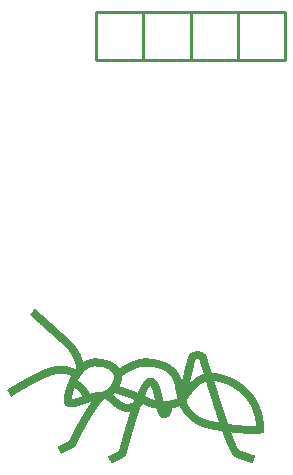
<source format=gbr>
%TF.GenerationSoftware,Altium Limited,Altium Designer,24.2.2 (26)*%
G04 Layer_Color=13421772*
%FSLAX45Y45*%
%MOMM*%
%TF.SameCoordinates,D2FE35CC-22CD-4169-9643-A2803306E4A1*%
%TF.FilePolarity,Positive*%
%TF.FileFunction,Legend,Bot*%
%TF.Part,Single*%
G01*
G75*
%TA.AperFunction,NonConductor*%
%ADD26C,0.25400*%
G36*
X2484245Y1589445D02*
X2485809D01*
Y1588663D01*
X2486591D01*
Y1587881D01*
X2487373D01*
Y1587099D01*
X2488155D01*
Y1586318D01*
X2488937D01*
Y1585536D01*
X2489719D01*
Y1584754D01*
X2490500D01*
Y1583972D01*
X2492064D01*
Y1583190D01*
X2492846D01*
Y1581627D01*
X2493628D01*
Y1580844D01*
X2495192D01*
Y1580063D01*
X2495973D01*
Y1579281D01*
X2496755D01*
Y1578499D01*
X2497537D01*
Y1577717D01*
X2498319D01*
Y1576935D01*
X2499883D01*
Y1576153D01*
X2500665D01*
Y1575371D01*
X2501446D01*
Y1574590D01*
X2502228D01*
Y1573808D01*
X2503010D01*
Y1573026D01*
X2503792D01*
Y1572244D01*
X2504574D01*
Y1571462D01*
X2506138D01*
Y1570680D01*
X2506920D01*
Y1569899D01*
X2507701D01*
Y1569117D01*
X2508483D01*
Y1568335D01*
X2509265D01*
Y1567553D01*
X2510047D01*
Y1566771D01*
X2510829D01*
Y1565989D01*
X2511611D01*
Y1565207D01*
X2512392D01*
Y1564425D01*
X2513174D01*
Y1563644D01*
X2514738D01*
Y1562862D01*
X2515520D01*
Y1562080D01*
X2516302D01*
Y1560516D01*
X2517865D01*
Y1559734D01*
X2518647D01*
Y1558952D01*
X2519429D01*
Y1558171D01*
X2520993D01*
Y1557389D01*
X2521775D01*
Y1555825D01*
X2522557D01*
Y1555043D01*
X2523339D01*
Y1554261D01*
X2524120D01*
Y1553479D01*
X2525684D01*
Y1552698D01*
X2526466D01*
Y1551916D01*
X2527248D01*
Y1551134D01*
X2528030D01*
Y1550352D01*
X2529593D01*
Y1549570D01*
X2530375D01*
Y1548788D01*
X2531157D01*
Y1548006D01*
X2531939D01*
Y1547224D01*
X2532721D01*
Y1546443D01*
X2533503D01*
Y1545661D01*
X2534285D01*
Y1544879D01*
X2535848D01*
Y1543315D01*
X2537412D01*
Y1542533D01*
X2538194D01*
Y1541752D01*
X2538976D01*
Y1540970D01*
X2539758D01*
Y1540188D01*
X2540539D01*
Y1539406D01*
X2541321D01*
Y1538624D01*
X2542103D01*
Y1537842D01*
X2542885D01*
Y1537060D01*
X2543667D01*
Y1536278D01*
X2544449D01*
Y1535497D01*
X2546012D01*
Y1534715D01*
X2546794D01*
Y1533933D01*
X2547576D01*
Y1533151D01*
X2548358D01*
Y1532369D01*
X2549140D01*
Y1531587D01*
X2549922D01*
Y1530805D01*
X2550704D01*
Y1530024D01*
X2552267D01*
Y1529242D01*
X2553049D01*
Y1527678D01*
X2553831D01*
Y1526896D01*
X2554613D01*
Y1526114D01*
X2556177D01*
Y1525332D01*
X2556959D01*
Y1524551D01*
X2557740D01*
Y1523769D01*
X2558522D01*
Y1522987D01*
X2559304D01*
Y1522205D01*
X2560086D01*
Y1521423D01*
X2560868D01*
Y1520641D01*
X2562432D01*
Y1519859D01*
X2563214D01*
Y1519077D01*
X2563995D01*
Y1518296D01*
X2564777D01*
Y1517514D01*
X2565559D01*
Y1516732D01*
X2566341D01*
Y1515950D01*
X2567123D01*
Y1515168D01*
X2568687D01*
Y1514386D01*
X2569468D01*
Y1513605D01*
X2570250D01*
Y1512823D01*
X2571032D01*
Y1512041D01*
X2571814D01*
Y1511259D01*
X2572596D01*
Y1510477D01*
X2573378D01*
Y1509695D01*
X2574159D01*
Y1508913D01*
X2574942D01*
Y1508132D01*
X2575723D01*
Y1507350D01*
X2577287D01*
Y1506568D01*
X2578069D01*
Y1505786D01*
X2578851D01*
Y1505004D01*
X2579633D01*
Y1504222D01*
X2580414D01*
Y1503440D01*
X2581978D01*
Y1502658D01*
X2582760D01*
Y1501877D01*
X2583542D01*
Y1501095D01*
X2584324D01*
Y1500313D01*
X2585106D01*
Y1499531D01*
X2585887D01*
Y1498749D01*
X2586669D01*
Y1497967D01*
X2587451D01*
Y1497185D01*
X2588233D01*
Y1496404D01*
X2589015D01*
Y1495622D01*
X2589797D01*
Y1494840D01*
X2590579D01*
Y1494058D01*
X2591361D01*
Y1493276D01*
X2592924D01*
Y1492494D01*
X2593706D01*
Y1491713D01*
X2594488D01*
Y1490930D01*
X2595270D01*
Y1490149D01*
X2596834D01*
Y1489367D01*
X2597615D01*
Y1488585D01*
X2598397D01*
Y1487803D01*
X2599179D01*
Y1486239D01*
X2600743D01*
Y1485458D01*
X2601525D01*
Y1484676D01*
X2602306D01*
Y1483894D01*
X2603088D01*
Y1483112D01*
X2604652D01*
Y1482330D01*
X2605434D01*
Y1481548D01*
X2606216D01*
Y1480766D01*
X2606998D01*
Y1479985D01*
X2607780D01*
Y1479203D01*
X2608561D01*
Y1478421D01*
X2609343D01*
Y1477639D01*
X2610125D01*
Y1476857D01*
X2610907D01*
Y1476075D01*
X2611689D01*
Y1475293D01*
X2613253D01*
Y1474511D01*
X2614034D01*
Y1473730D01*
X2614816D01*
Y1472948D01*
X2615598D01*
Y1472166D01*
X2616380D01*
Y1471384D01*
X2617162D01*
Y1470602D01*
X2617944D01*
Y1469820D01*
X2618726D01*
Y1469038D01*
X2620289D01*
Y1468257D01*
X2621071D01*
Y1467475D01*
X2621853D01*
Y1466693D01*
X2622635D01*
Y1465911D01*
X2623417D01*
Y1465129D01*
X2624199D01*
Y1464347D01*
X2624981D01*
Y1463566D01*
X2626544D01*
Y1462002D01*
X2628108D01*
Y1460438D01*
X2629672D01*
Y1459656D01*
X2630453D01*
Y1458874D01*
X2631235D01*
Y1458092D01*
X2632017D01*
Y1457311D01*
X2632799D01*
Y1456529D01*
X2633581D01*
Y1455747D01*
X2635145D01*
Y1454965D01*
X2635927D01*
Y1454183D01*
X2636708D01*
Y1453401D01*
X2637490D01*
Y1452619D01*
X2638272D01*
Y1451838D01*
X2639054D01*
Y1451056D01*
X2639836D01*
Y1450274D01*
X2640618D01*
Y1449492D01*
X2641400D01*
Y1448710D01*
X2642181D01*
Y1447928D01*
X2642963D01*
Y1447146D01*
X2643745D01*
Y1446364D01*
X2644527D01*
Y1445583D01*
X2646091D01*
Y1444801D01*
X2646873D01*
Y1444019D01*
X2647654D01*
Y1443237D01*
X2648436D01*
Y1442455D01*
X2649218D01*
Y1441673D01*
X2650782D01*
Y1440110D01*
X2652346D01*
Y1439328D01*
X2653128D01*
Y1438546D01*
X2653909D01*
Y1437764D01*
X2654691D01*
Y1436982D01*
X2655473D01*
Y1436200D01*
X2656255D01*
Y1435419D01*
X2657037D01*
Y1434636D01*
X2657819D01*
Y1433855D01*
X2658600D01*
Y1433073D01*
X2659382D01*
Y1432291D01*
X2660946D01*
Y1431509D01*
X2661728D01*
Y1430727D01*
X2662510D01*
Y1429945D01*
X2663292D01*
Y1429164D01*
X2664073D01*
Y1428382D01*
X2665637D01*
Y1427600D01*
X2666419D01*
Y1426036D01*
X2667983D01*
Y1425254D01*
X2668765D01*
Y1424472D01*
X2669547D01*
Y1423691D01*
X2670328D01*
Y1422909D01*
X2671892D01*
Y1422127D01*
X2672674D01*
Y1421345D01*
X2673456D01*
Y1420563D01*
X2674238D01*
Y1419781D01*
X2675020D01*
Y1418999D01*
X2675801D01*
Y1418217D01*
X2676583D01*
Y1417436D01*
X2677365D01*
Y1416654D01*
X2678147D01*
Y1415872D01*
X2678929D01*
Y1415090D01*
X2679711D01*
Y1414308D01*
X2680492D01*
Y1413526D01*
X2682056D01*
Y1412744D01*
X2682838D01*
Y1411963D01*
X2683620D01*
Y1411181D01*
X2684402D01*
Y1410399D01*
X2685184D01*
Y1409617D01*
X2685966D01*
Y1408835D01*
X2686747D01*
Y1408053D01*
X2688311D01*
Y1407272D01*
X2689093D01*
Y1405708D01*
X2690657D01*
Y1404926D01*
X2691439D01*
Y1404144D01*
X2692220D01*
Y1403362D01*
X2693002D01*
Y1402580D01*
X2693784D01*
Y1401798D01*
X2694566D01*
Y1401017D01*
X2695348D01*
Y1400235D01*
X2696912D01*
Y1399453D01*
X2697694D01*
Y1398671D01*
X2698475D01*
Y1397889D01*
X2699257D01*
Y1397107D01*
X2700039D01*
Y1396325D01*
X2700821D01*
Y1395544D01*
X2701603D01*
Y1394762D01*
X2702385D01*
Y1393980D01*
X2703167D01*
Y1393198D01*
X2704730D01*
Y1392416D01*
X2705512D01*
Y1391634D01*
X2706294D01*
Y1390852D01*
X2707076D01*
Y1390071D01*
X2707858D01*
Y1389289D01*
X2708639D01*
Y1388507D01*
X2709422D01*
Y1387725D01*
X2710203D01*
Y1386943D01*
X2710985D01*
Y1386161D01*
X2711767D01*
Y1385379D01*
X2713331D01*
Y1384597D01*
X2714113D01*
Y1383816D01*
X2714894D01*
Y1383034D01*
X2715676D01*
Y1382252D01*
X2716458D01*
Y1381470D01*
X2718022D01*
Y1380688D01*
X2718804D01*
Y1379124D01*
X2720367D01*
Y1378343D01*
X2721149D01*
Y1377561D01*
X2721931D01*
Y1376779D01*
X2722713D01*
Y1375997D01*
X2723495D01*
Y1375215D01*
X2724277D01*
Y1374433D01*
X2725059D01*
Y1373651D01*
X2725841D01*
Y1372869D01*
X2726622D01*
Y1372088D01*
X2728186D01*
Y1371306D01*
X2728968D01*
Y1370524D01*
X2729750D01*
Y1369742D01*
X2731314D01*
Y1368960D01*
X2732095D01*
Y1368178D01*
X2732877D01*
Y1367397D01*
X2733659D01*
Y1366615D01*
X2734441D01*
Y1365833D01*
X2735223D01*
Y1365051D01*
X2736005D01*
Y1364269D01*
X2736786D01*
Y1363487D01*
X2737569D01*
Y1362705D01*
X2738350D01*
Y1361924D01*
X2739132D01*
Y1361142D01*
X2739914D01*
Y1360360D01*
X2740696D01*
Y1359578D01*
X2741478D01*
Y1358796D01*
X2743042D01*
Y1358014D01*
X2743823D01*
Y1357232D01*
X2744605D01*
Y1356450D01*
X2745387D01*
Y1355669D01*
X2746169D01*
Y1354887D01*
X2747733D01*
Y1354105D01*
X2748514D01*
Y1353323D01*
X2749296D01*
Y1352541D01*
X2750078D01*
Y1351759D01*
X2750860D01*
Y1350977D01*
X2751642D01*
Y1350196D01*
X2752424D01*
Y1349414D01*
X2753206D01*
Y1348632D01*
X2753988D01*
Y1347850D01*
X2755551D01*
Y1346286D01*
X2756333D01*
Y1345505D01*
X2757897D01*
Y1344722D01*
X2758679D01*
Y1343941D01*
X2759461D01*
Y1343159D01*
X2760242D01*
Y1342377D01*
X2761024D01*
Y1341595D01*
X2761806D01*
Y1340813D01*
X2763370D01*
Y1339250D01*
X2764152D01*
Y1338468D01*
X2765715D01*
Y1337686D01*
X2766497D01*
Y1336904D01*
X2767279D01*
Y1336122D01*
X2768061D01*
Y1335340D01*
X2768843D01*
Y1334558D01*
X2769625D01*
Y1333777D01*
X2771189D01*
Y1332213D01*
X2771970D01*
Y1331431D01*
X2773534D01*
Y1330649D01*
X2774316D01*
Y1329867D01*
X2775098D01*
Y1329085D01*
X2775880D01*
Y1328303D01*
X2776661D01*
Y1327522D01*
X2777443D01*
Y1326740D01*
X2778225D01*
Y1325958D01*
X2779007D01*
Y1325176D01*
X2780571D01*
Y1324394D01*
X2781353D01*
Y1323612D01*
X2782134D01*
Y1322830D01*
X2782916D01*
Y1322049D01*
X2783698D01*
Y1321267D01*
X2784480D01*
Y1320485D01*
X2785262D01*
Y1319703D01*
X2786044D01*
Y1318921D01*
X2786826D01*
Y1318139D01*
X2787608D01*
Y1317358D01*
X2789171D01*
Y1316575D01*
X2789953D01*
Y1315794D01*
X2790735D01*
Y1315012D01*
X2791517D01*
Y1314230D01*
X2792299D01*
Y1313448D01*
X2793081D01*
Y1312666D01*
X2793862D01*
Y1311103D01*
X2794644D01*
Y1310321D01*
X2796208D01*
Y1309539D01*
X2796990D01*
Y1308757D01*
X2797772D01*
Y1307193D01*
X2798554D01*
Y1306411D01*
X2799336D01*
Y1305630D01*
X2800117D01*
Y1304848D01*
X2800899D01*
Y1304066D01*
X2801681D01*
Y1303284D01*
X2802463D01*
Y1302502D01*
X2803245D01*
Y1301720D01*
X2804027D01*
Y1300938D01*
X2804808D01*
Y1300156D01*
X2805590D01*
Y1299375D01*
X2806372D01*
Y1297811D01*
X2807154D01*
Y1297029D01*
X2807936D01*
Y1296247D01*
X2808718D01*
Y1295465D01*
X2809500D01*
Y1294683D01*
X2810281D01*
Y1293902D01*
X2811063D01*
Y1293120D01*
X2811845D01*
Y1291556D01*
X2812627D01*
Y1290774D01*
X2813409D01*
Y1289992D01*
X2814191D01*
Y1289211D01*
X2814973D01*
Y1287647D01*
X2815755D01*
Y1286865D01*
X2816536D01*
Y1286083D01*
X2817318D01*
Y1285301D01*
X2818100D01*
Y1283737D01*
X2818882D01*
Y1282956D01*
X2819664D01*
Y1282174D01*
X2820446D01*
Y1280610D01*
X2821228D01*
Y1279828D01*
X2822009D01*
Y1279046D01*
X2822791D01*
Y1278264D01*
X2823573D01*
Y1276701D01*
X2824355D01*
Y1275919D01*
X2825137D01*
Y1274355D01*
X2825919D01*
Y1273573D01*
X2826700D01*
Y1272791D01*
X2827483D01*
Y1272009D01*
X2828264D01*
Y1271228D01*
X2829046D01*
Y1269664D01*
X2829828D01*
Y1268100D01*
X2830610D01*
Y1267318D01*
X2831392D01*
Y1265755D01*
X2832174D01*
Y1264973D01*
X2832955D01*
Y1264191D01*
X2833737D01*
Y1262627D01*
X2834519D01*
Y1261845D01*
X2835301D01*
Y1261064D01*
X2836083D01*
Y1259500D01*
X2836865D01*
Y1258718D01*
X2837647D01*
Y1257936D01*
X2838428D01*
Y1255590D01*
X2839210D01*
Y1254809D01*
X2839992D01*
Y1254027D01*
X2840774D01*
Y1252463D01*
X2841556D01*
Y1250899D01*
X2842338D01*
Y1249336D01*
X2843120D01*
Y1248554D01*
X2843902D01*
Y1247772D01*
X2844683D01*
Y1246208D01*
X2845465D01*
Y1244644D01*
X2846247D01*
Y1243863D01*
X2847029D01*
Y1242299D01*
X2847811D01*
Y1241517D01*
X2848593D01*
Y1239953D01*
X2849375D01*
Y1239171D01*
X2850156D01*
Y1237608D01*
X2850938D01*
Y1236044D01*
X2851720D01*
Y1235262D01*
X2852502D01*
Y1234480D01*
X2853284D01*
Y1231353D01*
X2854066D01*
Y1230571D01*
X2854847D01*
Y1229007D01*
X2855630D01*
Y1227444D01*
X2856411D01*
Y1226662D01*
X2857193D01*
Y1225098D01*
X2857975D01*
Y1223534D01*
X2858757D01*
Y1221970D01*
X2859539D01*
Y1220407D01*
X2860321D01*
Y1219625D01*
X2861102D01*
Y1217279D01*
X2861884D01*
Y1216497D01*
X2862666D01*
Y1214152D01*
X2863448D01*
Y1212588D01*
X2864230D01*
Y1211806D01*
X2865012D01*
Y1209461D01*
X2865794D01*
Y1207897D01*
X2866575D01*
Y1206333D01*
X2867357D01*
Y1205551D01*
X2868139D01*
Y1203988D01*
X2868921D01*
Y1200860D01*
X2869703D01*
Y1199297D01*
X2870485D01*
Y1197733D01*
X2871267D01*
Y1196169D01*
X2872049D01*
Y1193823D01*
X2872830D01*
Y1192260D01*
X2873612D01*
Y1190696D01*
X2874394D01*
Y1188350D01*
X2875176D01*
Y1186787D01*
X2875958D01*
Y1184441D01*
X2876740D01*
Y1182877D01*
X2877522D01*
Y1180532D01*
X2878303D01*
Y1178186D01*
X2879085D01*
Y1176622D01*
X2879867D01*
Y1174277D01*
X2880649D01*
Y1172713D01*
X2881431D01*
Y1169586D01*
X2882213D01*
Y1168022D01*
X2882994D01*
Y1166458D01*
X2883777D01*
Y1161767D01*
X2884558D01*
Y1160203D01*
X2885340D01*
Y1157858D01*
X2886122D01*
Y1155512D01*
X2886904D01*
Y1153167D01*
X2887686D01*
Y1150039D01*
X2888468D01*
Y1148475D01*
X2889249D01*
Y1144566D01*
X2890031D01*
Y1140657D01*
X2890813D01*
Y1139875D01*
X2892377D01*
Y1140657D01*
X2893159D01*
Y1141439D01*
X2894722D01*
Y1142221D01*
X2895504D01*
Y1143003D01*
X2897068D01*
Y1143784D01*
X2897850D01*
Y1144566D01*
X2899414D01*
Y1145348D01*
X2900977D01*
Y1146130D01*
X2902541D01*
Y1146912D01*
X2904105D01*
Y1147694D01*
X2904887D01*
Y1148475D01*
X2906450D01*
Y1149257D01*
X2908014D01*
Y1150039D01*
X2909578D01*
Y1150821D01*
X2911141D01*
Y1151603D01*
X2912705D01*
Y1152385D01*
X2914269D01*
Y1153167D01*
X2915833D01*
Y1153948D01*
X2917397D01*
Y1154730D01*
X2919742D01*
Y1155512D01*
X2920524D01*
Y1156294D01*
X2922869D01*
Y1157076D01*
X2925215D01*
Y1157858D01*
X2925997D01*
Y1158640D01*
X2928342D01*
Y1159422D01*
X2929124D01*
Y1160203D01*
X2933816D01*
Y1160985D01*
X2935379D01*
Y1161767D01*
X2936943D01*
Y1162549D01*
X2940070D01*
Y1163331D01*
X2941634D01*
Y1164113D01*
X2944762D01*
Y1164895D01*
X2947107D01*
Y1165676D01*
X2951016D01*
Y1166458D01*
X2954144D01*
Y1167240D01*
X2956489D01*
Y1168022D01*
X2962744D01*
Y1168804D01*
X2966654D01*
Y1169586D01*
X2974472D01*
Y1170367D01*
X2981509D01*
Y1171150D01*
X3006529D01*
Y1170367D01*
X3013565D01*
Y1169586D01*
X3023730D01*
Y1168804D01*
X3026075D01*
Y1168022D01*
X3029984D01*
Y1168804D01*
X3033894D01*
Y1168022D01*
X3039367D01*
Y1167240D01*
X3042494D01*
Y1166458D01*
X3052658D01*
Y1165676D01*
X3055004D01*
Y1164895D01*
X3059695D01*
Y1164113D01*
X3063604D01*
Y1163331D01*
X3066732D01*
Y1162549D01*
X3070641D01*
Y1161767D01*
X3073769D01*
Y1160985D01*
X3075332D01*
Y1160203D01*
X3080805D01*
Y1159422D01*
X3083151D01*
Y1158640D01*
X3085496D01*
Y1157858D01*
X3088624D01*
Y1157076D01*
X3090188D01*
Y1156294D01*
X3094097D01*
Y1155512D01*
X3095661D01*
Y1154730D01*
X3098788D01*
Y1153948D01*
X3100352D01*
Y1153167D01*
X3102697D01*
Y1152385D01*
X3105043D01*
Y1151603D01*
X3106607D01*
Y1150821D01*
X3108952D01*
Y1150039D01*
X3110516D01*
Y1149257D01*
X3112862D01*
Y1148475D01*
X3114425D01*
Y1147694D01*
X3115989D01*
Y1146912D01*
X3118335D01*
Y1146130D01*
X3119899D01*
Y1145348D01*
X3123026D01*
Y1144566D01*
X3123808D01*
Y1143784D01*
X3125371D01*
Y1143003D01*
X3126935D01*
Y1142221D01*
X3128499D01*
Y1141439D01*
X3130063D01*
Y1140657D01*
X3131626D01*
Y1139875D01*
X3133190D01*
Y1139093D01*
X3134754D01*
Y1138311D01*
X3136318D01*
Y1137529D01*
X3138663D01*
Y1136748D01*
X3139445D01*
Y1135966D01*
X3140227D01*
Y1135184D01*
X3141791D01*
Y1134402D01*
X3142572D01*
Y1133620D01*
X3144136D01*
Y1132838D01*
X3145700D01*
Y1132056D01*
X3146482D01*
Y1131275D01*
X3148046D01*
Y1130493D01*
X3149609D01*
Y1129711D01*
X3151173D01*
Y1128929D01*
X3151955D01*
Y1128147D01*
X3153518D01*
Y1127365D01*
X3154300D01*
Y1126583D01*
X3155082D01*
Y1125802D01*
X3155864D01*
Y1125020D01*
X3157428D01*
Y1124238D01*
X3158991D01*
Y1123456D01*
X3159773D01*
Y1122674D01*
X3160555D01*
Y1121892D01*
X3161337D01*
Y1121110D01*
X3162901D01*
Y1120328D01*
X3163683D01*
Y1119547D01*
X3164465D01*
Y1118765D01*
X3166028D01*
Y1117983D01*
X3166810D01*
Y1117201D01*
X3167592D01*
Y1116419D01*
X3168374D01*
Y1115637D01*
X3169156D01*
Y1114856D01*
X3170719D01*
Y1114074D01*
X3171501D01*
Y1113292D01*
X3172283D01*
Y1112510D01*
X3173065D01*
Y1111728D01*
X3173847D01*
Y1110946D01*
X3174629D01*
Y1110164D01*
X3175410D01*
Y1109382D01*
X3176192D01*
Y1108601D01*
X3176974D01*
Y1107819D01*
X3178538D01*
Y1107037D01*
X3179320D01*
Y1106255D01*
X3180102D01*
Y1105473D01*
X3180884D01*
Y1104691D01*
X3181665D01*
Y1103128D01*
X3182447D01*
Y1102346D01*
X3183229D01*
Y1101564D01*
X3184011D01*
Y1100782D01*
X3184793D01*
Y1100000D01*
X3185575D01*
Y1099218D01*
X3186357D01*
Y1098436D01*
X3187138D01*
Y1096873D01*
X3187920D01*
Y1096091D01*
X3188702D01*
Y1095309D01*
X3189484D01*
Y1094527D01*
X3190266D01*
Y1092963D01*
X3191048D01*
Y1092181D01*
X3191830D01*
Y1091400D01*
X3192611D01*
Y1090618D01*
X3193393D01*
Y1089054D01*
X3194175D01*
Y1088272D01*
X3194957D01*
Y1087490D01*
X3195739D01*
Y1086709D01*
X3196521D01*
Y1085927D01*
X3198866D01*
Y1087490D01*
X3200430D01*
Y1088272D01*
X3201212D01*
Y1089054D01*
X3201994D01*
Y1089836D01*
X3203557D01*
Y1090618D01*
X3204339D01*
Y1091400D01*
X3205903D01*
Y1092181D01*
X3206685D01*
Y1092963D01*
X3208249D01*
Y1093745D01*
X3209031D01*
Y1094527D01*
X3211376D01*
Y1095309D01*
X3212158D01*
Y1096091D01*
X3213722D01*
Y1096873D01*
X3214504D01*
Y1097655D01*
X3215285D01*
Y1098436D01*
X3216849D01*
Y1099218D01*
X3217631D01*
Y1100000D01*
X3219977D01*
Y1100782D01*
X3220758D01*
Y1101564D01*
X3221540D01*
Y1102346D01*
X3223104D01*
Y1103128D01*
X3224668D01*
Y1103909D01*
X3226232D01*
Y1104691D01*
X3227013D01*
Y1105473D01*
X3227795D01*
Y1106255D01*
X3229359D01*
Y1107037D01*
X3230923D01*
Y1107819D01*
X3232486D01*
Y1108601D01*
X3233268D01*
Y1109382D01*
X3234832D01*
Y1110164D01*
X3236396D01*
Y1110946D01*
X3237177D01*
Y1111728D01*
X3238741D01*
Y1112510D01*
X3240305D01*
Y1113292D01*
X3241869D01*
Y1114074D01*
X3242651D01*
Y1114856D01*
X3244214D01*
Y1115637D01*
X3245778D01*
Y1116419D01*
X3247342D01*
Y1117201D01*
X3248905D01*
Y1117983D01*
X3249687D01*
Y1118765D01*
X3251251D01*
Y1119547D01*
X3252815D01*
Y1120328D01*
X3253596D01*
Y1121110D01*
X3255160D01*
Y1121892D01*
X3256724D01*
Y1122674D01*
X3258288D01*
Y1123456D01*
X3259070D01*
Y1124238D01*
X3261415D01*
Y1125020D01*
X3262979D01*
Y1125802D01*
X3263761D01*
Y1126583D01*
X3265324D01*
Y1127365D01*
X3266888D01*
Y1128147D01*
X3268452D01*
Y1128929D01*
X3270016D01*
Y1129711D01*
X3271579D01*
Y1130493D01*
X3273925D01*
Y1131275D01*
X3274707D01*
Y1132056D01*
X3277052D01*
Y1132838D01*
X3277834D01*
Y1133620D01*
X3279398D01*
Y1134402D01*
X3280962D01*
Y1135184D01*
X3282526D01*
Y1135966D01*
X3284871D01*
Y1136748D01*
X3285653D01*
Y1137529D01*
X3287999D01*
Y1138311D01*
X3290344D01*
Y1139093D01*
X3292690D01*
Y1139875D01*
X3294253D01*
Y1140657D01*
X3295817D01*
Y1141439D01*
X3296599D01*
Y1142221D01*
X3298163D01*
Y1143003D01*
X3300508D01*
Y1143784D01*
X3302072D01*
Y1144566D01*
X3303636D01*
Y1145348D01*
X3306763D01*
Y1146130D01*
X3307545D01*
Y1146912D01*
X3310673D01*
Y1147694D01*
X3311454D01*
Y1148475D01*
X3313800D01*
Y1149257D01*
X3316146D01*
Y1150039D01*
X3317709D01*
Y1150821D01*
X3320055D01*
Y1151603D01*
X3321618D01*
Y1152385D01*
X3323964D01*
Y1153167D01*
X3326310D01*
Y1153948D01*
X3327873D01*
Y1154730D01*
X3331001D01*
Y1155512D01*
X3333346D01*
Y1156294D01*
X3335692D01*
Y1157076D01*
X3338038D01*
Y1157858D01*
X3340383D01*
Y1158640D01*
X3342729D01*
Y1159422D01*
X3345074D01*
Y1160203D01*
X3348984D01*
Y1160985D01*
X3351329D01*
Y1161767D01*
X3354457D01*
Y1162549D01*
X3357584D01*
Y1163331D01*
X3359930D01*
Y1164113D01*
X3364621D01*
Y1164895D01*
X3366966D01*
Y1165676D01*
X3371658D01*
Y1166458D01*
X3374785D01*
Y1167240D01*
X3377912D01*
Y1168022D01*
X3384949D01*
Y1168804D01*
X3389640D01*
Y1169586D01*
X3400587D01*
Y1170367D01*
X3407623D01*
Y1171150D01*
X3433425D01*
Y1170367D01*
X3445153D01*
Y1169586D01*
X3460008D01*
Y1168804D01*
X3468608D01*
Y1168022D01*
X3476427D01*
Y1167240D01*
X3481118D01*
Y1166458D01*
X3487373D01*
Y1165676D01*
X3492064D01*
Y1164895D01*
X3495973D01*
Y1164113D01*
X3502228D01*
Y1163331D01*
X3504574D01*
Y1162549D01*
X3509265D01*
Y1161767D01*
X3513174D01*
Y1160985D01*
X3515520D01*
Y1160203D01*
X3521775D01*
Y1159422D01*
X3524902D01*
Y1158640D01*
X3527248D01*
Y1157858D01*
X3530375D01*
Y1157076D01*
X3533503D01*
Y1156294D01*
X3536630D01*
Y1155512D01*
X3538976D01*
Y1154730D01*
X3541321D01*
Y1153948D01*
X3544449D01*
Y1153167D01*
X3547576D01*
Y1152385D01*
X3549140D01*
Y1151603D01*
X3549922D01*
Y1150821D01*
X3553049D01*
Y1150039D01*
X3555395D01*
Y1149257D01*
X3557740D01*
Y1148475D01*
X3559304D01*
Y1147694D01*
X3561650D01*
Y1146912D01*
X3564777D01*
Y1146130D01*
X3565559D01*
Y1145348D01*
X3567905D01*
Y1144566D01*
X3571814D01*
Y1143784D01*
X3573378D01*
Y1143003D01*
X3576505D01*
Y1142221D01*
X3578069D01*
Y1141439D01*
X3580414D01*
Y1140657D01*
X3581978D01*
Y1139875D01*
X3584324D01*
Y1139093D01*
X3585887D01*
Y1138311D01*
X3587451D01*
Y1137529D01*
X3589797D01*
Y1136748D01*
X3591361D01*
Y1135966D01*
X3593706D01*
Y1135184D01*
X3594488D01*
Y1134402D01*
X3596834D01*
Y1133620D01*
X3598397D01*
Y1132838D01*
X3599179D01*
Y1132056D01*
X3601525D01*
Y1131275D01*
X3602306D01*
Y1130493D01*
X3603088D01*
Y1129711D01*
X3604652D01*
Y1128929D01*
X3605434D01*
Y1128147D01*
X3606998D01*
Y1127365D01*
X3609343D01*
Y1126583D01*
X3610125D01*
Y1125802D01*
X3610907D01*
Y1125020D01*
X3612471D01*
Y1124238D01*
X3614816D01*
Y1123456D01*
X3615598D01*
Y1122674D01*
X3617162D01*
Y1121892D01*
X3618726D01*
Y1121110D01*
X3619507D01*
Y1120328D01*
X3621071D01*
Y1119547D01*
X3621853D01*
Y1118765D01*
X3623417D01*
Y1117983D01*
X3624981D01*
Y1117201D01*
X3627326D01*
Y1116419D01*
X3628108D01*
Y1115637D01*
X3629672D01*
Y1114856D01*
X3631235D01*
Y1114074D01*
X3632017D01*
Y1113292D01*
X3633581D01*
Y1112510D01*
X3634363D01*
Y1111728D01*
X3635927D01*
Y1110946D01*
X3636708D01*
Y1110164D01*
X3637490D01*
Y1109382D01*
X3639054D01*
Y1108601D01*
X3639836D01*
Y1107819D01*
X3640618D01*
Y1107037D01*
X3642181D01*
Y1106255D01*
X3642963D01*
Y1105473D01*
X3643745D01*
Y1104691D01*
X3644527D01*
Y1103909D01*
X3646091D01*
Y1103128D01*
X3646873D01*
Y1102346D01*
X3648436D01*
Y1101564D01*
X3649218D01*
Y1100782D01*
X3650000D01*
Y1100000D01*
X3650782D01*
Y1099218D01*
X3651564D01*
Y1098436D01*
X3653128D01*
Y1097655D01*
X3653909D01*
Y1096873D01*
X3654691D01*
Y1096091D01*
X3655473D01*
Y1095309D01*
X3656255D01*
Y1094527D01*
X3657037D01*
Y1093745D01*
X3658601D01*
Y1092963D01*
X3659382D01*
Y1092181D01*
X3660164D01*
Y1091400D01*
X3660946D01*
Y1090618D01*
X3661728D01*
Y1089836D01*
X3662510D01*
Y1089054D01*
X3664073D01*
Y1087490D01*
X3664856D01*
Y1086709D01*
X3665637D01*
Y1085927D01*
X3666419D01*
Y1085145D01*
X3667983D01*
Y1084363D01*
X3668765D01*
Y1083581D01*
X3669547D01*
Y1082799D01*
X3670328D01*
Y1081236D01*
X3671110D01*
Y1080454D01*
X3671892D01*
Y1079672D01*
X3672674D01*
Y1078890D01*
X3673456D01*
Y1078108D01*
X3674238D01*
Y1077326D01*
X3675020D01*
Y1076544D01*
X3675801D01*
Y1075762D01*
X3676583D01*
Y1074981D01*
X3677365D01*
Y1074199D01*
X3678147D01*
Y1073417D01*
X3678929D01*
Y1071853D01*
X3679711D01*
Y1071071D01*
X3680493D01*
Y1070289D01*
X3681275D01*
Y1069508D01*
X3682056D01*
Y1068726D01*
X3682838D01*
Y1067162D01*
X3683620D01*
Y1066380D01*
X3684402D01*
Y1065598D01*
X3685184D01*
Y1064034D01*
X3685966D01*
Y1063253D01*
X3686748D01*
Y1062471D01*
X3687529D01*
Y1061689D01*
X3688311D01*
Y1060125D01*
X3689093D01*
Y1059343D01*
X3689875D01*
Y1058562D01*
X3690657D01*
Y1056998D01*
X3691439D01*
Y1056216D01*
X3692220D01*
Y1055434D01*
X3693003D01*
Y1054652D01*
X3693784D01*
Y1053089D01*
X3694566D01*
Y1051525D01*
X3695348D01*
Y1050743D01*
X3696130D01*
Y1049179D01*
X3696912D01*
Y1048397D01*
X3697694D01*
Y1046834D01*
X3698475D01*
Y1046052D01*
X3699257D01*
Y1044488D01*
X3700039D01*
Y1042924D01*
X3700821D01*
Y1042142D01*
X3701603D01*
Y1040579D01*
X3702385D01*
Y1039797D01*
X3703167D01*
Y1038233D01*
X3703948D01*
Y1036670D01*
X3704730D01*
Y1035106D01*
X3705512D01*
Y1033542D01*
X3706294D01*
Y1032760D01*
X3707076D01*
Y1031196D01*
X3707858D01*
Y1029633D01*
X3708640D01*
Y1028069D01*
X3709422D01*
Y1025723D01*
X3710203D01*
Y1024942D01*
X3710985D01*
Y1022596D01*
X3711767D01*
Y1021814D01*
X3712549D01*
Y1019468D01*
X3713331D01*
Y1017905D01*
X3714113D01*
Y1016341D01*
X3714895D01*
Y1013995D01*
X3715676D01*
Y1012432D01*
X3716458D01*
Y1010086D01*
X3717240D01*
Y1008522D01*
X3718022D01*
Y1006177D01*
X3718804D01*
Y1003831D01*
X3719586D01*
Y1001486D01*
X3720367D01*
Y999140D01*
X3721149D01*
Y998358D01*
X3721931D01*
Y995231D01*
X3722713D01*
Y993667D01*
X3723495D01*
Y990540D01*
X3724277D01*
Y986630D01*
X3725059D01*
Y984285D01*
X3725841D01*
Y979594D01*
X3726622D01*
Y978812D01*
X3728186D01*
Y981939D01*
X3728968D01*
Y984285D01*
X3729750D01*
Y988976D01*
X3730532D01*
Y991321D01*
X3731314D01*
Y996795D01*
X3732095D01*
Y999140D01*
X3732877D01*
Y1002267D01*
X3733659D01*
Y1006177D01*
X3734441D01*
Y1008522D01*
X3735223D01*
Y1013214D01*
X3736005D01*
Y1015559D01*
X3736787D01*
Y1017905D01*
X3737569D01*
Y1021814D01*
X3738350D01*
Y1024942D01*
X3739132D01*
Y1031978D01*
X3739914D01*
Y1033542D01*
X3740696D01*
Y1036670D01*
X3741478D01*
Y1040579D01*
X3742260D01*
Y1042924D01*
X3743042D01*
Y1047615D01*
X3743823D01*
Y1049961D01*
X3744605D01*
Y1053089D01*
X3745387D01*
Y1056216D01*
X3746169D01*
Y1060907D01*
X3746951D01*
Y1064817D01*
X3747733D01*
Y1066380D01*
X3748514D01*
Y1070289D01*
X3749296D01*
Y1073417D01*
X3750078D01*
Y1077326D01*
X3750860D01*
Y1080454D01*
X3751642D01*
Y1082799D01*
X3752424D01*
Y1085927D01*
X3753206D01*
Y1088272D01*
X3753988D01*
Y1093745D01*
X3754769D01*
Y1096873D01*
X3755551D01*
Y1099218D01*
X3756333D01*
Y1103128D01*
X3757115D01*
Y1105473D01*
X3757897D01*
Y1109382D01*
X3758679D01*
Y1110946D01*
X3759461D01*
Y1114856D01*
X3760242D01*
Y1118765D01*
X3761024D01*
Y1121110D01*
X3761806D01*
Y1125020D01*
X3762588D01*
Y1126583D01*
X3763370D01*
Y1130493D01*
X3764152D01*
Y1133620D01*
X3764934D01*
Y1135966D01*
X3765715D01*
Y1139093D01*
X3766497D01*
Y1141439D01*
X3767279D01*
Y1145348D01*
X3768061D01*
Y1146130D01*
X3768843D01*
Y1150821D01*
X3769625D01*
Y1153948D01*
X3770407D01*
Y1156294D01*
X3771189D01*
Y1160203D01*
X3771970D01*
Y1161767D01*
X3772752D01*
Y1164895D01*
X3773534D01*
Y1168022D01*
X3774316D01*
Y1169586D01*
X3775098D01*
Y1173495D01*
X3775880D01*
Y1175059D01*
X3776661D01*
Y1178968D01*
X3777443D01*
Y1180532D01*
X3778225D01*
Y1184441D01*
X3779007D01*
Y1186787D01*
X3779789D01*
Y1188350D01*
X3780571D01*
Y1190696D01*
X3781353D01*
Y1191478D01*
X3782134D01*
Y1193823D01*
X3782916D01*
Y1194605D01*
X3783698D01*
Y1196951D01*
X3784480D01*
Y1198514D01*
X3785262D01*
Y1199297D01*
X3786044D01*
Y1200078D01*
X3786826D01*
Y1201642D01*
X3787608D01*
Y1202424D01*
X3788389D01*
Y1203206D01*
X3789171D01*
Y1204769D01*
X3789953D01*
Y1205551D01*
X3790735D01*
Y1206333D01*
X3791517D01*
Y1207115D01*
X3792299D01*
Y1207897D01*
X3793081D01*
Y1208679D01*
X3793862D01*
Y1209461D01*
X3794644D01*
Y1210242D01*
X3795426D01*
Y1211024D01*
X3796208D01*
Y1211806D01*
X3796990D01*
Y1212588D01*
X3798554D01*
Y1213370D01*
X3799336D01*
Y1214152D01*
X3800117D01*
Y1214934D01*
X3801681D01*
Y1215716D01*
X3802463D01*
Y1216497D01*
X3804027D01*
Y1217279D01*
X3804808D01*
Y1218061D01*
X3806372D01*
Y1218843D01*
X3807154D01*
Y1219625D01*
X3808718D01*
Y1220407D01*
X3811063D01*
Y1221189D01*
X3811845D01*
Y1221970D01*
X3814191D01*
Y1222752D01*
X3814973D01*
Y1223534D01*
X3817318D01*
Y1224316D01*
X3818882D01*
Y1225098D01*
X3820446D01*
Y1225880D01*
X3823573D01*
Y1226662D01*
X3825137D01*
Y1227444D01*
X3827483D01*
Y1228225D01*
X3832174D01*
Y1229007D01*
X3835301D01*
Y1229789D01*
X3839992D01*
Y1230571D01*
X3843120D01*
Y1231353D01*
X3867357D01*
Y1230571D01*
X3873612D01*
Y1229789D01*
X3878303D01*
Y1229007D01*
X3882995D01*
Y1228225D01*
X3886122D01*
Y1227444D01*
X3889250D01*
Y1226662D01*
X3891595D01*
Y1225880D01*
X3893941D01*
Y1225098D01*
X3895504D01*
Y1224316D01*
X3897850D01*
Y1223534D01*
X3899414D01*
Y1222752D01*
X3900977D01*
Y1221970D01*
X3903323D01*
Y1221189D01*
X3904105D01*
Y1220407D01*
X3906450D01*
Y1219625D01*
X3908014D01*
Y1218843D01*
X3909578D01*
Y1218061D01*
X3910360D01*
Y1217279D01*
X3911142D01*
Y1216497D01*
X3912705D01*
Y1215716D01*
X3913487D01*
Y1214934D01*
X3915051D01*
Y1214152D01*
X3916615D01*
Y1213370D01*
X3917397D01*
Y1212588D01*
X3918960D01*
Y1211024D01*
X3919742D01*
Y1210242D01*
X3920524D01*
Y1209461D01*
X3922088D01*
Y1208679D01*
X3922869D01*
Y1207115D01*
X3923651D01*
Y1206333D01*
X3924433D01*
Y1205551D01*
X3925215D01*
Y1204769D01*
X3926779D01*
Y1203206D01*
X3927561D01*
Y1202424D01*
X3928342D01*
Y1201642D01*
X3929124D01*
Y1200078D01*
X3929906D01*
Y1199297D01*
X3930688D01*
Y1197733D01*
X3931470D01*
Y1196951D01*
X3932252D01*
Y1195387D01*
X3933034D01*
Y1193823D01*
X3933816D01*
Y1192260D01*
X3934597D01*
Y1189914D01*
X3935379D01*
Y1189132D01*
X3936161D01*
Y1186787D01*
X3936943D01*
Y1184441D01*
X3937725D01*
Y1182095D01*
X3938507D01*
Y1178968D01*
X3939289D01*
Y1177404D01*
X3940070D01*
Y1173495D01*
X3940852D01*
Y1171150D01*
X3941634D01*
Y1168022D01*
X3942416D01*
Y1165676D01*
X3943198D01*
Y1164113D01*
X3943980D01*
Y1160203D01*
X3944762D01*
Y1159422D01*
X3945544D01*
Y1156294D01*
X3946325D01*
Y1154730D01*
X3947107D01*
Y1151603D01*
X3947889D01*
Y1149257D01*
X3948671D01*
Y1146912D01*
X3949453D01*
Y1143003D01*
X3950235D01*
Y1140657D01*
X3951016D01*
Y1137529D01*
X3951798D01*
Y1135184D01*
X3952580D01*
Y1133620D01*
X3953362D01*
Y1130493D01*
X3954144D01*
Y1129711D01*
X3954926D01*
Y1125802D01*
X3955708D01*
Y1123456D01*
X3956489D01*
Y1119547D01*
X3957271D01*
Y1117983D01*
X3958053D01*
Y1115637D01*
X3958835D01*
Y1112510D01*
X3959617D01*
Y1110946D01*
X3960399D01*
Y1107819D01*
X3961181D01*
Y1105473D01*
X3961963D01*
Y1102346D01*
X3962744D01*
Y1100000D01*
X3963526D01*
Y1099218D01*
X3964308D01*
Y1094527D01*
X3965090D01*
Y1092963D01*
X3965872D01*
Y1089836D01*
X3966654D01*
Y1086709D01*
X3967436D01*
Y1085145D01*
X3968217D01*
Y1082017D01*
X3968999D01*
Y1080454D01*
X3969781D01*
Y1077326D01*
X3970563D01*
Y1074199D01*
X3971345D01*
Y1071071D01*
X3972127D01*
Y1069508D01*
X3972908D01*
Y1067162D01*
X3973691D01*
Y1064034D01*
X3974472D01*
Y1062471D01*
X3975254D01*
Y1059343D01*
X3976036D01*
Y1056998D01*
X3976818D01*
Y1054652D01*
X3977600D01*
Y1052307D01*
X3978382D01*
Y1051525D01*
X3981509D01*
Y1050743D01*
X3993237D01*
Y1049961D01*
X3998710D01*
Y1049179D01*
X4004965D01*
Y1048397D01*
X4009656D01*
Y1047615D01*
X4015129D01*
Y1046834D01*
X4017475D01*
Y1046052D01*
X4023730D01*
Y1045270D01*
X4026075D01*
Y1044488D01*
X4029984D01*
Y1043706D01*
X4033894D01*
Y1042924D01*
X4035458D01*
Y1042142D01*
X4039367D01*
Y1041361D01*
X4041712D01*
Y1040579D01*
X4045622D01*
Y1039797D01*
X4051095D01*
Y1039015D01*
X4052658D01*
Y1038233D01*
X4057350D01*
Y1037451D01*
X4058913D01*
Y1036670D01*
X4062041D01*
Y1035887D01*
X4065168D01*
Y1035106D01*
X4067514D01*
Y1034324D01*
X4070641D01*
Y1033542D01*
X4073769D01*
Y1032760D01*
X4076896D01*
Y1031978D01*
X4079242D01*
Y1031196D01*
X4080805D01*
Y1030415D01*
X4083933D01*
Y1029633D01*
X4084715D01*
Y1028851D01*
X4088624D01*
Y1028069D01*
X4090188D01*
Y1027287D01*
X4093315D01*
Y1026505D01*
X4095661D01*
Y1025723D01*
X4098006D01*
Y1024942D01*
X4101134D01*
Y1024160D01*
X4102697D01*
Y1023378D01*
X4105825D01*
Y1022596D01*
X4107389D01*
Y1021814D01*
X4108952D01*
Y1021032D01*
X4111298D01*
Y1020250D01*
X4113644D01*
Y1019468D01*
X4115989D01*
Y1018687D01*
X4117553D01*
Y1017905D01*
X4119899D01*
Y1017123D01*
X4122244D01*
Y1016341D01*
X4123026D01*
Y1015559D01*
X4126153D01*
Y1014777D01*
X4127717D01*
Y1013995D01*
X4129281D01*
Y1013214D01*
X4130844D01*
Y1012432D01*
X4133190D01*
Y1011650D01*
X4134754D01*
Y1010868D01*
X4136318D01*
Y1010086D01*
X4139445D01*
Y1009304D01*
X4141009D01*
Y1008522D01*
X4143354D01*
Y1007740D01*
X4144136D01*
Y1006959D01*
X4145700D01*
Y1006177D01*
X4148046D01*
Y1005395D01*
X4148827D01*
Y1004613D01*
X4151173D01*
Y1003831D01*
X4152737D01*
Y1003049D01*
X4155082D01*
Y1002267D01*
X4156646D01*
Y1001486D01*
X4157428D01*
Y1000704D01*
X4159773D01*
Y999922D01*
X4160555D01*
Y999140D01*
X4162901D01*
Y998358D01*
X4164465D01*
Y997576D01*
X4166028D01*
Y996795D01*
X4167592D01*
Y996013D01*
X4168374D01*
Y995231D01*
X4170719D01*
Y994449D01*
X4172283D01*
Y993667D01*
X4173847D01*
Y992885D01*
X4175410D01*
Y992103D01*
X4176974D01*
Y991321D01*
X4177756D01*
Y990540D01*
X4179320D01*
Y989758D01*
X4180884D01*
Y988976D01*
X4182447D01*
Y988194D01*
X4183229D01*
Y987412D01*
X4185575D01*
Y986630D01*
X4187138D01*
Y985848D01*
X4187920D01*
Y985067D01*
X4189484D01*
Y984285D01*
X4191048D01*
Y983503D01*
X4191830D01*
Y982721D01*
X4193393D01*
Y981939D01*
X4194957D01*
Y981157D01*
X4195739D01*
Y980375D01*
X4197303D01*
Y979594D01*
X4198866D01*
Y978812D01*
X4200430D01*
Y978030D01*
X4201994D01*
Y977248D01*
X4202776D01*
Y976466D01*
X4204339D01*
Y975684D01*
X4205121D01*
Y974902D01*
X4206685D01*
Y974120D01*
X4208249D01*
Y973339D01*
X4209031D01*
Y972557D01*
X4210594D01*
Y971775D01*
X4211376D01*
Y970993D01*
X4212940D01*
Y970211D01*
X4213722D01*
Y969429D01*
X4215285D01*
Y968648D01*
X4216067D01*
Y967866D01*
X4217631D01*
Y967084D01*
X4218413D01*
Y966302D01*
X4219195D01*
Y965520D01*
X4220758D01*
Y964738D01*
X4222322D01*
Y963956D01*
X4223104D01*
Y963175D01*
X4224668D01*
Y962393D01*
X4225450D01*
Y961611D01*
X4227013D01*
Y960829D01*
X4227795D01*
Y960047D01*
X4228577D01*
Y959265D01*
X4230141D01*
Y958483D01*
X4230923D01*
Y957701D01*
X4232486D01*
Y956920D01*
X4233268D01*
Y956138D01*
X4234050D01*
Y955356D01*
X4235614D01*
Y954574D01*
X4236396D01*
Y953792D01*
X4237177D01*
Y953010D01*
X4238741D01*
Y952228D01*
X4239523D01*
Y951447D01*
X4240305D01*
Y950665D01*
X4241869D01*
Y949883D01*
X4242651D01*
Y949101D01*
X4244214D01*
Y948319D01*
X4244996D01*
Y947537D01*
X4246560D01*
Y946755D01*
X4247342D01*
Y945973D01*
X4248124D01*
Y945192D01*
X4248905D01*
Y944410D01*
X4250469D01*
Y943628D01*
X4251251D01*
Y942846D01*
X4252033D01*
Y942064D01*
X4252815D01*
Y941282D01*
X4253597D01*
Y940501D01*
X4255160D01*
Y939719D01*
X4255942D01*
Y938937D01*
X4256724D01*
Y938155D01*
X4257506D01*
Y937373D01*
X4258288D01*
Y936591D01*
X4259070D01*
Y935809D01*
X4260633D01*
Y935028D01*
X4261415D01*
Y934246D01*
X4262197D01*
Y933464D01*
X4263761D01*
Y932682D01*
X4264543D01*
Y931118D01*
X4266107D01*
Y930336D01*
X4266888D01*
Y929554D01*
X4267670D01*
Y928773D01*
X4268452D01*
Y927991D01*
X4270016D01*
Y927209D01*
X4270798D01*
Y926427D01*
X4271579D01*
Y925645D01*
X4272361D01*
Y924863D01*
X4273143D01*
Y924081D01*
X4273925D01*
Y923300D01*
X4274707D01*
Y922518D01*
X4275489D01*
Y921736D01*
X4277052D01*
Y920954D01*
X4277834D01*
Y920172D01*
X4278616D01*
Y919390D01*
X4279398D01*
Y918609D01*
X4280180D01*
Y917826D01*
X4280962D01*
Y917045D01*
X4281744D01*
Y915481D01*
X4283307D01*
Y914699D01*
X4284089D01*
Y913917D01*
X4284871D01*
Y913135D01*
X4285653D01*
Y912354D01*
X4286435D01*
Y911572D01*
X4287217D01*
Y910790D01*
X4287999D01*
Y910008D01*
X4288780D01*
Y909226D01*
X4289562D01*
Y908444D01*
X4290344D01*
Y907662D01*
X4291126D01*
Y906881D01*
X4291908D01*
Y906099D01*
X4292690D01*
Y905317D01*
X4293471D01*
Y904535D01*
X4294253D01*
Y903753D01*
X4295035D01*
Y902971D01*
X4295817D01*
Y902189D01*
X4296599D01*
Y901407D01*
X4297381D01*
Y900626D01*
X4298163D01*
Y899844D01*
X4298945D01*
Y899062D01*
X4299726D01*
Y897498D01*
X4301290D01*
Y895934D01*
X4302072D01*
Y895153D01*
X4302854D01*
Y894371D01*
X4303636D01*
Y893589D01*
X4304418D01*
Y892807D01*
X4305199D01*
Y892025D01*
X4305981D01*
Y891243D01*
X4306763D01*
Y890462D01*
X4307545D01*
Y889679D01*
X4308327D01*
Y888898D01*
X4309109D01*
Y887334D01*
X4309891D01*
Y886552D01*
X4310673D01*
Y885770D01*
X4311454D01*
Y884988D01*
X4312236D01*
Y884207D01*
X4313018D01*
Y882643D01*
X4313800D01*
Y881861D01*
X4314582D01*
Y881079D01*
X4315364D01*
Y880297D01*
X4316146D01*
Y878734D01*
X4316927D01*
Y877952D01*
X4317709D01*
Y877170D01*
X4318491D01*
Y876388D01*
X4319273D01*
Y875606D01*
X4320055D01*
Y874824D01*
X4320837D01*
Y874042D01*
X4321618D01*
Y872479D01*
X4322400D01*
Y871697D01*
X4323182D01*
Y870915D01*
X4323964D01*
Y869351D01*
X4324746D01*
Y868569D01*
X4325528D01*
Y867787D01*
X4326310D01*
Y867006D01*
X4327092D01*
Y865442D01*
X4327873D01*
Y864660D01*
X4328655D01*
Y863096D01*
X4329437D01*
Y862315D01*
X4330219D01*
Y861533D01*
X4331001D01*
Y860751D01*
X4331783D01*
Y859187D01*
X4332565D01*
Y857623D01*
X4333346D01*
Y856841D01*
X4334128D01*
Y856060D01*
X4334910D01*
Y855278D01*
X4335692D01*
Y853714D01*
X4336474D01*
Y852932D01*
X4337256D01*
Y852150D01*
X4338038D01*
Y850587D01*
X4338819D01*
Y849805D01*
X4339601D01*
Y848241D01*
X4340383D01*
Y847459D01*
X4341165D01*
Y845895D01*
X4341947D01*
Y845113D01*
X4342729D01*
Y844332D01*
X4343511D01*
Y842768D01*
X4344293D01*
Y841204D01*
X4345074D01*
Y840422D01*
X4345856D01*
Y838859D01*
X4346638D01*
Y838077D01*
X4347420D01*
Y836513D01*
X4348202D01*
Y835731D01*
X4348984D01*
Y834167D01*
X4349765D01*
Y832604D01*
X4350547D01*
Y831822D01*
X4351329D01*
Y830258D01*
X4352111D01*
Y829476D01*
X4352893D01*
Y827912D01*
X4353675D01*
Y827131D01*
X4354457D01*
Y824785D01*
X4355238D01*
Y824003D01*
X4356020D01*
Y822440D01*
X4356802D01*
Y821658D01*
X4357584D01*
Y820094D01*
X4358366D01*
Y818530D01*
X4359148D01*
Y817748D01*
X4359930D01*
Y816185D01*
X4360712D01*
Y814621D01*
X4361493D01*
Y813057D01*
X4362275D01*
Y811493D01*
X4363057D01*
Y809930D01*
X4363839D01*
Y809148D01*
X4364621D01*
Y807584D01*
X4365403D01*
Y805239D01*
X4366185D01*
Y804457D01*
X4366966D01*
Y803675D01*
X4367748D01*
Y802111D01*
X4368530D01*
Y800548D01*
X4369312D01*
Y798984D01*
X4370094D01*
Y796638D01*
X4370876D01*
Y795856D01*
X4371658D01*
Y793511D01*
X4372440D01*
Y792729D01*
X4373221D01*
Y790383D01*
X4374003D01*
Y788820D01*
X4374785D01*
Y788038D01*
X4375567D01*
Y785692D01*
X4376349D01*
Y784910D01*
X4377131D01*
Y782565D01*
X4377913D01*
Y781001D01*
X4378694D01*
Y779437D01*
X4379476D01*
Y777873D01*
X4380258D01*
Y776310D01*
X4381040D01*
Y773964D01*
X4381822D01*
Y772401D01*
X4382604D01*
Y770055D01*
X4383385D01*
Y769273D01*
X4384168D01*
Y766927D01*
X4384949D01*
Y764582D01*
X4385731D01*
Y763018D01*
X4386513D01*
Y760673D01*
X4387295D01*
Y759109D01*
X4388077D01*
Y756763D01*
X4388859D01*
Y755199D01*
X4389640D01*
Y753636D01*
X4390422D01*
Y751290D01*
X4391204D01*
Y748945D01*
X4391986D01*
Y745817D01*
X4392768D01*
Y744254D01*
X4393550D01*
Y741908D01*
X4394332D01*
Y739562D01*
X4395113D01*
Y738780D01*
X4395895D01*
Y735653D01*
X4396677D01*
Y734089D01*
X4397459D01*
Y730962D01*
X4398241D01*
Y728616D01*
X4399023D01*
Y725489D01*
X4399805D01*
Y723143D01*
X4400587D01*
Y720798D01*
X4401368D01*
Y718452D01*
X4402150D01*
Y715325D01*
X4402932D01*
Y712979D01*
X4403714D01*
Y709852D01*
X4404496D01*
Y708288D01*
X4405278D01*
Y704379D01*
X4406060D01*
Y701251D01*
X4406841D01*
Y697342D01*
X4407623D01*
Y694996D01*
X4408405D01*
Y691087D01*
X4409187D01*
Y687960D01*
X4409969D01*
Y684832D01*
X4410751D01*
Y680141D01*
X4411532D01*
Y678577D01*
X4412315D01*
Y673886D01*
X4413096D01*
Y669977D01*
X4413878D01*
Y666067D01*
X4414660D01*
Y659031D01*
X4415442D01*
Y655121D01*
X4416224D01*
Y650430D01*
X4417006D01*
Y644175D01*
X4417787D01*
Y640266D01*
X4418569D01*
Y630884D01*
X4419351D01*
Y626974D01*
X4420133D01*
Y615246D01*
X4420915D01*
Y605082D01*
X4421697D01*
Y580844D01*
X4422479D01*
Y579281D01*
X4421697D01*
Y573808D01*
X4422479D01*
Y569899D01*
X4421697D01*
Y565207D01*
X4422479D01*
Y562080D01*
X4421697D01*
Y558952D01*
X4422479D01*
Y557389D01*
X4421697D01*
Y545661D01*
X4422479D01*
Y543315D01*
X4421697D01*
Y540970D01*
X4422479D01*
Y540188D01*
X4421697D01*
Y538624D01*
X4420915D01*
Y537842D01*
X4413878D01*
Y537060D01*
X4406060D01*
Y536278D01*
X4400587D01*
Y535497D01*
X4392768D01*
Y534715D01*
X4387295D01*
Y533933D01*
X4374785D01*
Y533151D01*
X4359930D01*
Y532369D01*
X4329437D01*
Y531587D01*
X4324746D01*
Y532369D01*
X4289562D01*
Y533151D01*
X4273143D01*
Y533933D01*
X4255160D01*
Y534715D01*
X4245778D01*
Y535497D01*
X4229359D01*
Y536278D01*
X4223886D01*
Y537060D01*
X4212158D01*
Y537842D01*
X4201994D01*
Y538624D01*
X4191048D01*
Y539406D01*
X4184793D01*
Y540188D01*
X4179320D01*
Y540970D01*
X4169156D01*
Y541752D01*
X4165246D01*
Y542533D01*
X4155864D01*
Y543315D01*
X4151955D01*
Y544097D01*
X4146482D01*
Y544879D01*
X4145700D01*
Y544097D01*
X4144136D01*
Y541752D01*
X4144918D01*
Y539406D01*
X4145700D01*
Y537842D01*
X4146482D01*
Y535497D01*
X4147263D01*
Y533933D01*
X4148046D01*
Y530805D01*
X4148827D01*
Y529242D01*
X4149609D01*
Y527678D01*
X4150391D01*
Y525332D01*
X4151173D01*
Y522987D01*
X4151955D01*
Y520641D01*
X4152737D01*
Y519077D01*
X4153518D01*
Y516732D01*
X4154300D01*
Y514386D01*
X4155082D01*
Y512823D01*
X4155864D01*
Y511259D01*
X4156646D01*
Y509695D01*
X4157428D01*
Y506568D01*
X4158210D01*
Y505004D01*
X4158991D01*
Y503440D01*
X4159773D01*
Y499531D01*
X4161337D01*
Y496404D01*
X4162119D01*
Y494840D01*
X4162901D01*
Y492494D01*
X4163683D01*
Y490930D01*
X4164465D01*
Y489367D01*
X4165246D01*
Y486239D01*
X4166028D01*
Y484676D01*
X4166810D01*
Y482330D01*
X4167592D01*
Y481548D01*
X4168374D01*
Y479202D01*
X4169156D01*
Y476857D01*
X4169938D01*
Y476075D01*
X4170719D01*
Y472948D01*
X4171501D01*
Y471384D01*
X4172283D01*
Y469820D01*
X4173065D01*
Y468257D01*
X4173847D01*
Y465911D01*
X4174629D01*
Y463565D01*
X4175410D01*
Y462002D01*
X4176192D01*
Y459656D01*
X4176974D01*
Y458092D01*
X4177756D01*
Y456529D01*
X4178538D01*
Y454183D01*
X4179320D01*
Y453401D01*
X4180102D01*
Y451056D01*
X4180884D01*
Y449492D01*
X4181665D01*
Y447146D01*
X4182447D01*
Y445583D01*
X4183229D01*
Y443237D01*
X4184011D01*
Y441673D01*
X4184793D01*
Y440110D01*
X4185575D01*
Y438546D01*
X4186357D01*
Y436982D01*
X4187138D01*
Y435418D01*
X4187920D01*
Y433855D01*
X4188702D01*
Y432291D01*
X4189484D01*
Y429945D01*
X4190266D01*
Y428382D01*
X4191048D01*
Y426818D01*
X4191830D01*
Y425254D01*
X4192611D01*
Y423691D01*
X4193393D01*
Y422127D01*
X4194175D01*
Y421345D01*
X4194957D01*
Y418999D01*
X4195739D01*
Y417436D01*
X4196521D01*
Y415872D01*
X4197303D01*
Y413526D01*
X4198085D01*
Y412744D01*
X4198866D01*
Y411181D01*
X4199648D01*
Y409617D01*
X4200430D01*
Y408835D01*
X4201212D01*
Y407271D01*
X4201994D01*
Y406490D01*
X4202776D01*
Y404926D01*
X4203558D01*
Y403362D01*
X4204339D01*
Y401798D01*
X4205121D01*
Y401016D01*
X4205903D01*
Y399453D01*
X4206685D01*
Y397889D01*
X4207467D01*
Y397107D01*
X4208249D01*
Y396325D01*
X4209031D01*
Y394762D01*
X4211376D01*
Y393980D01*
X4212940D01*
Y393198D01*
X4215285D01*
Y392416D01*
X4218413D01*
Y391634D01*
X4219195D01*
Y390852D01*
X4222322D01*
Y390071D01*
X4223886D01*
Y389289D01*
X4226232D01*
Y388507D01*
X4229359D01*
Y387725D01*
X4230141D01*
Y386943D01*
X4234050D01*
Y386161D01*
X4234832D01*
Y385379D01*
X4237960D01*
Y384597D01*
X4239523D01*
Y383816D01*
X4241869D01*
Y383034D01*
X4244214D01*
Y382252D01*
X4246560D01*
Y381470D01*
X4248905D01*
Y380688D01*
X4249687D01*
Y379906D01*
X4253597D01*
Y379124D01*
X4255942D01*
Y378343D01*
X4257506D01*
Y377561D01*
X4260633D01*
Y376779D01*
X4262197D01*
Y375997D01*
X4264543D01*
Y375215D01*
X4266888D01*
Y374433D01*
X4269234D01*
Y373651D01*
X4271579D01*
Y372869D01*
X4273143D01*
Y372088D01*
X4276271D01*
Y371306D01*
X4277834D01*
Y370524D01*
X4280962D01*
Y369742D01*
X4282526D01*
Y368960D01*
X4284089D01*
Y368178D01*
X4287217D01*
Y367397D01*
X4288780D01*
Y366615D01*
X4291908D01*
Y365833D01*
X4293471D01*
Y365051D01*
X4295035D01*
Y364269D01*
X4298945D01*
Y363487D01*
X4300508D01*
Y362705D01*
X4303636D01*
Y361924D01*
X4305199D01*
Y361142D01*
X4307545D01*
Y360360D01*
X4309109D01*
Y359578D01*
X4310673D01*
Y358796D01*
X4313800D01*
Y358014D01*
X4315364D01*
Y357232D01*
X4319273D01*
Y356450D01*
X4320837D01*
Y355669D01*
X4323182D01*
Y354887D01*
X4325528D01*
Y354105D01*
X4327873D01*
Y353323D01*
X4330219D01*
Y352541D01*
X4331783D01*
Y351759D01*
X4334128D01*
Y350977D01*
X4336474D01*
Y350196D01*
X4338038D01*
Y349414D01*
X4341947D01*
Y348632D01*
X4342729D01*
Y347850D01*
X4345856D01*
Y347068D01*
X4348202D01*
Y345505D01*
X4348984D01*
Y343941D01*
X4348202D01*
Y342377D01*
X4347420D01*
Y340031D01*
X4346638D01*
Y337686D01*
X4345856D01*
Y336122D01*
X4345074D01*
Y332995D01*
X4344293D01*
Y331431D01*
X4343511D01*
Y328303D01*
X4342729D01*
Y326740D01*
X4341947D01*
Y324394D01*
X4341165D01*
Y322049D01*
X4340383D01*
Y320485D01*
X4339601D01*
Y316575D01*
X4338819D01*
Y315012D01*
X4338038D01*
Y312666D01*
X4337256D01*
Y310321D01*
X4336474D01*
Y308757D01*
X4335692D01*
Y305630D01*
X4334910D01*
Y304848D01*
X4334128D01*
Y301720D01*
X4333346D01*
Y300156D01*
X4332565D01*
Y297811D01*
X4331783D01*
Y294683D01*
X4331001D01*
Y293120D01*
X4330219D01*
Y289992D01*
X4329437D01*
Y289210D01*
X4328655D01*
Y285301D01*
X4327873D01*
Y283737D01*
X4327092D01*
Y282955D01*
X4326310D01*
Y282174D01*
X4324746D01*
Y282955D01*
X4322400D01*
Y283737D01*
X4319273D01*
Y284519D01*
X4317709D01*
Y285301D01*
X4316146D01*
Y286083D01*
X4313018D01*
Y286865D01*
X4312236D01*
Y287647D01*
X4309109D01*
Y288429D01*
X4308327D01*
Y289210D01*
X4304418D01*
Y289992D01*
X4302072D01*
Y290774D01*
X4300508D01*
Y291556D01*
X4298163D01*
Y292338D01*
X4295035D01*
Y293120D01*
X4293471D01*
Y293902D01*
X4291908D01*
Y294683D01*
X4289562D01*
Y295465D01*
X4287217D01*
Y296247D01*
X4285653D01*
Y297029D01*
X4282526D01*
Y297811D01*
X4280180D01*
Y298593D01*
X4277052D01*
Y299375D01*
X4275489D01*
Y300156D01*
X4273143D01*
Y300938D01*
X4270798D01*
Y301720D01*
X4269234D01*
Y302502D01*
X4266107D01*
Y303284D01*
X4264543D01*
Y304066D01*
X4262979D01*
Y304848D01*
X4259070D01*
Y305630D01*
X4257506D01*
Y306411D01*
X4255160D01*
Y307193D01*
X4252815D01*
Y307975D01*
X4251251D01*
Y308757D01*
X4248905D01*
Y309539D01*
X4246560D01*
Y310321D01*
X4244214D01*
Y311103D01*
X4242651D01*
Y311884D01*
X4239523D01*
Y312666D01*
X4237960D01*
Y313448D01*
X4234832D01*
Y314230D01*
X4233268D01*
Y315012D01*
X4230141D01*
Y315794D01*
X4227795D01*
Y316575D01*
X4227013D01*
Y317358D01*
X4223886D01*
Y318139D01*
X4222322D01*
Y318921D01*
X4219977D01*
Y319703D01*
X4216849D01*
Y320485D01*
X4215285D01*
Y321267D01*
X4212158D01*
Y322049D01*
X4210594D01*
Y322830D01*
X4208249D01*
Y323612D01*
X4205121D01*
Y324394D01*
X4204339D01*
Y325176D01*
X4201212D01*
Y325958D01*
X4199648D01*
Y326740D01*
X4197303D01*
Y327522D01*
X4194175D01*
Y328303D01*
X4192611D01*
Y329085D01*
X4189484D01*
Y329867D01*
X4188702D01*
Y330649D01*
X4185575D01*
Y331431D01*
X4184011D01*
Y332213D01*
X4182447D01*
Y332995D01*
X4180102D01*
Y333777D01*
X4177756D01*
Y334558D01*
X4173847D01*
Y335340D01*
X4172283D01*
Y336122D01*
X4170719D01*
Y336904D01*
X4169938D01*
Y337686D01*
X4169156D01*
Y338468D01*
X4168374D01*
Y339250D01*
X4167592D01*
Y340031D01*
X4166810D01*
Y340813D01*
X4166028D01*
Y341595D01*
X4165246D01*
Y342377D01*
X4164465D01*
Y343159D01*
X4163683D01*
Y343941D01*
X4162901D01*
Y344722D01*
X4162119D01*
Y345505D01*
X4161337D01*
Y347068D01*
X4160555D01*
Y347850D01*
X4159773D01*
Y348632D01*
X4158991D01*
Y349414D01*
X4158210D01*
Y350977D01*
X4157428D01*
Y351759D01*
X4156646D01*
Y352541D01*
X4155864D01*
Y354105D01*
X4155082D01*
Y354887D01*
X4154300D01*
Y356450D01*
X4153518D01*
Y357232D01*
X4152737D01*
Y358796D01*
X4151955D01*
Y359578D01*
X4151173D01*
Y361142D01*
X4150391D01*
Y362705D01*
X4149609D01*
Y363487D01*
X4148827D01*
Y365051D01*
X4148046D01*
Y365833D01*
X4147263D01*
Y367397D01*
X4146482D01*
Y368960D01*
X4145700D01*
Y370524D01*
X4144918D01*
Y372088D01*
X4144136D01*
Y373651D01*
X4143354D01*
Y374433D01*
X4142572D01*
Y375997D01*
X4141791D01*
Y377561D01*
X4141009D01*
Y378343D01*
X4140227D01*
Y379906D01*
X4139445D01*
Y381470D01*
X4138663D01*
Y383034D01*
X4137881D01*
Y383816D01*
X4137099D01*
Y386161D01*
X4136318D01*
Y387725D01*
X4135536D01*
Y389289D01*
X4134754D01*
Y391634D01*
X4133972D01*
Y392416D01*
X4133190D01*
Y393980D01*
X4132408D01*
Y394762D01*
X4131626D01*
Y397107D01*
X4130844D01*
Y398671D01*
X4130063D01*
Y400235D01*
X4129281D01*
Y402580D01*
X4128499D01*
Y403362D01*
X4127717D01*
Y405708D01*
X4126935D01*
Y407271D01*
X4126153D01*
Y408835D01*
X4125371D01*
Y410399D01*
X4124590D01*
Y411963D01*
X4123808D01*
Y414308D01*
X4123026D01*
Y415872D01*
X4122244D01*
Y417436D01*
X4121462D01*
Y418999D01*
X4120680D01*
Y420563D01*
X4119899D01*
Y422909D01*
X4119116D01*
Y423691D01*
X4118335D01*
Y426818D01*
X4117553D01*
Y427600D01*
X4116771D01*
Y429163D01*
X4115989D01*
Y431509D01*
X4115207D01*
Y433073D01*
X4114425D01*
Y435418D01*
X4113644D01*
Y436982D01*
X4112862D01*
Y439328D01*
X4112080D01*
Y440110D01*
X4111298D01*
Y442455D01*
X4110516D01*
Y444019D01*
X4109734D01*
Y445583D01*
X4108952D01*
Y447928D01*
X4108171D01*
Y450274D01*
X4107389D01*
Y451838D01*
X4106607D01*
Y454183D01*
X4105825D01*
Y454965D01*
X4105043D01*
Y457310D01*
X4104261D01*
Y458874D01*
X4103479D01*
Y461220D01*
X4102697D01*
Y463565D01*
X4101916D01*
Y465129D01*
X4101134D01*
Y467475D01*
X4100352D01*
Y469038D01*
X4099570D01*
Y471384D01*
X4098788D01*
Y473730D01*
X4098006D01*
Y475293D01*
X4097224D01*
Y477639D01*
X4096443D01*
Y479202D01*
X4095661D01*
Y480766D01*
X4094879D01*
Y483112D01*
X4094097D01*
Y484676D01*
X4093315D01*
Y487021D01*
X4092533D01*
Y488585D01*
X4091752D01*
Y491713D01*
X4090969D01*
Y493276D01*
X4090188D01*
Y495622D01*
X4089406D01*
Y497185D01*
X4088624D01*
Y499531D01*
X4087842D01*
Y501095D01*
X4087060D01*
Y502658D01*
X4086278D01*
Y505786D01*
X4085497D01*
Y507350D01*
X4084715D01*
Y509695D01*
X4083933D01*
Y512041D01*
X4083151D01*
Y513605D01*
X4082369D01*
Y516732D01*
X4081587D01*
Y517514D01*
X4080805D01*
Y520641D01*
X4080024D01*
Y522205D01*
X4079242D01*
Y523769D01*
X4078460D01*
Y526114D01*
X4077678D01*
Y527678D01*
X4076896D01*
Y530805D01*
X4076114D01*
Y532369D01*
X4075332D01*
Y535497D01*
X4074550D01*
Y537060D01*
X4073769D01*
Y538624D01*
X4072987D01*
Y540970D01*
X4072205D01*
Y542533D01*
X4071423D01*
Y544879D01*
X4070641D01*
Y547224D01*
X4069859D01*
Y549570D01*
X4069077D01*
Y552698D01*
X4068296D01*
Y553479D01*
X4067514D01*
Y555043D01*
X4065950D01*
Y555825D01*
X4059695D01*
Y556607D01*
X4057350D01*
Y557389D01*
X4051877D01*
Y558171D01*
X4047967D01*
Y558952D01*
X4044058D01*
Y559734D01*
X4035458D01*
Y560516D01*
X4033112D01*
Y561298D01*
X4029203D01*
Y562080D01*
X4023730D01*
Y562862D01*
X4020602D01*
Y563644D01*
X4015129D01*
Y564425D01*
X4012002D01*
Y565207D01*
X4006529D01*
Y565989D01*
X4002619D01*
Y566771D01*
X4000274D01*
Y567553D01*
X3994801D01*
Y568335D01*
X3990891D01*
Y569117D01*
X3984636D01*
Y569899D01*
X3983073D01*
Y570680D01*
X3977600D01*
Y571462D01*
X3975254D01*
Y572244D01*
X3971345D01*
Y573026D01*
X3967436D01*
Y573808D01*
X3965090D01*
Y574590D01*
X3958835D01*
Y575371D01*
X3954926D01*
Y576153D01*
X3951798D01*
Y576935D01*
X3948671D01*
Y577717D01*
X3944762D01*
Y578499D01*
X3941634D01*
Y579281D01*
X3938507D01*
Y580063D01*
X3936161D01*
Y580844D01*
X3933034D01*
Y581626D01*
X3930688D01*
Y582408D01*
X3925997D01*
Y583190D01*
X3923651D01*
Y583972D01*
X3919742D01*
Y584754D01*
X3918960D01*
Y585536D01*
X3915833D01*
Y586318D01*
X3913487D01*
Y587099D01*
X3911142D01*
Y587881D01*
X3908796D01*
Y588663D01*
X3907232D01*
Y589445D01*
X3903323D01*
Y590227D01*
X3901759D01*
Y591009D01*
X3899414D01*
Y591791D01*
X3897068D01*
Y592572D01*
X3895504D01*
Y593354D01*
X3893159D01*
Y594136D01*
X3891595D01*
Y594918D01*
X3889250D01*
Y595700D01*
X3887686D01*
Y596482D01*
X3886122D01*
Y597264D01*
X3883777D01*
Y598046D01*
X3882213D01*
Y598827D01*
X3880649D01*
Y599609D01*
X3878303D01*
Y600391D01*
X3876740D01*
Y601173D01*
X3874394D01*
Y601955D01*
X3873612D01*
Y602737D01*
X3871267D01*
Y603518D01*
X3869703D01*
Y604300D01*
X3868139D01*
Y605082D01*
X3865794D01*
Y605864D01*
X3865012D01*
Y606646D01*
X3862666D01*
Y607428D01*
X3861884D01*
Y608210D01*
X3859539D01*
Y608991D01*
X3858757D01*
Y609773D01*
X3857193D01*
Y610555D01*
X3855630D01*
Y611337D01*
X3854066D01*
Y612119D01*
X3852502D01*
Y612901D01*
X3850938D01*
Y613683D01*
X3849375D01*
Y614465D01*
X3847811D01*
Y615246D01*
X3847029D01*
Y616028D01*
X3844683D01*
Y616810D01*
X3843902D01*
Y617592D01*
X3842338D01*
Y618374D01*
X3841556D01*
Y619156D01*
X3839992D01*
Y619938D01*
X3838428D01*
Y620719D01*
X3837647D01*
Y621501D01*
X3836083D01*
Y622283D01*
X3835301D01*
Y623065D01*
X3833737D01*
Y623847D01*
X3832174D01*
Y624629D01*
X3831392D01*
Y625410D01*
X3829828D01*
Y626193D01*
X3829046D01*
Y626974D01*
X3827483D01*
Y627756D01*
X3826700D01*
Y628538D01*
X3825137D01*
Y629320D01*
X3823573D01*
Y630102D01*
X3822791D01*
Y630884D01*
X3821228D01*
Y631665D01*
X3820446D01*
Y632447D01*
X3819664D01*
Y633229D01*
X3818100D01*
Y634011D01*
X3817318D01*
Y634793D01*
X3815755D01*
Y635575D01*
X3814973D01*
Y636357D01*
X3814191D01*
Y637138D01*
X3812627D01*
Y637920D01*
X3811845D01*
Y638702D01*
X3811063D01*
Y639484D01*
X3809500D01*
Y640266D01*
X3808718D01*
Y641048D01*
X3807154D01*
Y641830D01*
X3806372D01*
Y643393D01*
X3804808D01*
Y644175D01*
X3804027D01*
Y644957D01*
X3802463D01*
Y645739D01*
X3801681D01*
Y646521D01*
X3800899D01*
Y647303D01*
X3800117D01*
Y648085D01*
X3799336D01*
Y648866D01*
X3798554D01*
Y649648D01*
X3796990D01*
Y650430D01*
X3796208D01*
Y651212D01*
X3794644D01*
Y651994D01*
X3793862D01*
Y652776D01*
X3793081D01*
Y653557D01*
X3792299D01*
Y654340D01*
X3791517D01*
Y655121D01*
X3790735D01*
Y655903D01*
X3789171D01*
Y656685D01*
X3788389D01*
Y658249D01*
X3786826D01*
Y659031D01*
X3786044D01*
Y659812D01*
X3785262D01*
Y660594D01*
X3784480D01*
Y661376D01*
X3783698D01*
Y662158D01*
X3782916D01*
Y662940D01*
X3782134D01*
Y663722D01*
X3781353D01*
Y664504D01*
X3780571D01*
Y665285D01*
X3779007D01*
Y666067D01*
X3778225D01*
Y666849D01*
X3777443D01*
Y668413D01*
X3776661D01*
Y669195D01*
X3775880D01*
Y669977D01*
X3775098D01*
Y670759D01*
X3774316D01*
Y671540D01*
X3773534D01*
Y672322D01*
X3772752D01*
Y673104D01*
X3771970D01*
Y673886D01*
X3771189D01*
Y674668D01*
X3770407D01*
Y675450D01*
X3769625D01*
Y676232D01*
X3768843D01*
Y677013D01*
X3768061D01*
Y677795D01*
X3767279D01*
Y678577D01*
X3766497D01*
Y679359D01*
X3765715D01*
Y680141D01*
X3764934D01*
Y680923D01*
X3764152D01*
Y681705D01*
X3763370D01*
Y683268D01*
X3762588D01*
Y684050D01*
X3761806D01*
Y684832D01*
X3761024D01*
Y685614D01*
X3760242D01*
Y687178D01*
X3759461D01*
Y687960D01*
X3758679D01*
Y688741D01*
X3757897D01*
Y689523D01*
X3757115D01*
Y690305D01*
X3756333D01*
Y691087D01*
X3755551D01*
Y692651D01*
X3754769D01*
Y693432D01*
X3753988D01*
Y694214D01*
X3753206D01*
Y694996D01*
X3752424D01*
Y695778D01*
X3751642D01*
Y696560D01*
X3750860D01*
Y698124D01*
X3750078D01*
Y698906D01*
X3749296D01*
Y699687D01*
X3748514D01*
Y701251D01*
X3747733D01*
Y702033D01*
X3746951D01*
Y702815D01*
X3746169D01*
Y703597D01*
X3745387D01*
Y705160D01*
X3744605D01*
Y705942D01*
X3743823D01*
Y706724D01*
X3743042D01*
Y708288D01*
X3742260D01*
Y709070D01*
X3741478D01*
Y710633D01*
X3740696D01*
Y711415D01*
X3739914D01*
Y712979D01*
X3739132D01*
Y714543D01*
X3738350D01*
Y715325D01*
X3737569D01*
Y716107D01*
X3736787D01*
Y717670D01*
X3736005D01*
Y718452D01*
X3735223D01*
Y719234D01*
X3734441D01*
Y720798D01*
X3733659D01*
Y721579D01*
X3732877D01*
Y723143D01*
X3732095D01*
Y724707D01*
X3731314D01*
Y725489D01*
X3730532D01*
Y727052D01*
X3729750D01*
Y728616D01*
X3728968D01*
Y729398D01*
X3728186D01*
Y730962D01*
X3727404D01*
Y731744D01*
X3726622D01*
Y733307D01*
X3725841D01*
Y734089D01*
X3725059D01*
Y735653D01*
X3724277D01*
Y737217D01*
X3723495D01*
Y739562D01*
X3722713D01*
Y740344D01*
X3721931D01*
Y741908D01*
X3721149D01*
Y742690D01*
X3720367D01*
Y745035D01*
X3719586D01*
Y745817D01*
X3718804D01*
Y747381D01*
X3718022D01*
Y748945D01*
X3717240D01*
Y749726D01*
X3716458D01*
Y752072D01*
X3715676D01*
Y753636D01*
X3714895D01*
Y755199D01*
X3714113D01*
Y755981D01*
X3713331D01*
Y758327D01*
X3712549D01*
Y759109D01*
X3711767D01*
Y761454D01*
X3710985D01*
Y763018D01*
X3710203D01*
Y764582D01*
X3709422D01*
Y766146D01*
X3704730D01*
Y765364D01*
X3703167D01*
Y764582D01*
X3700039D01*
Y763800D01*
X3697694D01*
Y763018D01*
X3694566D01*
Y762236D01*
X3692220D01*
Y761454D01*
X3690657D01*
Y760673D01*
X3687529D01*
Y759891D01*
X3685966D01*
Y759109D01*
X3682838D01*
Y758327D01*
X3680493D01*
Y757545D01*
X3678929D01*
Y756763D01*
X3674238D01*
Y755981D01*
X3672674D01*
Y755199D01*
X3667983D01*
Y754418D01*
X3664073D01*
Y753636D01*
X3661728D01*
Y752854D01*
X3657819D01*
Y752072D01*
X3654691D01*
Y751290D01*
X3650782D01*
Y750508D01*
X3648436D01*
Y749726D01*
X3645309D01*
Y748945D01*
X3644527D01*
Y745035D01*
X3643745D01*
Y741126D01*
X3642963D01*
Y736435D01*
X3642181D01*
Y733307D01*
X3641400D01*
Y729398D01*
X3640618D01*
Y726271D01*
X3639836D01*
Y722361D01*
X3639054D01*
Y720798D01*
X3638272D01*
Y717670D01*
X3637490D01*
Y716107D01*
X3636708D01*
Y714543D01*
X3635927D01*
Y711415D01*
X3635145D01*
Y710633D01*
X3634363D01*
Y707506D01*
X3633581D01*
Y705942D01*
X3632799D01*
Y704379D01*
X3632017D01*
Y702815D01*
X3631235D01*
Y701251D01*
X3630453D01*
Y699687D01*
X3629672D01*
Y698124D01*
X3628890D01*
Y697342D01*
X3628108D01*
Y695778D01*
X3627326D01*
Y694996D01*
X3626544D01*
Y694214D01*
X3625762D01*
Y692651D01*
X3624981D01*
Y691087D01*
X3624199D01*
Y690305D01*
X3623417D01*
Y688741D01*
X3622635D01*
Y687960D01*
X3621853D01*
Y687178D01*
X3621071D01*
Y686396D01*
X3620289D01*
Y685614D01*
X3619507D01*
Y684050D01*
X3618726D01*
Y682486D01*
X3617162D01*
Y680923D01*
X3616380D01*
Y680141D01*
X3614816D01*
Y679359D01*
X3614034D01*
Y678577D01*
X3613253D01*
Y677795D01*
X3612471D01*
Y677013D01*
X3611689D01*
Y676232D01*
X3610125D01*
Y675450D01*
X3609343D01*
Y674668D01*
X3608561D01*
Y673886D01*
X3606998D01*
Y673104D01*
X3606216D01*
Y672322D01*
X3604652D01*
Y671540D01*
X3603870D01*
Y670759D01*
X3602306D01*
Y669977D01*
X3600743D01*
Y669195D01*
X3599179D01*
Y668413D01*
X3596834D01*
Y667631D01*
X3596052D01*
Y666849D01*
X3592924D01*
Y666067D01*
X3591361D01*
Y665285D01*
X3589015D01*
Y664504D01*
X3581196D01*
Y663722D01*
X3577287D01*
Y662940D01*
X3571032D01*
Y663722D01*
X3565559D01*
Y664504D01*
X3559304D01*
Y665285D01*
X3557740D01*
Y666067D01*
X3556177D01*
Y666849D01*
X3553831D01*
Y667631D01*
X3552267D01*
Y668413D01*
X3551486D01*
Y669195D01*
X3549922D01*
Y669977D01*
X3549140D01*
Y670759D01*
X3547576D01*
Y671540D01*
X3546795D01*
Y672322D01*
X3546012D01*
Y673104D01*
X3544449D01*
Y673886D01*
X3543667D01*
Y674668D01*
X3542885D01*
Y675450D01*
X3542103D01*
Y677013D01*
X3541321D01*
Y677795D01*
X3540540D01*
Y678577D01*
X3539758D01*
Y679359D01*
X3538976D01*
Y680141D01*
X3538194D01*
Y680923D01*
X3537412D01*
Y682486D01*
X3536630D01*
Y683268D01*
X3535848D01*
Y684050D01*
X3535067D01*
Y685614D01*
X3534285D01*
Y687178D01*
X3533503D01*
Y687960D01*
X3532721D01*
Y689523D01*
X3531939D01*
Y691087D01*
X3531157D01*
Y692651D01*
X3530375D01*
Y694214D01*
X3529593D01*
Y694996D01*
X3528812D01*
Y698124D01*
X3528030D01*
Y698906D01*
X3527248D01*
Y701251D01*
X3526466D01*
Y702815D01*
X3525684D01*
Y704379D01*
X3524902D01*
Y706724D01*
X3524120D01*
Y709070D01*
X3523339D01*
Y710633D01*
X3522557D01*
Y712979D01*
X3521775D01*
Y716888D01*
X3520993D01*
Y719234D01*
X3520211D01*
Y720798D01*
X3519429D01*
Y724707D01*
X3518648D01*
Y725489D01*
X3517865D01*
Y729398D01*
X3517084D01*
Y731744D01*
X3516302D01*
Y734871D01*
X3515520D01*
Y737999D01*
X3514738D01*
Y740344D01*
X3513956D01*
Y745817D01*
X3510829D01*
Y746599D01*
X3508483D01*
Y747381D01*
X3503010D01*
Y748163D01*
X3498319D01*
Y748945D01*
X3493628D01*
Y749726D01*
X3491282D01*
Y750508D01*
X3488937D01*
Y751290D01*
X3483464D01*
Y752072D01*
X3481118D01*
Y752854D01*
X3477209D01*
Y753636D01*
X3474863D01*
Y754418D01*
X3473300D01*
Y755199D01*
X3467826D01*
Y755981D01*
X3466263D01*
Y756763D01*
X3462354D01*
Y757545D01*
X3460790D01*
Y758327D01*
X3459226D01*
Y759109D01*
X3454535D01*
Y759891D01*
X3453753D01*
Y760673D01*
X3450626D01*
Y761454D01*
X3449062D01*
Y762236D01*
X3446716D01*
Y763018D01*
X3443589D01*
Y763800D01*
X3442025D01*
Y764582D01*
X3439679D01*
Y765364D01*
X3438116D01*
Y766146D01*
X3436552D01*
Y766927D01*
X3434988D01*
Y767709D01*
X3431861D01*
Y768491D01*
X3430297D01*
Y769273D01*
X3428734D01*
Y770055D01*
X3425606D01*
Y770837D01*
X3424824D01*
Y771618D01*
X3422479D01*
Y772401D01*
X3420915D01*
Y773182D01*
X3420133D01*
Y773964D01*
X3417787D01*
Y774746D01*
X3416224D01*
Y775528D01*
X3414660D01*
Y776310D01*
X3413096D01*
Y777092D01*
X3411532D01*
Y777873D01*
X3409187D01*
Y778655D01*
X3407623D01*
Y779437D01*
X3406059D01*
Y780219D01*
X3405278D01*
Y781001D01*
X3402932D01*
Y781783D01*
X3402150D01*
Y782565D01*
X3400587D01*
Y783346D01*
X3397459D01*
Y782565D01*
X3396677D01*
Y781001D01*
X3395113D01*
Y780219D01*
X3394332D01*
Y779437D01*
X3393550D01*
Y777873D01*
X3391986D01*
Y776310D01*
X3391204D01*
Y775528D01*
X3389640D01*
Y774746D01*
X3388859D01*
Y773964D01*
X3388077D01*
Y772401D01*
X3386513D01*
Y771618D01*
X3385731D01*
Y770837D01*
X3384949D01*
Y770055D01*
X3384167D01*
Y769273D01*
X3383385D01*
Y768491D01*
X3382604D01*
Y767709D01*
X3381040D01*
Y766927D01*
X3380258D01*
Y766146D01*
X3379476D01*
Y764582D01*
X3378694D01*
Y763018D01*
X3377912D01*
Y761454D01*
X3377131D01*
Y759109D01*
X3376349D01*
Y755981D01*
X3375567D01*
Y754418D01*
X3374785D01*
Y752072D01*
X3374003D01*
Y750508D01*
X3373221D01*
Y748163D01*
X3372440D01*
Y746599D01*
X3371658D01*
Y743471D01*
X3370876D01*
Y741126D01*
X3370094D01*
Y738780D01*
X3369312D01*
Y736435D01*
X3368530D01*
Y734871D01*
X3367748D01*
Y731744D01*
X3366966D01*
Y730180D01*
X3366185D01*
Y727052D01*
X3365403D01*
Y725489D01*
X3364621D01*
Y723925D01*
X3363839D01*
Y719234D01*
X3363057D01*
Y718452D01*
X3362275D01*
Y716107D01*
X3361493D01*
Y713761D01*
X3360712D01*
Y711415D01*
X3359930D01*
Y709070D01*
X3359148D01*
Y706724D01*
X3358366D01*
Y703597D01*
X3357584D01*
Y702033D01*
X3356802D01*
Y699687D01*
X3356020D01*
Y697342D01*
X3355238D01*
Y694996D01*
X3354457D01*
Y691869D01*
X3353675D01*
Y690305D01*
X3352893D01*
Y687178D01*
X3352111D01*
Y685614D01*
X3351329D01*
Y682486D01*
X3350547D01*
Y680141D01*
X3349765D01*
Y679359D01*
X3348984D01*
Y674668D01*
X3348202D01*
Y673104D01*
X3347420D01*
Y670759D01*
X3346638D01*
Y668413D01*
X3345856D01*
Y666849D01*
X3345074D01*
Y663722D01*
X3344293D01*
Y661376D01*
X3343511D01*
Y659031D01*
X3342729D01*
Y657467D01*
X3341947D01*
Y655121D01*
X3341165D01*
Y651212D01*
X3340383D01*
Y649648D01*
X3339601D01*
Y645739D01*
X3338819D01*
Y644175D01*
X3338038D01*
Y641830D01*
X3337256D01*
Y638702D01*
X3336474D01*
Y637138D01*
X3335692D01*
Y634011D01*
X3334910D01*
Y632447D01*
X3334128D01*
Y628538D01*
X3333346D01*
Y626193D01*
X3332565D01*
Y624629D01*
X3331783D01*
Y620719D01*
X3331001D01*
Y619938D01*
X3330219D01*
Y616028D01*
X3329437D01*
Y614465D01*
X3328655D01*
Y612119D01*
X3327873D01*
Y608991D01*
X3327092D01*
Y607428D01*
X3326310D01*
Y604300D01*
X3325528D01*
Y601173D01*
X3324746D01*
Y598827D01*
X3323964D01*
Y596482D01*
X3323182D01*
Y594136D01*
X3322400D01*
Y591009D01*
X3321618D01*
Y589445D01*
X3320837D01*
Y585536D01*
X3320055D01*
Y583972D01*
X3319273D01*
Y580844D01*
X3318491D01*
Y577717D01*
X3317709D01*
Y575371D01*
X3316927D01*
Y572244D01*
X3316146D01*
Y570680D01*
X3315364D01*
Y567553D01*
X3314582D01*
Y565207D01*
X3313800D01*
Y562862D01*
X3313018D01*
Y558952D01*
X3312236D01*
Y557389D01*
X3311454D01*
Y554261D01*
X3310673D01*
Y552698D01*
X3309891D01*
Y548788D01*
X3309109D01*
Y546443D01*
X3308327D01*
Y544097D01*
X3307545D01*
Y540970D01*
X3306763D01*
Y539406D01*
X3305981D01*
Y535497D01*
X3305199D01*
Y533933D01*
X3304418D01*
Y530805D01*
X3303636D01*
Y526896D01*
X3302854D01*
Y525332D01*
X3302072D01*
Y521423D01*
X3301290D01*
Y519859D01*
X3300508D01*
Y517514D01*
X3299726D01*
Y513605D01*
X3298945D01*
Y512041D01*
X3298163D01*
Y508132D01*
X3297381D01*
Y506568D01*
X3296599D01*
Y503440D01*
X3295817D01*
Y501095D01*
X3295035D01*
Y497185D01*
X3294253D01*
Y494840D01*
X3293471D01*
Y492494D01*
X3292690D01*
Y489367D01*
X3291908D01*
Y487021D01*
X3291126D01*
Y483894D01*
X3290344D01*
Y481548D01*
X3289562D01*
Y479202D01*
X3288780D01*
Y474511D01*
X3287999D01*
Y472948D01*
X3287217D01*
Y469820D01*
X3286435D01*
Y466693D01*
X3285653D01*
Y464347D01*
X3284871D01*
Y461220D01*
X3284089D01*
Y458874D01*
X3283307D01*
Y455747D01*
X3282526D01*
Y454183D01*
X3281743D01*
Y451056D01*
X3280962D01*
Y447928D01*
X3280180D01*
Y444019D01*
X3279398D01*
Y440891D01*
X3278616D01*
Y439328D01*
X3277834D01*
Y435418D01*
X3277052D01*
Y433073D01*
X3276271D01*
Y430727D01*
X3275489D01*
Y427600D01*
X3274707D01*
Y425254D01*
X3273925D01*
Y420563D01*
X3273143D01*
Y418217D01*
X3272361D01*
Y415872D01*
X3271579D01*
Y411963D01*
X3270798D01*
Y409617D01*
X3270016D01*
Y406490D01*
X3269234D01*
Y404926D01*
X3268452D01*
Y401016D01*
X3267670D01*
Y397889D01*
X3266888D01*
Y395544D01*
X3266106D01*
Y391634D01*
X3265324D01*
Y389289D01*
X3264543D01*
Y385379D01*
X3263761D01*
Y383816D01*
X3262979D01*
Y379906D01*
X3262197D01*
Y376779D01*
X3261415D01*
Y374433D01*
X3260633D01*
Y370524D01*
X3259851D01*
Y368960D01*
X3259070D01*
Y364269D01*
X3258288D01*
Y361142D01*
X3257506D01*
Y358796D01*
X3256724D01*
Y354887D01*
X3255942D01*
Y353323D01*
X3255160D01*
Y348632D01*
X3254379D01*
Y347068D01*
X3253596D01*
Y343941D01*
X3252815D01*
Y343159D01*
X3252033D01*
Y342377D01*
X3251251D01*
Y341595D01*
X3249687D01*
Y340813D01*
X3248905D01*
Y340031D01*
X3246560D01*
Y339250D01*
X3245778D01*
Y338468D01*
X3244214D01*
Y337686D01*
X3243432D01*
Y336904D01*
X3241087D01*
Y336122D01*
X3240305D01*
Y335340D01*
X3238741D01*
Y334558D01*
X3236396D01*
Y333777D01*
X3234832D01*
Y332995D01*
X3234050D01*
Y332213D01*
X3231704D01*
Y331431D01*
X3230923D01*
Y330649D01*
X3229359D01*
Y329867D01*
X3228577D01*
Y329085D01*
X3226232D01*
Y328303D01*
X3225450D01*
Y327522D01*
X3223104D01*
Y326740D01*
X3221540D01*
Y325958D01*
X3220758D01*
Y325176D01*
X3218413D01*
Y324394D01*
X3217631D01*
Y323612D01*
X3215285D01*
Y322830D01*
X3213722D01*
Y322049D01*
X3212940D01*
Y321267D01*
X3211376D01*
Y320485D01*
X3210594D01*
Y319703D01*
X3208249D01*
Y318921D01*
X3206685D01*
Y318139D01*
X3205121D01*
Y317358D01*
X3203557D01*
Y316575D01*
X3201994D01*
Y315794D01*
X3200430D01*
Y315012D01*
X3198866D01*
Y314230D01*
X3198085D01*
Y313448D01*
X3196521D01*
Y312666D01*
X3194175D01*
Y311884D01*
X3192611D01*
Y311103D01*
X3191830D01*
Y310321D01*
X3190266D01*
Y309539D01*
X3188702D01*
Y308757D01*
X3187138D01*
Y307975D01*
X3185575D01*
Y307193D01*
X3184793D01*
Y306411D01*
X3183229D01*
Y305630D01*
X3181665D01*
Y304848D01*
X3179320D01*
Y304066D01*
X3177756D01*
Y303284D01*
X3176974D01*
Y302502D01*
X3175410D01*
Y301720D01*
X3173847D01*
Y300938D01*
X3172283D01*
Y300156D01*
X3170719D01*
Y299375D01*
X3169938D01*
Y298593D01*
X3167592D01*
Y297811D01*
X3166810D01*
Y297029D01*
X3164465D01*
Y296247D01*
X3162901D01*
Y295465D01*
X3162119D01*
Y294683D01*
X3160555D01*
Y293902D01*
X3158991D01*
Y293120D01*
X3157428D01*
Y292338D01*
X3155864D01*
Y291556D01*
X3154300D01*
Y290774D01*
X3153518D01*
Y289992D01*
X3151955D01*
Y289210D01*
X3149609D01*
Y288429D01*
X3148046D01*
Y287647D01*
X3146482D01*
Y286865D01*
X3145700D01*
Y286083D01*
X3144136D01*
Y285301D01*
X3142572D01*
Y284519D01*
X3141009D01*
Y283737D01*
X3139445D01*
Y282955D01*
X3137881D01*
Y282174D01*
X3136318D01*
Y281392D01*
X3134754D01*
Y280610D01*
X3133972D01*
Y279828D01*
X3131626D01*
Y280610D01*
X3130844D01*
Y281392D01*
X3130063D01*
Y283737D01*
X3129281D01*
Y284519D01*
X3128499D01*
Y286083D01*
X3127717D01*
Y288429D01*
X3126935D01*
Y289210D01*
X3126153D01*
Y290774D01*
X3125371D01*
Y292338D01*
X3124590D01*
Y293120D01*
X3123808D01*
Y295465D01*
X3123026D01*
Y297029D01*
X3122244D01*
Y298593D01*
X3121462D01*
Y300156D01*
X3120680D01*
Y300938D01*
X3119899D01*
Y303284D01*
X3119116D01*
Y304066D01*
X3118335D01*
Y305630D01*
X3117553D01*
Y307193D01*
X3116771D01*
Y307975D01*
X3115989D01*
Y310321D01*
X3115207D01*
Y311103D01*
X3114425D01*
Y313448D01*
X3113644D01*
Y314230D01*
X3112862D01*
Y315794D01*
X3112080D01*
Y317358D01*
X3111298D01*
Y318921D01*
X3110516D01*
Y320485D01*
X3109734D01*
Y322049D01*
X3108952D01*
Y324394D01*
X3108171D01*
Y325176D01*
X3107389D01*
Y326740D01*
X3106607D01*
Y328303D01*
X3105825D01*
Y329085D01*
X3105043D01*
Y331431D01*
X3104261D01*
Y332213D01*
X3103479D01*
Y333777D01*
X3102697D01*
Y335340D01*
X3101916D01*
Y336904D01*
X3101134D01*
Y337686D01*
X3100352D01*
Y339250D01*
X3101134D01*
Y340031D01*
X3101916D01*
Y340813D01*
X3102697D01*
Y341595D01*
X3104261D01*
Y342377D01*
X3106607D01*
Y343159D01*
X3108171D01*
Y343941D01*
X3109734D01*
Y344722D01*
X3110516D01*
Y345505D01*
X3112080D01*
Y346286D01*
X3113644D01*
Y347068D01*
X3115207D01*
Y347850D01*
X3116771D01*
Y348632D01*
X3117553D01*
Y349414D01*
X3119899D01*
Y350196D01*
X3121462D01*
Y350977D01*
X3123026D01*
Y351759D01*
X3123808D01*
Y352541D01*
X3125371D01*
Y353323D01*
X3126935D01*
Y354105D01*
X3128499D01*
Y354887D01*
X3130063D01*
Y355669D01*
X3131626D01*
Y356450D01*
X3132408D01*
Y357232D01*
X3134754D01*
Y358014D01*
X3136318D01*
Y358796D01*
X3137881D01*
Y359578D01*
X3139445D01*
Y360360D01*
X3140227D01*
Y361142D01*
X3142572D01*
Y361924D01*
X3144136D01*
Y362705D01*
X3144918D01*
Y363487D01*
X3146482D01*
Y364269D01*
X3148046D01*
Y365051D01*
X3150391D01*
Y365833D01*
X3151173D01*
Y366615D01*
X3152737D01*
Y367397D01*
X3154300D01*
Y368178D01*
X3155864D01*
Y368960D01*
X3157428D01*
Y369742D01*
X3158210D01*
Y370524D01*
X3159773D01*
Y371306D01*
X3161337D01*
Y372088D01*
X3162901D01*
Y372869D01*
X3164465D01*
Y373651D01*
X3166028D01*
Y374433D01*
X3168374D01*
Y375215D01*
X3169156D01*
Y375997D01*
X3170719D01*
Y376779D01*
X3172283D01*
Y377561D01*
X3173847D01*
Y378343D01*
X3174629D01*
Y379124D01*
X3176192D01*
Y379906D01*
X3178538D01*
Y380688D01*
X3179320D01*
Y381470D01*
X3180884D01*
Y382252D01*
X3183229D01*
Y383034D01*
X3184011D01*
Y383816D01*
X3185575D01*
Y384597D01*
X3186357D01*
Y385379D01*
X3188702D01*
Y386161D01*
X3190266D01*
Y386943D01*
X3191048D01*
Y387725D01*
X3193393D01*
Y388507D01*
X3194175D01*
Y389289D01*
X3194957D01*
Y392416D01*
X3195739D01*
Y393980D01*
X3196521D01*
Y397889D01*
X3197303D01*
Y400235D01*
X3198085D01*
Y402580D01*
X3198866D01*
Y408835D01*
X3199648D01*
Y409617D01*
X3200430D01*
Y413526D01*
X3201212D01*
Y415872D01*
X3201994D01*
Y418999D01*
X3202776D01*
Y421345D01*
X3203557D01*
Y424472D01*
X3204339D01*
Y428382D01*
X3205121D01*
Y430727D01*
X3205903D01*
Y434636D01*
X3206685D01*
Y436982D01*
X3207467D01*
Y439328D01*
X3208249D01*
Y443237D01*
X3209031D01*
Y444801D01*
X3209812D01*
Y448710D01*
X3210594D01*
Y451056D01*
X3211376D01*
Y454183D01*
X3212158D01*
Y457310D01*
X3212940D01*
Y458874D01*
X3213722D01*
Y464347D01*
X3214504D01*
Y466693D01*
X3215285D01*
Y469038D01*
X3216067D01*
Y472948D01*
X3216849D01*
Y474511D01*
X3217631D01*
Y478421D01*
X3218413D01*
Y479985D01*
X3219195D01*
Y483894D01*
X3219977D01*
Y486239D01*
X3220758D01*
Y489367D01*
X3221540D01*
Y493276D01*
X3222322D01*
Y494840D01*
X3223104D01*
Y499531D01*
X3223886D01*
Y500313D01*
X3224668D01*
Y503440D01*
X3225450D01*
Y505786D01*
X3226232D01*
Y507350D01*
X3227013D01*
Y511259D01*
X3227795D01*
Y513605D01*
X3228577D01*
Y518296D01*
X3229359D01*
Y521423D01*
X3230141D01*
Y522987D01*
X3230923D01*
Y526114D01*
X3231704D01*
Y529242D01*
X3232486D01*
Y531587D01*
X3233268D01*
Y533933D01*
X3234050D01*
Y537060D01*
X3234832D01*
Y540188D01*
X3235614D01*
Y542533D01*
X3236396D01*
Y545661D01*
X3237177D01*
Y548788D01*
X3237959D01*
Y551134D01*
X3238741D01*
Y553479D01*
X3239523D01*
Y555825D01*
X3240305D01*
Y558952D01*
X3241087D01*
Y560516D01*
X3241869D01*
Y565207D01*
X3242651D01*
Y566771D01*
X3243432D01*
Y569899D01*
X3244214D01*
Y573808D01*
X3244996D01*
Y575371D01*
X3245778D01*
Y578499D01*
X3246560D01*
Y580844D01*
X3247342D01*
Y583190D01*
X3248124D01*
Y586318D01*
X3248905D01*
Y587881D01*
X3249687D01*
Y591791D01*
X3250469D01*
Y594136D01*
X3251251D01*
Y598046D01*
X3252033D01*
Y599609D01*
X3252815D01*
Y601955D01*
X3253596D01*
Y605082D01*
X3254379D01*
Y605864D01*
X3255160D01*
Y610555D01*
X3255942D01*
Y612119D01*
X3256724D01*
Y615246D01*
X3257506D01*
Y617592D01*
X3258288D01*
Y619938D01*
X3259070D01*
Y623847D01*
X3259851D01*
Y625410D01*
X3260633D01*
Y628538D01*
X3261415D01*
Y630884D01*
X3262197D01*
Y632447D01*
X3262979D01*
Y636357D01*
X3263761D01*
Y637920D01*
X3264543D01*
Y641830D01*
X3265324D01*
Y643393D01*
X3266106D01*
Y646521D01*
X3266888D01*
Y648866D01*
X3267670D01*
Y650430D01*
X3268452D01*
Y654340D01*
X3269234D01*
Y655903D01*
X3270016D01*
Y659031D01*
X3270798D01*
Y660594D01*
X3271579D01*
Y663722D01*
X3272361D01*
Y665285D01*
X3273143D01*
Y667631D01*
X3273925D01*
Y672322D01*
X3274707D01*
Y673886D01*
X3275489D01*
Y676232D01*
X3276271D01*
Y679359D01*
X3277052D01*
Y680141D01*
X3277834D01*
Y683268D01*
X3278616D01*
Y685614D01*
X3279398D01*
Y688741D01*
X3280180D01*
Y690305D01*
X3280962D01*
Y694214D01*
X3281743D01*
Y695778D01*
X3282526D01*
Y698124D01*
X3283307D01*
Y701251D01*
X3284089D01*
Y702033D01*
X3284871D01*
Y705160D01*
X3285653D01*
Y706724D01*
X3286435D01*
Y709070D01*
X3287217D01*
Y711415D01*
X3287999D01*
Y713761D01*
X3288780D01*
Y718452D01*
X3285653D01*
Y717670D01*
X3276271D01*
Y716888D01*
X3258288D01*
Y717670D01*
X3248905D01*
Y718452D01*
X3243432D01*
Y719234D01*
X3238741D01*
Y720016D01*
X3236396D01*
Y720798D01*
X3232486D01*
Y721579D01*
X3229359D01*
Y722361D01*
X3227795D01*
Y723143D01*
X3224668D01*
Y723925D01*
X3223104D01*
Y724707D01*
X3219977D01*
Y725489D01*
X3218413D01*
Y726271D01*
X3216067D01*
Y727052D01*
X3213722D01*
Y727834D01*
X3212940D01*
Y728616D01*
X3210594D01*
Y729398D01*
X3209031D01*
Y730180D01*
X3207467D01*
Y730962D01*
X3205903D01*
Y731744D01*
X3204339D01*
Y732526D01*
X3201994D01*
Y733307D01*
X3200430D01*
Y734089D01*
X3198866D01*
Y734871D01*
X3198085D01*
Y735653D01*
X3196521D01*
Y736435D01*
X3194957D01*
Y737217D01*
X3193393D01*
Y737999D01*
X3191830D01*
Y738780D01*
X3191048D01*
Y739562D01*
X3189484D01*
Y740344D01*
X3187920D01*
Y741126D01*
X3187138D01*
Y741908D01*
X3185575D01*
Y742690D01*
X3184011D01*
Y743471D01*
X3183229D01*
Y744254D01*
X3182447D01*
Y745035D01*
X3181665D01*
Y745817D01*
X3180102D01*
Y746599D01*
X3178538D01*
Y747381D01*
X3176974D01*
Y748163D01*
X3176192D01*
Y748945D01*
X3174629D01*
Y749726D01*
X3173847D01*
Y750508D01*
X3173065D01*
Y751290D01*
X3171501D01*
Y752072D01*
X3170719D01*
Y752854D01*
X3169156D01*
Y754418D01*
X3167592D01*
Y755199D01*
X3166028D01*
Y755981D01*
X3165246D01*
Y756763D01*
X3163683D01*
Y757545D01*
X3162901D01*
Y758327D01*
X3162119D01*
Y759109D01*
X3161337D01*
Y759891D01*
X3160555D01*
Y760673D01*
X3158991D01*
Y761454D01*
X3158210D01*
Y762236D01*
X3157428D01*
Y763018D01*
X3156646D01*
Y763800D01*
X3155082D01*
Y764582D01*
X3154300D01*
Y765364D01*
X3153518D01*
Y766146D01*
X3152737D01*
Y766927D01*
X3151955D01*
Y767709D01*
X3150391D01*
Y768491D01*
X3149609D01*
Y769273D01*
X3148827D01*
Y770055D01*
X3147263D01*
Y770837D01*
X3146482D01*
Y771618D01*
X3145700D01*
Y772401D01*
X3144918D01*
Y773182D01*
X3144136D01*
Y773964D01*
X3143354D01*
Y774746D01*
X3142572D01*
Y775528D01*
X3141009D01*
Y776310D01*
X3140227D01*
Y777092D01*
X3139445D01*
Y777873D01*
X3138663D01*
Y778655D01*
X3137881D01*
Y779437D01*
X3136318D01*
Y780219D01*
X3135536D01*
Y781001D01*
X3134754D01*
Y781783D01*
X3133972D01*
Y782565D01*
X3133190D01*
Y783346D01*
X3132408D01*
Y784128D01*
X3131626D01*
Y784910D01*
X3130063D01*
Y786474D01*
X3129281D01*
Y787256D01*
X3127717D01*
Y788038D01*
X3126935D01*
Y788820D01*
X3126153D01*
Y789601D01*
X3125371D01*
Y790383D01*
X3124590D01*
Y791165D01*
X3123808D01*
Y791947D01*
X3123026D01*
Y792729D01*
X3122244D01*
Y793511D01*
X3120680D01*
Y794293D01*
X3119899D01*
Y795074D01*
X3119116D01*
Y795856D01*
X3118335D01*
Y796638D01*
X3117553D01*
Y797420D01*
X3116771D01*
Y798202D01*
X3115207D01*
Y798984D01*
X3114425D01*
Y799765D01*
X3113644D01*
Y800548D01*
X3112862D01*
Y801329D01*
X3112080D01*
Y802111D01*
X3111298D01*
Y802893D01*
X3110516D01*
Y803675D01*
X3109734D01*
Y804457D01*
X3108952D01*
Y805239D01*
X3107389D01*
Y806020D01*
X3106607D01*
Y806802D01*
X3105825D01*
Y807584D01*
X3104261D01*
Y808366D01*
X3103479D01*
Y809148D01*
X3102697D01*
Y809930D01*
X3101916D01*
Y810712D01*
X3100352D01*
Y811493D01*
X3099570D01*
Y812275D01*
X3098788D01*
Y813057D01*
X3098006D01*
Y813839D01*
X3097224D01*
Y814621D01*
X3094879D01*
Y815403D01*
X3094097D01*
Y816185D01*
X3093315D01*
Y816967D01*
X3091751D01*
Y817748D01*
X3090969D01*
Y818530D01*
X3090188D01*
Y819312D01*
X3088624D01*
Y820094D01*
X3087060D01*
Y820876D01*
X3085496D01*
Y821658D01*
X3084715D01*
Y822440D01*
X3083151D01*
Y823221D01*
X3081587D01*
Y824003D01*
X3079242D01*
Y824785D01*
X3076896D01*
Y825567D01*
X3072205D01*
Y824785D01*
X3070641D01*
Y824003D01*
X3069077D01*
Y823221D01*
X3067514D01*
Y822440D01*
X3066732D01*
Y821658D01*
X3065168D01*
Y820876D01*
X3064386D01*
Y820094D01*
X3063604D01*
Y819312D01*
X3062823D01*
Y818530D01*
X3061259D01*
Y817748D01*
X3060477D01*
Y816967D01*
X3059695D01*
Y816185D01*
X3058913D01*
Y815403D01*
X3058131D01*
Y814621D01*
X3056568D01*
Y813839D01*
X3055786D01*
Y813057D01*
X3055004D01*
Y812275D01*
X3054222D01*
Y810712D01*
X3053440D01*
Y809930D01*
X3052658D01*
Y809148D01*
X3051095D01*
Y807584D01*
X3050313D01*
Y806802D01*
X3049531D01*
Y806020D01*
X3048749D01*
Y805239D01*
X3047967D01*
Y804457D01*
X3047185D01*
Y803675D01*
X3046404D01*
Y802893D01*
X3045622D01*
Y801329D01*
X3044840D01*
Y800548D01*
X3043276D01*
Y798984D01*
X3042494D01*
Y798202D01*
X3041712D01*
Y797420D01*
X3040930D01*
Y796638D01*
X3040149D01*
Y795074D01*
X3039367D01*
Y794293D01*
X3038585D01*
Y793511D01*
X3037803D01*
Y792729D01*
X3037021D01*
Y791947D01*
X3036239D01*
Y791165D01*
X3035457D01*
Y789601D01*
X3034676D01*
Y788820D01*
X3033894D01*
Y787256D01*
X3033112D01*
Y786474D01*
X3032330D01*
Y785692D01*
X3031548D01*
Y784910D01*
X3030766D01*
Y784128D01*
X3029984D01*
Y782565D01*
X3029202D01*
Y781783D01*
X3028421D01*
Y781001D01*
X3027639D01*
Y779437D01*
X3026857D01*
Y778655D01*
X3026075D01*
Y777873D01*
X3025293D01*
Y777092D01*
X3024511D01*
Y775528D01*
X3023730D01*
Y774746D01*
X3022948D01*
Y773182D01*
X3022166D01*
Y772401D01*
X3021384D01*
Y771618D01*
X3020602D01*
Y770055D01*
X3019820D01*
Y769273D01*
X3019038D01*
Y767709D01*
X3018257D01*
Y766927D01*
X3017475D01*
Y765364D01*
X3016693D01*
Y764582D01*
X3015911D01*
Y763800D01*
X3015129D01*
Y762236D01*
X3014347D01*
Y761454D01*
X3013565D01*
Y760673D01*
X3012783D01*
Y759109D01*
X3012002D01*
Y758327D01*
X3011220D01*
Y756763D01*
X3010438D01*
Y755981D01*
X3009656D01*
Y754418D01*
X3008874D01*
Y753636D01*
X3008092D01*
Y752072D01*
X3007310D01*
Y751290D01*
X3006529D01*
Y750508D01*
X3005747D01*
Y748945D01*
X3004965D01*
Y748163D01*
X3004183D01*
Y746599D01*
X3003401D01*
Y745035D01*
X3002619D01*
Y744254D01*
X3001838D01*
Y742690D01*
X3001055D01*
Y741908D01*
X3000274D01*
Y741126D01*
X2999492D01*
Y739562D01*
X2998710D01*
Y738780D01*
X2997928D01*
Y737999D01*
X2997146D01*
Y736435D01*
X2996364D01*
Y734871D01*
X2995583D01*
Y734089D01*
X2994801D01*
Y732526D01*
X2994019D01*
Y731744D01*
X2993237D01*
Y730180D01*
X2992455D01*
Y729398D01*
X2991673D01*
Y727834D01*
X2990891D01*
Y726271D01*
X2990110D01*
Y725489D01*
X2989328D01*
Y724707D01*
X2988546D01*
Y722361D01*
X2987764D01*
Y721579D01*
X2986982D01*
Y720016D01*
X2986200D01*
Y719234D01*
X2985418D01*
Y718452D01*
X2984636D01*
Y716888D01*
X2983855D01*
Y716107D01*
X2983073D01*
Y714543D01*
X2982291D01*
Y713761D01*
X2981509D01*
Y712197D01*
X2980727D01*
Y710633D01*
X2979945D01*
Y709852D01*
X2979163D01*
Y708288D01*
X2978382D01*
Y707506D01*
X2977600D01*
Y705942D01*
X2976818D01*
Y704379D01*
X2976036D01*
Y703597D01*
X2975254D01*
Y702033D01*
X2974472D01*
Y701251D01*
X2973691D01*
Y699687D01*
X2972908D01*
Y698124D01*
X2972127D01*
Y697342D01*
X2971345D01*
Y695778D01*
X2970563D01*
Y694996D01*
X2969781D01*
Y693432D01*
X2968999D01*
Y691869D01*
X2968217D01*
Y691087D01*
X2967436D01*
Y690305D01*
X2966654D01*
Y688741D01*
X2965872D01*
Y687178D01*
X2965090D01*
Y685614D01*
X2964308D01*
Y684050D01*
X2963526D01*
Y683268D01*
X2962744D01*
Y681705D01*
X2961963D01*
Y680141D01*
X2961181D01*
Y679359D01*
X2960399D01*
Y677795D01*
X2959617D01*
Y677013D01*
X2958835D01*
Y675450D01*
X2958053D01*
Y673886D01*
X2957271D01*
Y673104D01*
X2956489D01*
Y671540D01*
X2955708D01*
Y670759D01*
X2954926D01*
Y669195D01*
X2954144D01*
Y667631D01*
X2953362D01*
Y666849D01*
X2952580D01*
Y665285D01*
X2951798D01*
Y663722D01*
X2951016D01*
Y662158D01*
X2950235D01*
Y660594D01*
X2949453D01*
Y659812D01*
X2948671D01*
Y658249D01*
X2947889D01*
Y657467D01*
X2947107D01*
Y655903D01*
X2946325D01*
Y655121D01*
X2945544D01*
Y652776D01*
X2944762D01*
Y651994D01*
X2943980D01*
Y650430D01*
X2943198D01*
Y648866D01*
X2942416D01*
Y648085D01*
X2941634D01*
Y646521D01*
X2940852D01*
Y644957D01*
X2940070D01*
Y644175D01*
X2939289D01*
Y642612D01*
X2938507D01*
Y641048D01*
X2937725D01*
Y639484D01*
X2936943D01*
Y638702D01*
X2936161D01*
Y637138D01*
X2935379D01*
Y635575D01*
X2934597D01*
Y634011D01*
X2933816D01*
Y633229D01*
X2933034D01*
Y631665D01*
X2932252D01*
Y630102D01*
X2931470D01*
Y629320D01*
X2930688D01*
Y627756D01*
X2929906D01*
Y626193D01*
X2929124D01*
Y624629D01*
X2928342D01*
Y623065D01*
X2927561D01*
Y622283D01*
X2926779D01*
Y620719D01*
X2925997D01*
Y619156D01*
X2925215D01*
Y617592D01*
X2924433D01*
Y616810D01*
X2923651D01*
Y615246D01*
X2922869D01*
Y613683D01*
X2922088D01*
Y612901D01*
X2921306D01*
Y611337D01*
X2920524D01*
Y609773D01*
X2919742D01*
Y608991D01*
X2918960D01*
Y606646D01*
X2918178D01*
Y605864D01*
X2917397D01*
Y604300D01*
X2916615D01*
Y602737D01*
X2915833D01*
Y601173D01*
X2915051D01*
Y600391D01*
X2914269D01*
Y598827D01*
X2913487D01*
Y597264D01*
X2912705D01*
Y595700D01*
X2911923D01*
Y594136D01*
X2911141D01*
Y592572D01*
X2910360D01*
Y591791D01*
X2909578D01*
Y590227D01*
X2908796D01*
Y589445D01*
X2908014D01*
Y587099D01*
X2907232D01*
Y586318D01*
X2906450D01*
Y583972D01*
X2905669D01*
Y583190D01*
X2904887D01*
Y581626D01*
X2904105D01*
Y580063D01*
X2903323D01*
Y578499D01*
X2902541D01*
Y576935D01*
X2901759D01*
Y575371D01*
X2900977D01*
Y574590D01*
X2900196D01*
Y573026D01*
X2899414D01*
Y571462D01*
X2898632D01*
Y569899D01*
X2897850D01*
Y568335D01*
X2897068D01*
Y566771D01*
X2896286D01*
Y565989D01*
X2895504D01*
Y564425D01*
X2894722D01*
Y562862D01*
X2893941D01*
Y561298D01*
X2893159D01*
Y559734D01*
X2892377D01*
Y558952D01*
X2891595D01*
Y557389D01*
X2890813D01*
Y555825D01*
X2890031D01*
Y554261D01*
X2889249D01*
Y552698D01*
X2888468D01*
Y551134D01*
X2887686D01*
Y549570D01*
X2886904D01*
Y548006D01*
X2886122D01*
Y547224D01*
X2885340D01*
Y544879D01*
X2883777D01*
Y542533D01*
X2882994D01*
Y540970D01*
X2882213D01*
Y539406D01*
X2881431D01*
Y537842D01*
X2880649D01*
Y537060D01*
X2879867D01*
Y534715D01*
X2879085D01*
Y533933D01*
X2878303D01*
Y532369D01*
X2877522D01*
Y530024D01*
X2876740D01*
Y529242D01*
X2875958D01*
Y527678D01*
X2875176D01*
Y526114D01*
X2874394D01*
Y524551D01*
X2873612D01*
Y523769D01*
X2872830D01*
Y522205D01*
X2872049D01*
Y520641D01*
X2871267D01*
Y519077D01*
X2870485D01*
Y517514D01*
X2869703D01*
Y515950D01*
X2868921D01*
Y514386D01*
X2868139D01*
Y512823D01*
X2867357D01*
Y511259D01*
X2866575D01*
Y509695D01*
X2865794D01*
Y508132D01*
X2865012D01*
Y506568D01*
X2864230D01*
Y505004D01*
X2863448D01*
Y504222D01*
X2862666D01*
Y501877D01*
X2861884D01*
Y500313D01*
X2861102D01*
Y499531D01*
X2860321D01*
Y497967D01*
X2859539D01*
Y495622D01*
X2858757D01*
Y494058D01*
X2857975D01*
Y493276D01*
X2857193D01*
Y490930D01*
X2856411D01*
Y490149D01*
X2855630D01*
Y488585D01*
X2854847D01*
Y487021D01*
X2854066D01*
Y485457D01*
X2853284D01*
Y483894D01*
X2852502D01*
Y482330D01*
X2851720D01*
Y479985D01*
X2850938D01*
Y479202D01*
X2850156D01*
Y477639D01*
X2849375D01*
Y476075D01*
X2848593D01*
Y474511D01*
X2847811D01*
Y472948D01*
X2847029D01*
Y471384D01*
X2846247D01*
Y469820D01*
X2845465D01*
Y468257D01*
X2844683D01*
Y465911D01*
X2843902D01*
Y465129D01*
X2843120D01*
Y463565D01*
X2842338D01*
Y462002D01*
X2841556D01*
Y460438D01*
X2840774D01*
Y458874D01*
X2839992D01*
Y457310D01*
X2839210D01*
Y455747D01*
X2838428D01*
Y454183D01*
X2837647D01*
Y452619D01*
X2836865D01*
Y450274D01*
X2836083D01*
Y448710D01*
X2835301D01*
Y447928D01*
X2834519D01*
Y445583D01*
X2833737D01*
Y444801D01*
X2832955D01*
Y443237D01*
X2832174D01*
Y441673D01*
X2831392D01*
Y440110D01*
X2830610D01*
Y437764D01*
X2829828D01*
Y436200D01*
X2829046D01*
Y434636D01*
X2828264D01*
Y433073D01*
X2827483D01*
Y431509D01*
X2826700D01*
Y429945D01*
X2825919D01*
Y428382D01*
X2825137D01*
Y426818D01*
X2824355D01*
Y425254D01*
X2823573D01*
Y422909D01*
X2822791D01*
Y422127D01*
X2822009D01*
Y421345D01*
X2820446D01*
Y420563D01*
X2818100D01*
Y419781D01*
X2817318D01*
Y418999D01*
X2815755D01*
Y418217D01*
X2814191D01*
Y417436D01*
X2811845D01*
Y416654D01*
X2811063D01*
Y415872D01*
X2810281D01*
Y415090D01*
X2808718D01*
Y414308D01*
X2807936D01*
Y413526D01*
X2805590D01*
Y412744D01*
X2804027D01*
Y411963D01*
X2802463D01*
Y411181D01*
X2800899D01*
Y410399D01*
X2800117D01*
Y409617D01*
X2797772D01*
Y408835D01*
X2796208D01*
Y408053D01*
X2794644D01*
Y407271D01*
X2793862D01*
Y406490D01*
X2792299D01*
Y405708D01*
X2790735D01*
Y404926D01*
X2789171D01*
Y404144D01*
X2787608D01*
Y403362D01*
X2786044D01*
Y402580D01*
X2784480D01*
Y401798D01*
X2782916D01*
Y401016D01*
X2781353D01*
Y400235D01*
X2779007D01*
Y399453D01*
X2778225D01*
Y398671D01*
X2777443D01*
Y397889D01*
X2775880D01*
Y397107D01*
X2774316D01*
Y396325D01*
X2771970D01*
Y395544D01*
X2771189D01*
Y394762D01*
X2769625D01*
Y393980D01*
X2767279D01*
Y393198D01*
X2766497D01*
Y392416D01*
X2764152D01*
Y391634D01*
X2763370D01*
Y390852D01*
X2761806D01*
Y390071D01*
X2761024D01*
Y389289D01*
X2759461D01*
Y388507D01*
X2757897D01*
Y387725D01*
X2756333D01*
Y386943D01*
X2754769D01*
Y386161D01*
X2753206D01*
Y385379D01*
X2751642D01*
Y384597D01*
X2750078D01*
Y383816D01*
X2748514D01*
Y383034D01*
X2747733D01*
Y382252D01*
X2745387D01*
Y381470D01*
X2743823D01*
Y380688D01*
X2743042D01*
Y379906D01*
X2740696D01*
Y379124D01*
X2739132D01*
Y378343D01*
X2738350D01*
Y377561D01*
X2736005D01*
Y376779D01*
X2734441D01*
Y375997D01*
X2732877D01*
Y375215D01*
X2732095D01*
Y374433D01*
X2730532D01*
Y373651D01*
X2728968D01*
Y372869D01*
X2727404D01*
Y372088D01*
X2725841D01*
Y371306D01*
X2724277D01*
Y370524D01*
X2723495D01*
Y369742D01*
X2721149D01*
Y368960D01*
X2720367D01*
Y368178D01*
X2718804D01*
Y367397D01*
X2718022D01*
Y366615D01*
X2715676D01*
Y365833D01*
X2714894D01*
Y365051D01*
X2712549D01*
Y364269D01*
X2710985D01*
Y363487D01*
X2709422D01*
Y362705D01*
X2708639D01*
Y361924D01*
X2706294D01*
Y361142D01*
X2703948D01*
Y361924D01*
X2703167D01*
Y365051D01*
X2702385D01*
Y365833D01*
X2701603D01*
Y367397D01*
X2700821D01*
Y368178D01*
X2700039D01*
Y370524D01*
X2699257D01*
Y372088D01*
X2698475D01*
Y372869D01*
X2697694D01*
Y374433D01*
X2696912D01*
Y375997D01*
X2696130D01*
Y377561D01*
X2695348D01*
Y379124D01*
X2694566D01*
Y380688D01*
X2693784D01*
Y382252D01*
X2693002D01*
Y383816D01*
X2692220D01*
Y385379D01*
X2691439D01*
Y386943D01*
X2690657D01*
Y387725D01*
X2689875D01*
Y389289D01*
X2689093D01*
Y390852D01*
X2688311D01*
Y393198D01*
X2687529D01*
Y393980D01*
X2686747D01*
Y395544D01*
X2685966D01*
Y397107D01*
X2685184D01*
Y398671D01*
X2684402D01*
Y400235D01*
X2683620D01*
Y401798D01*
X2682838D01*
Y403362D01*
X2682056D01*
Y404144D01*
X2681275D01*
Y406490D01*
X2680492D01*
Y407271D01*
X2679711D01*
Y408835D01*
X2678929D01*
Y410399D01*
X2678147D01*
Y411963D01*
X2677365D01*
Y413526D01*
X2676583D01*
Y414308D01*
X2675801D01*
Y416654D01*
X2675020D01*
Y417436D01*
X2674238D01*
Y418999D01*
X2673456D01*
Y420563D01*
X2674238D01*
Y421345D01*
X2675020D01*
Y422127D01*
X2676583D01*
Y422909D01*
X2678147D01*
Y423691D01*
X2678929D01*
Y424472D01*
X2681275D01*
Y425254D01*
X2682838D01*
Y426036D01*
X2685184D01*
Y426818D01*
X2685966D01*
Y427600D01*
X2686747D01*
Y428382D01*
X2688311D01*
Y429163D01*
X2689093D01*
Y429945D01*
X2691439D01*
Y430727D01*
X2693002D01*
Y431509D01*
X2694566D01*
Y432291D01*
X2695348D01*
Y433073D01*
X2697694D01*
Y433855D01*
X2699257D01*
Y434636D01*
X2700039D01*
Y435418D01*
X2702385D01*
Y436200D01*
X2703167D01*
Y436982D01*
X2703948D01*
Y437764D01*
X2706294D01*
Y438546D01*
X2707076D01*
Y439328D01*
X2709422D01*
Y440110D01*
X2710985D01*
Y440891D01*
X2711767D01*
Y441673D01*
X2714113D01*
Y442455D01*
X2715676D01*
Y443237D01*
X2717240D01*
Y444019D01*
X2718022D01*
Y444801D01*
X2719586D01*
Y445583D01*
X2721149D01*
Y446364D01*
X2721931D01*
Y447146D01*
X2725059D01*
Y447928D01*
X2725841D01*
Y448710D01*
X2727404D01*
Y449492D01*
X2728968D01*
Y450274D01*
X2730532D01*
Y451056D01*
X2732095D01*
Y451838D01*
X2733659D01*
Y452619D01*
X2734441D01*
Y453401D01*
X2736005D01*
Y454183D01*
X2737569D01*
Y454965D01*
X2739914D01*
Y455747D01*
X2740696D01*
Y456529D01*
X2742260D01*
Y457310D01*
X2743823D01*
Y458092D01*
X2745387D01*
Y458874D01*
X2746951D01*
Y459656D01*
X2748514D01*
Y460438D01*
X2750078D01*
Y461220D01*
X2750860D01*
Y462002D01*
X2752424D01*
Y462783D01*
X2753988D01*
Y463565D01*
X2755551D01*
Y464347D01*
X2757115D01*
Y465129D01*
X2758679D01*
Y465911D01*
X2760242D01*
Y466693D01*
X2761024D01*
Y467475D01*
X2763370D01*
Y468257D01*
X2764152D01*
Y469038D01*
X2765715D01*
Y469820D01*
X2768843D01*
Y470602D01*
X2769625D01*
Y471384D01*
X2770407D01*
Y472166D01*
X2771189D01*
Y472948D01*
X2771970D01*
Y474511D01*
X2772752D01*
Y476857D01*
X2773534D01*
Y477639D01*
X2774316D01*
Y479202D01*
X2775098D01*
Y481548D01*
X2775880D01*
Y482330D01*
X2776661D01*
Y483894D01*
X2777443D01*
Y484676D01*
X2778225D01*
Y487803D01*
X2779007D01*
Y489367D01*
X2779789D01*
Y490930D01*
X2780571D01*
Y492494D01*
X2781353D01*
Y494058D01*
X2782134D01*
Y495622D01*
X2782916D01*
Y497185D01*
X2783698D01*
Y497967D01*
X2784480D01*
Y499531D01*
X2785262D01*
Y501877D01*
X2786044D01*
Y503440D01*
X2786826D01*
Y505004D01*
X2787608D01*
Y506568D01*
X2788389D01*
Y508132D01*
X2789171D01*
Y509695D01*
X2789953D01*
Y511259D01*
X2790735D01*
Y512041D01*
X2791517D01*
Y514386D01*
X2792299D01*
Y515168D01*
X2793081D01*
Y517514D01*
X2793862D01*
Y519077D01*
X2794644D01*
Y520641D01*
X2795426D01*
Y522205D01*
X2796208D01*
Y523769D01*
X2796990D01*
Y525332D01*
X2797772D01*
Y526896D01*
X2798554D01*
Y527678D01*
X2799336D01*
Y530024D01*
X2800117D01*
Y531587D01*
X2800899D01*
Y533151D01*
X2801681D01*
Y534715D01*
X2802463D01*
Y536278D01*
X2803245D01*
Y537842D01*
X2804027D01*
Y538624D01*
X2804808D01*
Y540188D01*
X2805590D01*
Y541752D01*
X2806372D01*
Y544097D01*
X2807154D01*
Y544879D01*
X2807936D01*
Y545661D01*
X2808718D01*
Y548788D01*
X2809500D01*
Y549570D01*
X2810281D01*
Y551134D01*
X2811063D01*
Y552698D01*
X2811845D01*
Y554261D01*
X2812627D01*
Y555825D01*
X2813409D01*
Y557389D01*
X2814191D01*
Y558952D01*
X2814973D01*
Y559734D01*
X2815755D01*
Y562080D01*
X2816536D01*
Y562862D01*
X2817318D01*
Y564425D01*
X2818100D01*
Y566771D01*
X2818882D01*
Y567553D01*
X2819664D01*
Y569117D01*
X2820446D01*
Y571462D01*
X2821228D01*
Y572244D01*
X2822009D01*
Y573808D01*
X2822791D01*
Y574590D01*
X2823573D01*
Y576935D01*
X2824355D01*
Y578499D01*
X2825137D01*
Y580063D01*
X2825919D01*
Y581626D01*
X2826700D01*
Y582408D01*
X2827483D01*
Y583972D01*
X2828264D01*
Y585536D01*
X2829046D01*
Y586318D01*
X2829828D01*
Y588663D01*
X2830610D01*
Y590227D01*
X2831392D01*
Y591791D01*
X2832174D01*
Y593354D01*
X2832955D01*
Y594918D01*
X2833737D01*
Y595700D01*
X2834519D01*
Y597264D01*
X2835301D01*
Y598827D01*
X2836083D01*
Y600391D01*
X2836865D01*
Y601955D01*
X2837647D01*
Y602737D01*
X2838428D01*
Y605082D01*
X2839210D01*
Y605864D01*
X2839992D01*
Y607428D01*
X2840774D01*
Y608991D01*
X2841556D01*
Y609773D01*
X2842338D01*
Y612119D01*
X2843120D01*
Y612901D01*
X2843902D01*
Y615246D01*
X2844683D01*
Y616810D01*
X2845465D01*
Y617592D01*
X2846247D01*
Y619938D01*
X2847029D01*
Y620719D01*
X2847811D01*
Y621501D01*
X2848593D01*
Y623065D01*
X2849375D01*
Y624629D01*
X2850156D01*
Y626193D01*
X2850938D01*
Y626974D01*
X2851720D01*
Y628538D01*
X2852502D01*
Y630102D01*
X2853284D01*
Y631665D01*
X2854066D01*
Y634011D01*
X2854847D01*
Y634793D01*
X2855630D01*
Y636357D01*
X2856411D01*
Y637138D01*
X2857193D01*
Y639484D01*
X2857975D01*
Y640266D01*
X2858757D01*
Y641830D01*
X2859539D01*
Y643393D01*
X2860321D01*
Y644957D01*
X2861102D01*
Y646521D01*
X2861884D01*
Y647303D01*
X2862666D01*
Y648866D01*
X2863448D01*
Y650430D01*
X2864230D01*
Y651212D01*
X2865012D01*
Y652776D01*
X2865794D01*
Y653557D01*
X2866575D01*
Y655903D01*
X2867357D01*
Y656685D01*
X2868139D01*
Y658249D01*
X2868921D01*
Y659812D01*
X2869703D01*
Y660594D01*
X2870485D01*
Y662158D01*
X2871267D01*
Y664504D01*
X2872049D01*
Y665285D01*
X2872830D01*
Y666067D01*
X2873612D01*
Y667631D01*
X2874394D01*
Y669195D01*
X2875176D01*
Y670759D01*
X2875958D01*
Y672322D01*
X2876740D01*
Y673104D01*
X2877522D01*
Y674668D01*
X2878303D01*
Y676232D01*
X2879085D01*
Y677013D01*
X2879867D01*
Y678577D01*
X2880649D01*
Y680141D01*
X2881431D01*
Y680923D01*
X2882213D01*
Y682486D01*
X2882994D01*
Y683268D01*
X2883777D01*
Y685614D01*
X2884558D01*
Y686396D01*
X2885340D01*
Y687960D01*
X2886122D01*
Y688741D01*
X2886904D01*
Y690305D01*
X2887686D01*
Y691869D01*
X2888468D01*
Y692651D01*
X2889249D01*
Y694214D01*
X2890031D01*
Y695778D01*
X2890813D01*
Y697342D01*
X2891595D01*
Y698124D01*
X2892377D01*
Y699687D01*
X2893159D01*
Y701251D01*
X2893941D01*
Y702033D01*
X2894722D01*
Y703597D01*
X2895504D01*
Y704379D01*
X2896286D01*
Y705942D01*
X2897068D01*
Y707506D01*
X2897850D01*
Y708288D01*
X2898632D01*
Y709852D01*
X2899414D01*
Y711415D01*
X2900196D01*
Y712197D01*
X2900977D01*
Y713761D01*
X2901759D01*
Y715325D01*
X2902541D01*
Y716888D01*
X2903323D01*
Y717670D01*
X2904105D01*
Y718452D01*
X2904887D01*
Y720016D01*
X2905669D01*
Y721579D01*
X2906450D01*
Y722361D01*
X2907232D01*
Y723925D01*
X2908014D01*
Y724707D01*
X2908796D01*
Y726271D01*
X2909578D01*
Y727834D01*
X2910360D01*
Y728616D01*
X2911141D01*
Y730180D01*
X2911923D01*
Y730962D01*
X2912705D01*
Y732526D01*
X2913487D01*
Y734089D01*
X2914269D01*
Y734871D01*
X2915051D01*
Y736435D01*
X2915833D01*
Y737999D01*
X2916615D01*
Y738780D01*
X2917397D01*
Y740344D01*
X2918178D01*
Y741126D01*
X2918960D01*
Y741908D01*
X2919742D01*
Y743471D01*
X2920524D01*
Y745035D01*
X2921306D01*
Y746599D01*
X2922088D01*
Y747381D01*
X2922869D01*
Y748163D01*
X2923651D01*
Y749726D01*
X2924433D01*
Y750508D01*
X2925215D01*
Y752072D01*
X2925997D01*
Y752854D01*
X2926779D01*
Y754418D01*
X2927561D01*
Y755199D01*
X2928342D01*
Y756763D01*
X2929124D01*
Y757545D01*
X2929906D01*
Y758327D01*
X2930688D01*
Y760673D01*
X2931470D01*
Y761454D01*
X2932252D01*
Y762236D01*
X2933034D01*
Y763800D01*
X2933816D01*
Y764582D01*
X2934597D01*
Y766146D01*
X2935379D01*
Y766927D01*
X2936161D01*
Y768491D01*
X2936943D01*
Y769273D01*
X2937725D01*
Y770055D01*
X2938507D01*
Y771618D01*
X2939289D01*
Y772401D01*
X2940070D01*
Y773964D01*
X2940852D01*
Y774746D01*
X2941634D01*
Y775528D01*
X2942416D01*
Y777092D01*
X2943198D01*
Y777873D01*
X2943980D01*
Y779437D01*
X2944762D01*
Y780219D01*
X2945544D01*
Y781783D01*
X2946325D01*
Y782565D01*
X2947107D01*
Y784128D01*
X2947889D01*
Y784910D01*
X2948671D01*
Y785692D01*
X2949453D01*
Y787256D01*
X2950235D01*
Y788038D01*
X2951016D01*
Y789601D01*
X2951798D01*
Y790383D01*
X2952580D01*
Y791947D01*
X2953362D01*
Y792729D01*
X2954144D01*
Y793511D01*
X2954926D01*
Y794293D01*
X2955708D01*
Y795856D01*
X2956489D01*
Y796638D01*
X2957271D01*
Y797420D01*
X2958053D01*
Y798984D01*
X2958835D01*
Y799765D01*
X2959617D01*
Y800548D01*
X2960399D01*
Y802111D01*
X2961181D01*
Y802893D01*
X2961963D01*
Y803675D01*
X2961181D01*
Y804457D01*
X2958053D01*
Y803675D01*
X2956489D01*
Y802893D01*
X2954926D01*
Y802111D01*
X2951798D01*
Y801329D01*
X2950235D01*
Y800548D01*
X2948671D01*
Y799765D01*
X2943980D01*
Y798984D01*
X2943198D01*
Y798202D01*
X2940070D01*
Y797420D01*
X2937725D01*
Y796638D01*
X2936161D01*
Y795856D01*
X2933034D01*
Y795074D01*
X2931470D01*
Y794293D01*
X2928342D01*
Y793511D01*
X2926779D01*
Y792729D01*
X2922869D01*
Y791947D01*
X2921306D01*
Y791165D01*
X2919742D01*
Y790383D01*
X2916615D01*
Y789601D01*
X2915051D01*
Y788820D01*
X2911923D01*
Y788038D01*
X2910360D01*
Y787256D01*
X2908014D01*
Y786474D01*
X2905669D01*
Y785692D01*
X2904105D01*
Y784910D01*
X2899414D01*
Y784128D01*
X2898632D01*
Y783346D01*
X2896286D01*
Y782565D01*
X2893941D01*
Y781783D01*
X2891595D01*
Y781001D01*
X2889249D01*
Y780219D01*
X2886904D01*
Y779437D01*
X2884558D01*
Y778655D01*
X2882213D01*
Y777873D01*
X2879867D01*
Y777092D01*
X2876740D01*
Y776310D01*
X2875176D01*
Y775528D01*
X2872830D01*
Y774746D01*
X2870485D01*
Y773964D01*
X2868139D01*
Y773182D01*
X2865794D01*
Y772401D01*
X2863448D01*
Y771618D01*
X2860321D01*
Y770837D01*
X2858757D01*
Y770055D01*
X2854066D01*
Y769273D01*
X2852502D01*
Y768491D01*
X2850156D01*
Y767709D01*
X2846247D01*
Y766927D01*
X2845465D01*
Y766146D01*
X2842338D01*
Y765364D01*
X2839210D01*
Y764582D01*
X2836865D01*
Y763800D01*
X2833737D01*
Y763018D01*
X2830610D01*
Y762236D01*
X2826700D01*
Y761454D01*
X2824355D01*
Y760673D01*
X2819664D01*
Y759891D01*
X2816536D01*
Y759109D01*
X2812627D01*
Y758327D01*
X2807936D01*
Y757545D01*
X2803245D01*
Y756763D01*
X2793081D01*
Y755981D01*
X2779007D01*
Y756763D01*
X2770407D01*
Y757545D01*
X2767279D01*
Y758327D01*
X2764152D01*
Y759109D01*
X2761024D01*
Y759891D01*
X2759461D01*
Y760673D01*
X2757115D01*
Y761454D01*
X2755551D01*
Y762236D01*
X2753988D01*
Y763018D01*
X2751642D01*
Y763800D01*
X2750860D01*
Y764582D01*
X2748514D01*
Y765364D01*
X2747733D01*
Y766146D01*
X2746951D01*
Y766927D01*
X2746169D01*
Y767709D01*
X2744605D01*
Y768491D01*
X2743823D01*
Y769273D01*
X2743042D01*
Y770055D01*
X2741478D01*
Y770837D01*
X2740696D01*
Y771618D01*
X2739914D01*
Y772401D01*
X2739132D01*
Y773182D01*
X2738350D01*
Y774746D01*
X2737569D01*
Y775528D01*
X2736005D01*
Y777092D01*
X2735223D01*
Y777873D01*
X2734441D01*
Y778655D01*
X2733659D01*
Y780219D01*
X2732877D01*
Y781783D01*
X2732095D01*
Y782565D01*
X2731314D01*
Y784128D01*
X2730532D01*
Y784910D01*
X2729750D01*
Y786474D01*
X2728968D01*
Y788038D01*
X2728186D01*
Y791165D01*
X2727404D01*
Y792729D01*
X2726622D01*
Y794293D01*
X2725841D01*
Y798202D01*
X2725059D01*
Y801329D01*
X2724277D01*
Y826349D01*
X2725059D01*
Y833386D01*
X2725841D01*
Y840422D01*
X2726622D01*
Y844332D01*
X2727404D01*
Y849805D01*
X2728186D01*
Y853714D01*
X2728968D01*
Y856060D01*
X2729750D01*
Y860751D01*
X2730532D01*
Y863096D01*
X2731314D01*
Y868569D01*
X2732095D01*
Y870915D01*
X2732877D01*
Y874824D01*
X2733659D01*
Y879515D01*
X2734441D01*
Y881861D01*
X2735223D01*
Y884988D01*
X2736005D01*
Y888116D01*
X2736786D01*
Y889679D01*
X2737569D01*
Y893589D01*
X2738350D01*
Y895934D01*
X2739132D01*
Y899062D01*
X2739914D01*
Y901407D01*
X2740696D01*
Y905317D01*
X2741478D01*
Y906881D01*
X2742260D01*
Y909226D01*
X2743042D01*
Y912354D01*
X2743823D01*
Y913135D01*
X2744605D01*
Y917045D01*
X2745387D01*
Y918609D01*
X2746169D01*
Y921736D01*
X2746951D01*
Y924081D01*
X2747733D01*
Y925645D01*
X2748514D01*
Y929554D01*
X2749296D01*
Y931118D01*
X2750078D01*
Y933464D01*
X2750860D01*
Y935028D01*
X2751642D01*
Y936591D01*
X2752424D01*
Y943628D01*
X2753206D01*
Y944410D01*
X2753988D01*
Y946755D01*
X2754769D01*
Y949101D01*
X2755551D01*
Y950665D01*
X2756333D01*
Y952228D01*
X2757115D01*
Y953792D01*
X2757897D01*
Y956138D01*
X2758679D01*
Y956920D01*
X2759461D01*
Y959265D01*
X2760242D01*
Y961611D01*
X2761024D01*
Y962393D01*
X2761806D01*
Y964738D01*
X2762588D01*
Y965520D01*
X2763370D01*
Y968648D01*
X2764152D01*
Y970211D01*
X2764934D01*
Y971775D01*
X2765715D01*
Y974120D01*
X2766497D01*
Y974902D01*
X2767279D01*
Y977248D01*
X2768061D01*
Y978812D01*
X2768843D01*
Y980375D01*
X2769625D01*
Y982721D01*
X2770407D01*
Y984285D01*
X2771189D01*
Y986630D01*
X2771970D01*
Y988194D01*
X2772752D01*
Y989758D01*
X2773534D01*
Y991321D01*
X2774316D01*
Y993667D01*
X2775098D01*
Y995231D01*
X2775880D01*
Y996013D01*
X2776661D01*
Y999140D01*
X2777443D01*
Y999922D01*
X2778225D01*
Y1002267D01*
X2779007D01*
Y1003049D01*
X2779789D01*
Y1003831D01*
X2780571D01*
Y1005395D01*
X2781353D01*
Y1006959D01*
X2782134D01*
Y1008522D01*
X2782916D01*
Y1010086D01*
X2783698D01*
Y1010868D01*
X2784480D01*
Y1013214D01*
X2785262D01*
Y1014777D01*
X2786044D01*
Y1016341D01*
X2786826D01*
Y1017123D01*
X2787608D01*
Y1019468D01*
X2788389D01*
Y1020250D01*
X2789171D01*
Y1023378D01*
X2786826D01*
Y1024160D01*
X2784480D01*
Y1024942D01*
X2782134D01*
Y1025723D01*
X2779007D01*
Y1026505D01*
X2778225D01*
Y1027287D01*
X2775098D01*
Y1028069D01*
X2773534D01*
Y1028851D01*
X2771189D01*
Y1029633D01*
X2768843D01*
Y1030415D01*
X2766497D01*
Y1031196D01*
X2763370D01*
Y1031978D01*
X2762588D01*
Y1032760D01*
X2758679D01*
Y1033542D01*
X2755551D01*
Y1034324D01*
X2752424D01*
Y1035106D01*
X2749296D01*
Y1035887D01*
X2746169D01*
Y1036670D01*
X2743042D01*
Y1037451D01*
X2739914D01*
Y1038233D01*
X2734441D01*
Y1039015D01*
X2732877D01*
Y1039797D01*
X2723495D01*
Y1040579D01*
X2710985D01*
Y1041361D01*
X2697694D01*
Y1040579D01*
X2682838D01*
Y1039797D01*
X2673456D01*
Y1039015D01*
X2670328D01*
Y1038233D01*
X2664855D01*
Y1037451D01*
X2662510D01*
Y1036670D01*
X2657819D01*
Y1035887D01*
X2654691D01*
Y1035106D01*
X2652346D01*
Y1034324D01*
X2647654D01*
Y1033542D01*
X2645309D01*
Y1032760D01*
X2641400D01*
Y1031978D01*
X2639836D01*
Y1031196D01*
X2635927D01*
Y1030415D01*
X2633581D01*
Y1029633D01*
X2632017D01*
Y1028851D01*
X2628108D01*
Y1028069D01*
X2627326D01*
Y1027287D01*
X2623417D01*
Y1026505D01*
X2621853D01*
Y1025723D01*
X2617944D01*
Y1024942D01*
X2614816D01*
Y1024160D01*
X2614034D01*
Y1023378D01*
X2611689D01*
Y1022596D01*
X2610125D01*
Y1021814D01*
X2607780D01*
Y1021032D01*
X2605434D01*
Y1020250D01*
X2603870D01*
Y1019468D01*
X2601525D01*
Y1018687D01*
X2599961D01*
Y1017905D01*
X2596834D01*
Y1017123D01*
X2595270D01*
Y1016341D01*
X2593706D01*
Y1015559D01*
X2591361D01*
Y1014777D01*
X2589797D01*
Y1013995D01*
X2587451D01*
Y1013214D01*
X2585887D01*
Y1012432D01*
X2584324D01*
Y1011650D01*
X2581978D01*
Y1010868D01*
X2580414D01*
Y1010086D01*
X2577287D01*
Y1009304D01*
X2576505D01*
Y1008522D01*
X2574159D01*
Y1007740D01*
X2572596D01*
Y1006959D01*
X2571032D01*
Y1006177D01*
X2568687D01*
Y1005395D01*
X2567905D01*
Y1004613D01*
X2565559D01*
Y1003831D01*
X2563995D01*
Y1003049D01*
X2561650D01*
Y1002267D01*
X2560086D01*
Y1001486D01*
X2558522D01*
Y1000704D01*
X2556959D01*
Y999922D01*
X2555395D01*
Y999140D01*
X2553831D01*
Y998358D01*
X2552267D01*
Y997576D01*
X2549922D01*
Y996795D01*
X2548358D01*
Y996013D01*
X2547576D01*
Y995231D01*
X2545231D01*
Y994449D01*
X2542885D01*
Y993667D01*
X2542103D01*
Y992885D01*
X2538976D01*
Y992103D01*
X2538194D01*
Y991321D01*
X2536630D01*
Y990540D01*
X2535067D01*
Y989758D01*
X2533503D01*
Y988976D01*
X2531157D01*
Y988194D01*
X2530375D01*
Y987412D01*
X2528030D01*
Y986630D01*
X2526466D01*
Y985848D01*
X2524902D01*
Y985067D01*
X2523339D01*
Y984285D01*
X2522557D01*
Y983503D01*
X2520993D01*
Y982721D01*
X2519429D01*
Y981939D01*
X2517084D01*
Y981157D01*
X2516302D01*
Y980375D01*
X2514738D01*
Y979594D01*
X2512392D01*
Y978812D01*
X2511611D01*
Y978030D01*
X2509265D01*
Y977248D01*
X2508483D01*
Y976466D01*
X2506920D01*
Y975684D01*
X2505356D01*
Y974902D01*
X2503792D01*
Y974120D01*
X2501446D01*
Y973339D01*
X2500665D01*
Y972557D01*
X2499101D01*
Y971775D01*
X2497537D01*
Y970993D01*
X2495973D01*
Y970211D01*
X2494410D01*
Y969429D01*
X2492846D01*
Y968648D01*
X2491282D01*
Y967866D01*
X2490500D01*
Y967084D01*
X2488155D01*
Y966302D01*
X2486591D01*
Y965520D01*
X2485809D01*
Y964738D01*
X2483464D01*
Y963956D01*
X2482682D01*
Y963175D01*
X2481118D01*
Y962393D01*
X2478773D01*
Y961611D01*
X2477991D01*
Y960829D01*
X2476427D01*
Y960047D01*
X2475645D01*
Y959265D01*
X2473300D01*
Y958483D01*
X2472518D01*
Y957701D01*
X2470172D01*
Y956920D01*
X2469390D01*
Y956138D01*
X2467826D01*
Y955356D01*
X2465481D01*
Y954574D01*
X2464699D01*
Y953792D01*
X2463135D01*
Y953010D01*
X2462353D01*
Y952228D01*
X2460790D01*
Y951447D01*
X2459226D01*
Y950665D01*
X2457662D01*
Y949883D01*
X2456098D01*
Y949101D01*
X2454535D01*
Y948319D01*
X2452971D01*
Y947537D01*
X2451407D01*
Y946755D01*
X2450626D01*
Y945973D01*
X2449062D01*
Y945192D01*
X2447498D01*
Y944410D01*
X2445153D01*
Y943628D01*
X2444371D01*
Y942846D01*
X2442807D01*
Y942064D01*
X2442025D01*
Y941282D01*
X2440461D01*
Y940501D01*
X2438898D01*
Y939719D01*
X2438116D01*
Y938937D01*
X2436552D01*
Y938155D01*
X2434988D01*
Y937373D01*
X2433425D01*
Y936591D01*
X2432643D01*
Y935809D01*
X2431079D01*
Y935028D01*
X2428734D01*
Y934246D01*
X2427951D01*
Y933464D01*
X2426388D01*
Y932682D01*
X2424824D01*
Y931900D01*
X2424042D01*
Y931118D01*
X2422479D01*
Y930336D01*
X2420915D01*
Y929554D01*
X2420133D01*
Y928773D01*
X2417787D01*
Y927991D01*
X2416224D01*
Y927209D01*
X2415442D01*
Y926427D01*
X2413878D01*
Y925645D01*
X2412314D01*
Y924863D01*
X2411532D01*
Y924081D01*
X2409969D01*
Y923300D01*
X2408405D01*
Y922518D01*
X2407623D01*
Y921736D01*
X2406059D01*
Y920954D01*
X2404496D01*
Y920172D01*
X2402932D01*
Y919390D01*
X2401368D01*
Y918609D01*
X2399804D01*
Y917826D01*
X2399023D01*
Y917045D01*
X2397459D01*
Y916263D01*
X2395895D01*
Y915481D01*
X2394332D01*
Y914699D01*
X2393550D01*
Y913917D01*
X2391986D01*
Y913135D01*
X2390422D01*
Y912354D01*
X2389640D01*
Y911572D01*
X2388077D01*
Y910790D01*
X2386513D01*
Y910008D01*
X2385731D01*
Y909226D01*
X2384167D01*
Y908444D01*
X2382604D01*
Y907662D01*
X2381822D01*
Y906881D01*
X2380258D01*
Y906099D01*
X2378694D01*
Y905317D01*
X2377131D01*
Y904535D01*
X2375567D01*
Y903753D01*
X2374785D01*
Y902971D01*
X2373221D01*
Y902189D01*
X2372440D01*
Y901407D01*
X2370876D01*
Y900626D01*
X2369312D01*
Y899844D01*
X2367748D01*
Y899062D01*
X2366184D01*
Y898280D01*
X2365403D01*
Y897498D01*
X2363839D01*
Y896716D01*
X2363057D01*
Y895934D01*
X2361493D01*
Y895153D01*
X2359930D01*
Y894371D01*
X2358366D01*
Y893589D01*
X2357584D01*
Y892807D01*
X2356802D01*
Y892025D01*
X2354457D01*
Y891243D01*
X2353675D01*
Y890462D01*
X2352111D01*
Y889679D01*
X2350547D01*
Y888898D01*
X2349765D01*
Y888116D01*
X2348202D01*
Y887334D01*
X2346638D01*
Y886552D01*
X2345074D01*
Y885770D01*
X2344292D01*
Y884988D01*
X2343511D01*
Y884207D01*
X2341947D01*
Y883425D01*
X2340383D01*
Y882643D01*
X2338819D01*
Y881861D01*
X2338037D01*
Y881079D01*
X2336474D01*
Y880297D01*
X2334910D01*
Y879515D01*
X2334128D01*
Y878734D01*
X2332565D01*
Y877952D01*
X2331001D01*
Y877170D01*
X2330219D01*
Y876388D01*
X2328655D01*
Y875606D01*
X2327873D01*
Y874824D01*
X2325528D01*
Y874042D01*
X2324746D01*
Y873260D01*
X2323182D01*
Y872479D01*
X2322400D01*
Y871697D01*
X2320837D01*
Y870915D01*
X2320055D01*
Y870133D01*
X2318491D01*
Y869351D01*
X2316927D01*
Y868569D01*
X2316145D01*
Y867787D01*
X2314582D01*
Y867006D01*
X2313018D01*
Y866224D01*
X2312236D01*
Y865442D01*
X2310673D01*
Y864660D01*
X2309890D01*
Y863878D01*
X2308327D01*
Y863096D01*
X2307545D01*
Y862315D01*
X2305981D01*
Y861533D01*
X2305199D01*
Y860751D01*
X2303636D01*
Y859969D01*
X2302072D01*
Y859187D01*
X2300508D01*
Y858405D01*
X2299726D01*
Y857623D01*
X2298163D01*
Y856841D01*
X2297381D01*
Y856060D01*
X2295817D01*
Y855278D01*
X2295035D01*
Y854496D01*
X2293471D01*
Y853714D01*
X2292690D01*
Y852932D01*
X2291126D01*
Y852150D01*
X2289562D01*
Y851368D01*
X2288780D01*
Y850587D01*
X2286435D01*
Y849805D01*
X2285653D01*
Y849023D01*
X2284089D01*
Y848241D01*
X2283307D01*
Y847459D01*
X2282526D01*
Y846677D01*
X2281743D01*
Y847459D01*
X2280962D01*
Y848241D01*
X2280180D01*
Y849023D01*
X2279398D01*
Y850587D01*
X2278616D01*
Y852150D01*
X2277834D01*
Y852932D01*
X2277052D01*
Y853714D01*
X2276271D01*
Y854496D01*
X2275489D01*
Y856060D01*
X2274707D01*
Y857623D01*
X2273925D01*
Y859187D01*
X2273143D01*
Y859969D01*
X2272361D01*
Y861533D01*
X2271579D01*
Y863096D01*
X2270798D01*
Y863878D01*
X2270016D01*
Y865442D01*
X2269234D01*
Y866224D01*
X2268452D01*
Y867787D01*
X2267670D01*
Y868569D01*
X2266888D01*
Y870133D01*
X2266106D01*
Y871697D01*
X2265324D01*
Y872479D01*
X2264543D01*
Y874042D01*
X2263761D01*
Y874824D01*
X2262979D01*
Y875606D01*
X2262197D01*
Y877170D01*
X2261415D01*
Y877952D01*
X2260633D01*
Y880297D01*
X2259851D01*
Y881079D01*
X2259070D01*
Y882643D01*
X2258288D01*
Y884207D01*
X2257506D01*
Y884988D01*
X2256724D01*
Y886552D01*
X2255942D01*
Y887334D01*
X2255160D01*
Y888898D01*
X2254379D01*
Y889679D01*
X2253596D01*
Y891243D01*
X2252815D01*
Y892807D01*
X2252033D01*
Y893589D01*
X2251251D01*
Y895153D01*
X2250469D01*
Y895934D01*
X2249687D01*
Y897498D01*
X2248905D01*
Y899062D01*
X2248124D01*
Y899844D01*
X2247342D01*
Y901407D01*
X2246560D01*
Y902189D01*
X2245778D01*
Y904535D01*
X2246560D01*
Y905317D01*
X2248124D01*
Y906099D01*
X2248905D01*
Y906881D01*
X2250469D01*
Y907662D01*
X2251251D01*
Y908444D01*
X2252815D01*
Y909226D01*
X2254379D01*
Y910008D01*
X2255160D01*
Y910790D01*
X2255942D01*
Y911572D01*
X2257506D01*
Y912354D01*
X2259070D01*
Y913135D01*
X2259851D01*
Y913917D01*
X2261415D01*
Y914699D01*
X2262197D01*
Y915481D01*
X2263761D01*
Y916263D01*
X2265324D01*
Y917045D01*
X2266106D01*
Y917826D01*
X2267670D01*
Y918609D01*
X2268452D01*
Y919390D01*
X2269234D01*
Y920172D01*
X2271579D01*
Y920954D01*
X2273143D01*
Y921736D01*
X2273925D01*
Y922518D01*
X2274707D01*
Y923300D01*
X2276271D01*
Y924081D01*
X2277834D01*
Y924863D01*
X2278616D01*
Y925645D01*
X2280180D01*
Y926427D01*
X2280962D01*
Y927209D01*
X2282526D01*
Y927991D01*
X2284089D01*
Y928773D01*
X2284871D01*
Y929554D01*
X2286435D01*
Y930336D01*
X2287217D01*
Y931118D01*
X2288780D01*
Y931900D01*
X2290344D01*
Y932682D01*
X2291126D01*
Y933464D01*
X2292690D01*
Y934246D01*
X2293471D01*
Y935028D01*
X2295817D01*
Y935809D01*
X2296599D01*
Y936591D01*
X2298163D01*
Y937373D01*
X2299726D01*
Y938155D01*
X2300508D01*
Y938937D01*
X2302072D01*
Y939719D01*
X2303636D01*
Y940501D01*
X2304418D01*
Y941282D01*
X2305199D01*
Y942064D01*
X2306763D01*
Y942846D01*
X2308327D01*
Y943628D01*
X2309890D01*
Y944410D01*
X2311454D01*
Y945192D01*
X2312236D01*
Y945973D01*
X2313800D01*
Y946755D01*
X2314582D01*
Y947537D01*
X2316145D01*
Y948319D01*
X2317709D01*
Y949101D01*
X2318491D01*
Y949883D01*
X2320055D01*
Y950665D01*
X2321618D01*
Y951447D01*
X2322400D01*
Y952228D01*
X2323964D01*
Y953010D01*
X2325528D01*
Y953792D01*
X2327092D01*
Y954574D01*
X2327873D01*
Y955356D01*
X2328655D01*
Y956138D01*
X2330219D01*
Y956920D01*
X2331783D01*
Y957701D01*
X2333346D01*
Y958483D01*
X2334128D01*
Y959265D01*
X2335692D01*
Y960047D01*
X2337256D01*
Y960829D01*
X2338819D01*
Y961611D01*
X2340383D01*
Y962393D01*
X2341165D01*
Y963175D01*
X2342729D01*
Y963956D01*
X2343511D01*
Y964738D01*
X2345074D01*
Y965520D01*
X2346638D01*
Y966302D01*
X2348202D01*
Y967084D01*
X2348984D01*
Y967866D01*
X2350547D01*
Y968648D01*
X2352111D01*
Y969429D01*
X2352893D01*
Y970211D01*
X2354457D01*
Y970993D01*
X2356020D01*
Y971775D01*
X2356802D01*
Y972557D01*
X2358366D01*
Y973339D01*
X2359930D01*
Y974120D01*
X2361493D01*
Y974902D01*
X2363057D01*
Y975684D01*
X2363839D01*
Y976466D01*
X2365403D01*
Y977248D01*
X2366184D01*
Y978030D01*
X2367748D01*
Y978812D01*
X2369312D01*
Y979594D01*
X2370876D01*
Y980375D01*
X2373221D01*
Y981939D01*
X2375567D01*
Y982721D01*
X2376349D01*
Y983503D01*
X2377912D01*
Y984285D01*
X2379476D01*
Y985067D01*
X2380258D01*
Y985848D01*
X2381822D01*
Y986630D01*
X2382604D01*
Y987412D01*
X2384949D01*
Y988194D01*
X2385731D01*
Y988976D01*
X2387295D01*
Y989758D01*
X2388859D01*
Y990540D01*
X2389640D01*
Y991321D01*
X2391986D01*
Y992103D01*
X2392768D01*
Y992885D01*
X2394332D01*
Y993667D01*
X2396677D01*
Y994449D01*
X2397459D01*
Y995231D01*
X2399023D01*
Y996013D01*
X2400587D01*
Y996795D01*
X2402150D01*
Y997576D01*
X2402932D01*
Y998358D01*
X2403714D01*
Y999140D01*
X2406059D01*
Y999922D01*
X2406841D01*
Y1000704D01*
X2408405D01*
Y1001486D01*
X2409187D01*
Y1002267D01*
X2411532D01*
Y1003049D01*
X2412314D01*
Y1003831D01*
X2413878D01*
Y1004613D01*
X2415442D01*
Y1005395D01*
X2417006D01*
Y1006177D01*
X2418569D01*
Y1006959D01*
X2419351D01*
Y1007740D01*
X2421697D01*
Y1008522D01*
X2422479D01*
Y1009304D01*
X2424042D01*
Y1010086D01*
X2425606D01*
Y1010868D01*
X2427170D01*
Y1011650D01*
X2428734D01*
Y1012432D01*
X2430297D01*
Y1013214D01*
X2431861D01*
Y1013995D01*
X2433425D01*
Y1015559D01*
X2435770D01*
Y1016341D01*
X2437334D01*
Y1017123D01*
X2438116D01*
Y1017905D01*
X2440461D01*
Y1018687D01*
X2442025D01*
Y1019468D01*
X2443589D01*
Y1020250D01*
X2445153D01*
Y1021032D01*
X2446716D01*
Y1021814D01*
X2448280D01*
Y1022596D01*
X2449062D01*
Y1023378D01*
X2450626D01*
Y1024160D01*
X2452189D01*
Y1024942D01*
X2453753D01*
Y1025723D01*
X2455317D01*
Y1026505D01*
X2456880D01*
Y1027287D01*
X2458444D01*
Y1028069D01*
X2460008D01*
Y1028851D01*
X2461572D01*
Y1029633D01*
X2463135D01*
Y1030415D01*
X2463917D01*
Y1031196D01*
X2465481D01*
Y1031978D01*
X2466263D01*
Y1032760D01*
X2468608D01*
Y1033542D01*
X2470172D01*
Y1034324D01*
X2471736D01*
Y1035106D01*
X2473300D01*
Y1035887D01*
X2474081D01*
Y1036670D01*
X2476427D01*
Y1037451D01*
X2477209D01*
Y1038233D01*
X2479554D01*
Y1039015D01*
X2481118D01*
Y1039797D01*
X2482682D01*
Y1040579D01*
X2484245D01*
Y1041361D01*
X2485809D01*
Y1042142D01*
X2487373D01*
Y1042924D01*
X2488937D01*
Y1043706D01*
X2490500D01*
Y1044488D01*
X2492064D01*
Y1045270D01*
X2493628D01*
Y1046052D01*
X2495192D01*
Y1046834D01*
X2496755D01*
Y1047615D01*
X2499101D01*
Y1048397D01*
X2500665D01*
Y1049179D01*
X2501446D01*
Y1049961D01*
X2503792D01*
Y1050743D01*
X2505356D01*
Y1051525D01*
X2507701D01*
Y1052307D01*
X2508483D01*
Y1053089D01*
X2510047D01*
Y1053870D01*
X2511611D01*
Y1054652D01*
X2513174D01*
Y1055434D01*
X2515520D01*
Y1056216D01*
X2516302D01*
Y1056998D01*
X2517865D01*
Y1057780D01*
X2519429D01*
Y1058562D01*
X2521775D01*
Y1059343D01*
X2523339D01*
Y1060125D01*
X2524120D01*
Y1060907D01*
X2526466D01*
Y1061689D01*
X2527248D01*
Y1062471D01*
X2529593D01*
Y1063253D01*
X2531157D01*
Y1064034D01*
X2533503D01*
Y1064817D01*
X2535848D01*
Y1065598D01*
X2536630D01*
Y1066380D01*
X2538976D01*
Y1067162D01*
X2539758D01*
Y1067944D01*
X2542103D01*
Y1068726D01*
X2543667D01*
Y1069508D01*
X2545231D01*
Y1070289D01*
X2548358D01*
Y1071071D01*
X2549922D01*
Y1071853D01*
X2552267D01*
Y1072635D01*
X2553831D01*
Y1073417D01*
X2555395D01*
Y1074199D01*
X2556959D01*
Y1074981D01*
X2558522D01*
Y1075762D01*
X2560868D01*
Y1076544D01*
X2561650D01*
Y1077326D01*
X2563995D01*
Y1078108D01*
X2566341D01*
Y1078890D01*
X2568687D01*
Y1079672D01*
X2571032D01*
Y1080454D01*
X2572596D01*
Y1081236D01*
X2574942D01*
Y1082017D01*
X2576505D01*
Y1082799D01*
X2578851D01*
Y1083581D01*
X2580414D01*
Y1084363D01*
X2582760D01*
Y1085145D01*
X2585106D01*
Y1085927D01*
X2587451D01*
Y1086709D01*
X2589797D01*
Y1087490D01*
X2591361D01*
Y1088272D01*
X2593706D01*
Y1089054D01*
X2596834D01*
Y1089836D01*
X2598397D01*
Y1090618D01*
X2600743D01*
Y1091400D01*
X2602306D01*
Y1092181D01*
X2605434D01*
Y1092963D01*
X2608561D01*
Y1093745D01*
X2610907D01*
Y1094527D01*
X2614034D01*
Y1095309D01*
X2615598D01*
Y1096091D01*
X2619507D01*
Y1096873D01*
X2621071D01*
Y1097655D01*
X2623417D01*
Y1098436D01*
X2627326D01*
Y1099218D01*
X2628890D01*
Y1100000D01*
X2635145D01*
Y1100782D01*
X2637490D01*
Y1101564D01*
X2640618D01*
Y1102346D01*
X2645309D01*
Y1103128D01*
X2647654D01*
Y1103909D01*
X2653128D01*
Y1104691D01*
X2655473D01*
Y1105473D01*
X2659382D01*
Y1106255D01*
X2666419D01*
Y1107037D01*
X2670328D01*
Y1107819D01*
X2680492D01*
Y1108601D01*
X2688311D01*
Y1109382D01*
X2699257D01*
Y1108601D01*
X2700039D01*
Y1109382D01*
X2721931D01*
Y1108601D01*
X2728186D01*
Y1107819D01*
X2737569D01*
Y1107037D01*
X2740696D01*
Y1106255D01*
X2746951D01*
Y1105473D01*
X2750078D01*
Y1104691D01*
X2753206D01*
Y1103909D01*
X2757897D01*
Y1103128D01*
X2760242D01*
Y1102346D01*
X2764934D01*
Y1101564D01*
X2767279D01*
Y1100782D01*
X2769625D01*
Y1100000D01*
X2774316D01*
Y1099218D01*
X2775880D01*
Y1098436D01*
X2779789D01*
Y1097655D01*
X2781353D01*
Y1096873D01*
X2783698D01*
Y1096091D01*
X2786826D01*
Y1095309D01*
X2787608D01*
Y1094527D01*
X2791517D01*
Y1093745D01*
X2793081D01*
Y1092963D01*
X2796990D01*
Y1092181D01*
X2798554D01*
Y1091400D01*
X2800899D01*
Y1090618D01*
X2803245D01*
Y1089836D01*
X2804808D01*
Y1089054D01*
X2807936D01*
Y1088272D01*
X2808718D01*
Y1087490D01*
X2811845D01*
Y1086709D01*
X2813409D01*
Y1085927D01*
X2814973D01*
Y1085145D01*
X2818882D01*
Y1084363D01*
X2820446D01*
Y1083581D01*
X2822009D01*
Y1082799D01*
X2824355D01*
Y1082017D01*
X2825919D01*
Y1081236D01*
X2829046D01*
Y1082017D01*
X2829828D01*
Y1082799D01*
X2830610D01*
Y1084363D01*
X2831392D01*
Y1089054D01*
X2830610D01*
Y1095309D01*
X2829828D01*
Y1100000D01*
X2829046D01*
Y1106255D01*
X2828264D01*
Y1108601D01*
X2827483D01*
Y1114856D01*
X2826700D01*
Y1115637D01*
X2825919D01*
Y1120328D01*
X2825137D01*
Y1123456D01*
X2824355D01*
Y1125020D01*
X2823573D01*
Y1130493D01*
X2822791D01*
Y1132056D01*
X2822009D01*
Y1135184D01*
X2821228D01*
Y1137529D01*
X2820446D01*
Y1139093D01*
X2819664D01*
Y1142221D01*
X2818882D01*
Y1144566D01*
X2818100D01*
Y1146912D01*
X2817318D01*
Y1148475D01*
X2816536D01*
Y1150039D01*
X2815755D01*
Y1153167D01*
X2814973D01*
Y1154730D01*
X2814191D01*
Y1157076D01*
X2813409D01*
Y1159422D01*
X2812627D01*
Y1161767D01*
X2811845D01*
Y1163331D01*
X2811063D01*
Y1164895D01*
X2810281D01*
Y1167240D01*
X2809500D01*
Y1168804D01*
X2808718D01*
Y1171150D01*
X2807936D01*
Y1172713D01*
X2807154D01*
Y1174277D01*
X2806372D01*
Y1175841D01*
X2805590D01*
Y1177404D01*
X2804808D01*
Y1178968D01*
X2804027D01*
Y1180532D01*
X2803245D01*
Y1182095D01*
X2802463D01*
Y1183659D01*
X2801681D01*
Y1184441D01*
X2800899D01*
Y1186787D01*
X2800117D01*
Y1188350D01*
X2799336D01*
Y1189914D01*
X2798554D01*
Y1190696D01*
X2797772D01*
Y1193042D01*
X2796990D01*
Y1194605D01*
X2796208D01*
Y1195387D01*
X2795426D01*
Y1196951D01*
X2794644D01*
Y1197733D01*
X2793862D01*
Y1200860D01*
X2793081D01*
Y1201642D01*
X2792299D01*
Y1202424D01*
X2791517D01*
Y1203988D01*
X2790735D01*
Y1204769D01*
X2789953D01*
Y1206333D01*
X2789171D01*
Y1207897D01*
X2788389D01*
Y1208679D01*
X2787608D01*
Y1210242D01*
X2786826D01*
Y1211806D01*
X2786044D01*
Y1212588D01*
X2785262D01*
Y1214152D01*
X2784480D01*
Y1214934D01*
X2783698D01*
Y1216497D01*
X2782916D01*
Y1217279D01*
X2782134D01*
Y1218843D01*
X2781353D01*
Y1219625D01*
X2780571D01*
Y1220407D01*
X2779789D01*
Y1221189D01*
X2779007D01*
Y1223534D01*
X2778225D01*
Y1225098D01*
X2777443D01*
Y1225880D01*
X2776661D01*
Y1226662D01*
X2775880D01*
Y1227444D01*
X2775098D01*
Y1229007D01*
X2774316D01*
Y1229789D01*
X2773534D01*
Y1231353D01*
X2772752D01*
Y1232135D01*
X2771970D01*
Y1232917D01*
X2771189D01*
Y1234480D01*
X2770407D01*
Y1235262D01*
X2769625D01*
Y1236044D01*
X2768843D01*
Y1237608D01*
X2768061D01*
Y1238389D01*
X2767279D01*
Y1239171D01*
X2766497D01*
Y1239953D01*
X2765715D01*
Y1241517D01*
X2764934D01*
Y1242299D01*
X2764152D01*
Y1243081D01*
X2763370D01*
Y1244644D01*
X2762588D01*
Y1245426D01*
X2761806D01*
Y1246208D01*
X2761024D01*
Y1246990D01*
X2760242D01*
Y1247772D01*
X2759461D01*
Y1249336D01*
X2758679D01*
Y1250117D01*
X2757897D01*
Y1250899D01*
X2757115D01*
Y1251681D01*
X2756333D01*
Y1252463D01*
X2755551D01*
Y1253245D01*
X2754769D01*
Y1254027D01*
X2753988D01*
Y1255590D01*
X2753206D01*
Y1256372D01*
X2752424D01*
Y1257154D01*
X2751642D01*
Y1257936D01*
X2750860D01*
Y1258718D01*
X2750078D01*
Y1259500D01*
X2749296D01*
Y1260282D01*
X2748514D01*
Y1261845D01*
X2747733D01*
Y1262627D01*
X2746951D01*
Y1263409D01*
X2746169D01*
Y1264191D01*
X2745387D01*
Y1264973D01*
X2743823D01*
Y1265755D01*
X2743042D01*
Y1266536D01*
X2742260D01*
Y1267318D01*
X2741478D01*
Y1268100D01*
X2740696D01*
Y1268882D01*
X2739914D01*
Y1269664D01*
X2739132D01*
Y1270446D01*
X2738350D01*
Y1271228D01*
X2737569D01*
Y1272009D01*
X2736786D01*
Y1272791D01*
X2736005D01*
Y1273573D01*
X2735223D01*
Y1274355D01*
X2734441D01*
Y1275137D01*
X2732877D01*
Y1275919D01*
X2732095D01*
Y1276701D01*
X2731314D01*
Y1278264D01*
X2729750D01*
Y1279046D01*
X2728968D01*
Y1279828D01*
X2728186D01*
Y1280610D01*
X2727404D01*
Y1281392D01*
X2726622D01*
Y1282174D01*
X2725059D01*
Y1282956D01*
X2724277D01*
Y1284519D01*
X2723495D01*
Y1285301D01*
X2721931D01*
Y1286083D01*
X2721149D01*
Y1286865D01*
X2720367D01*
Y1287647D01*
X2719586D01*
Y1288429D01*
X2718804D01*
Y1289211D01*
X2718022D01*
Y1289992D01*
X2716458D01*
Y1290774D01*
X2715676D01*
Y1291556D01*
X2714894D01*
Y1292338D01*
X2714113D01*
Y1293120D01*
X2713331D01*
Y1293902D01*
X2712549D01*
Y1294683D01*
X2711767D01*
Y1295465D01*
X2710203D01*
Y1296247D01*
X2709422D01*
Y1297029D01*
X2708639D01*
Y1297811D01*
X2707858D01*
Y1298593D01*
X2707076D01*
Y1299375D01*
X2706294D01*
Y1300156D01*
X2705512D01*
Y1300938D01*
X2704730D01*
Y1301720D01*
X2703948D01*
Y1302502D01*
X2703167D01*
Y1303284D01*
X2701603D01*
Y1304066D01*
X2700821D01*
Y1304848D01*
X2700039D01*
Y1305630D01*
X2699257D01*
Y1306411D01*
X2698475D01*
Y1307193D01*
X2697694D01*
Y1307975D01*
X2696130D01*
Y1309539D01*
X2695348D01*
Y1310321D01*
X2693784D01*
Y1311103D01*
X2693002D01*
Y1311884D01*
X2692220D01*
Y1312666D01*
X2691439D01*
Y1313448D01*
X2690657D01*
Y1314230D01*
X2689875D01*
Y1315012D01*
X2689093D01*
Y1315794D01*
X2688311D01*
Y1316575D01*
X2687529D01*
Y1317358D01*
X2686747D01*
Y1318139D01*
X2685184D01*
Y1318921D01*
X2684402D01*
Y1319703D01*
X2683620D01*
Y1320485D01*
X2682838D01*
Y1321267D01*
X2682056D01*
Y1322049D01*
X2681275D01*
Y1322830D01*
X2680492D01*
Y1323612D01*
X2678929D01*
Y1325176D01*
X2677365D01*
Y1325958D01*
X2675801D01*
Y1327522D01*
X2674238D01*
Y1328303D01*
X2673456D01*
Y1329867D01*
X2672674D01*
Y1330649D01*
X2671110D01*
Y1331431D01*
X2670328D01*
Y1332213D01*
X2669547D01*
Y1332995D01*
X2668765D01*
Y1333777D01*
X2667983D01*
Y1334558D01*
X2667201D01*
Y1335340D01*
X2666419D01*
Y1336122D01*
X2665637D01*
Y1336904D01*
X2664855D01*
Y1337686D01*
X2663292D01*
Y1338468D01*
X2662510D01*
Y1339250D01*
X2661728D01*
Y1340031D01*
X2660946D01*
Y1340813D01*
X2660164D01*
Y1341595D01*
X2659382D01*
Y1342377D01*
X2657819D01*
Y1343159D01*
X2657037D01*
Y1343941D01*
X2656255D01*
Y1345505D01*
X2655473D01*
Y1346286D01*
X2654691D01*
Y1347068D01*
X2653128D01*
Y1347850D01*
X2652346D01*
Y1348632D01*
X2651564D01*
Y1349414D01*
X2650782D01*
Y1350196D01*
X2650000D01*
Y1350977D01*
X2649218D01*
Y1351759D01*
X2647654D01*
Y1352541D01*
X2646873D01*
Y1353323D01*
X2646091D01*
Y1354105D01*
X2645309D01*
Y1354887D01*
X2644527D01*
Y1355669D01*
X2643745D01*
Y1356450D01*
X2642963D01*
Y1357232D01*
X2641400D01*
Y1358796D01*
X2639836D01*
Y1359578D01*
X2639054D01*
Y1360360D01*
X2638272D01*
Y1361142D01*
X2637490D01*
Y1361924D01*
X2636708D01*
Y1362705D01*
X2635927D01*
Y1363487D01*
X2634363D01*
Y1364269D01*
X2633581D01*
Y1365051D01*
X2632799D01*
Y1365833D01*
X2632017D01*
Y1366615D01*
X2631235D01*
Y1367397D01*
X2630453D01*
Y1368178D01*
X2629672D01*
Y1368960D01*
X2628890D01*
Y1369742D01*
X2628108D01*
Y1370524D01*
X2626544D01*
Y1371306D01*
X2625762D01*
Y1372088D01*
X2624981D01*
Y1372869D01*
X2624199D01*
Y1373651D01*
X2623417D01*
Y1374433D01*
X2622635D01*
Y1375215D01*
X2621853D01*
Y1375997D01*
X2621071D01*
Y1376779D01*
X2620289D01*
Y1377561D01*
X2619507D01*
Y1378343D01*
X2617944D01*
Y1379124D01*
X2617162D01*
Y1379906D01*
X2616380D01*
Y1380688D01*
X2615598D01*
Y1381470D01*
X2614816D01*
Y1382252D01*
X2614034D01*
Y1383034D01*
X2613253D01*
Y1383816D01*
X2612471D01*
Y1384597D01*
X2611689D01*
Y1385379D01*
X2610125D01*
Y1386161D01*
X2609343D01*
Y1386943D01*
X2608561D01*
Y1387725D01*
X2607780D01*
Y1388507D01*
X2606998D01*
Y1389289D01*
X2606216D01*
Y1390071D01*
X2605434D01*
Y1390852D01*
X2603870D01*
Y1391634D01*
X2603088D01*
Y1392416D01*
X2602306D01*
Y1393198D01*
X2601525D01*
Y1393980D01*
X2600743D01*
Y1394762D01*
X2599179D01*
Y1396325D01*
X2598397D01*
Y1397107D01*
X2597615D01*
Y1397889D01*
X2596834D01*
Y1398671D01*
X2596052D01*
Y1399453D01*
X2595270D01*
Y1400235D01*
X2593706D01*
Y1401017D01*
X2592924D01*
Y1401798D01*
X2592142D01*
Y1402580D01*
X2590579D01*
Y1403362D01*
X2589797D01*
Y1404144D01*
X2589015D01*
Y1404926D01*
X2588233D01*
Y1405708D01*
X2587451D01*
Y1406490D01*
X2586669D01*
Y1407272D01*
X2585887D01*
Y1408053D01*
X2585106D01*
Y1408835D01*
X2584324D01*
Y1409617D01*
X2583542D01*
Y1410399D01*
X2582760D01*
Y1411181D01*
X2581978D01*
Y1411963D01*
X2580414D01*
Y1412744D01*
X2579633D01*
Y1413526D01*
X2578851D01*
Y1414308D01*
X2578069D01*
Y1415090D01*
X2577287D01*
Y1415872D01*
X2575723D01*
Y1416654D01*
X2574942D01*
Y1417436D01*
X2574159D01*
Y1418999D01*
X2572596D01*
Y1419781D01*
X2571814D01*
Y1420563D01*
X2571032D01*
Y1421345D01*
X2570250D01*
Y1422127D01*
X2569468D01*
Y1422909D01*
X2568687D01*
Y1423691D01*
X2567905D01*
Y1424472D01*
X2566341D01*
Y1425254D01*
X2565559D01*
Y1426036D01*
X2564777D01*
Y1426818D01*
X2563995D01*
Y1427600D01*
X2563214D01*
Y1428382D01*
X2562432D01*
Y1429164D01*
X2561650D01*
Y1429945D01*
X2560868D01*
Y1430727D01*
X2559304D01*
Y1432291D01*
X2557740D01*
Y1433073D01*
X2556959D01*
Y1433855D01*
X2556177D01*
Y1434636D01*
X2555395D01*
Y1435419D01*
X2554613D01*
Y1436200D01*
X2553831D01*
Y1436982D01*
X2553049D01*
Y1437764D01*
X2552267D01*
Y1438546D01*
X2551486D01*
Y1439328D01*
X2550704D01*
Y1440110D01*
X2549140D01*
Y1440891D01*
X2548358D01*
Y1441673D01*
X2547576D01*
Y1442455D01*
X2546794D01*
Y1443237D01*
X2546012D01*
Y1444019D01*
X2545231D01*
Y1444801D01*
X2543667D01*
Y1445583D01*
X2542885D01*
Y1446364D01*
X2542103D01*
Y1447146D01*
X2541321D01*
Y1447928D01*
X2540539D01*
Y1448710D01*
X2539758D01*
Y1449492D01*
X2538976D01*
Y1450274D01*
X2538194D01*
Y1451056D01*
X2537412D01*
Y1451838D01*
X2536630D01*
Y1452619D01*
X2535067D01*
Y1453401D01*
X2534285D01*
Y1454183D01*
X2533503D01*
Y1454965D01*
X2532721D01*
Y1455747D01*
X2531939D01*
Y1456529D01*
X2531157D01*
Y1457311D01*
X2530375D01*
Y1458092D01*
X2528812D01*
Y1459656D01*
X2528030D01*
Y1460438D01*
X2526466D01*
Y1461220D01*
X2525684D01*
Y1462002D01*
X2524902D01*
Y1462783D01*
X2524120D01*
Y1463566D01*
X2523339D01*
Y1464347D01*
X2522557D01*
Y1465129D01*
X2521775D01*
Y1465911D01*
X2520993D01*
Y1466693D01*
X2519429D01*
Y1467475D01*
X2518647D01*
Y1468257D01*
X2517865D01*
Y1469038D01*
X2517084D01*
Y1469820D01*
X2516302D01*
Y1470602D01*
X2515520D01*
Y1471384D01*
X2513956D01*
Y1472166D01*
X2513174D01*
Y1472948D01*
X2512392D01*
Y1473730D01*
X2511611D01*
Y1474511D01*
X2510829D01*
Y1475293D01*
X2509265D01*
Y1476075D01*
X2508483D01*
Y1477639D01*
X2507701D01*
Y1478421D01*
X2506920D01*
Y1479203D01*
X2506138D01*
Y1479985D01*
X2504574D01*
Y1480766D01*
X2503792D01*
Y1481548D01*
X2503010D01*
Y1482330D01*
X2502228D01*
Y1483112D01*
X2501446D01*
Y1483894D01*
X2500665D01*
Y1484676D01*
X2499101D01*
Y1485458D01*
X2498319D01*
Y1486239D01*
X2497537D01*
Y1487021D01*
X2496755D01*
Y1487803D01*
X2495973D01*
Y1488585D01*
X2495192D01*
Y1489367D01*
X2494410D01*
Y1490149D01*
X2493628D01*
Y1490930D01*
X2492064D01*
Y1491713D01*
X2491282D01*
Y1492494D01*
X2490500D01*
Y1493276D01*
X2489719D01*
Y1494058D01*
X2488937D01*
Y1494840D01*
X2488155D01*
Y1495622D01*
X2487373D01*
Y1496404D01*
X2486591D01*
Y1497185D01*
X2485809D01*
Y1497967D01*
X2484245D01*
Y1498749D01*
X2483464D01*
Y1499531D01*
X2482682D01*
Y1500313D01*
X2481900D01*
Y1501095D01*
X2481118D01*
Y1501877D01*
X2480336D01*
Y1502658D01*
X2479554D01*
Y1503440D01*
X2478773D01*
Y1504222D01*
X2477991D01*
Y1505004D01*
X2477209D01*
Y1505786D01*
X2475645D01*
Y1507350D01*
X2474081D01*
Y1508132D01*
X2473300D01*
Y1508913D01*
X2472518D01*
Y1509695D01*
X2471736D01*
Y1510477D01*
X2470954D01*
Y1511259D01*
X2470172D01*
Y1512041D01*
X2468608D01*
Y1512823D01*
X2467826D01*
Y1513605D01*
X2467045D01*
Y1514386D01*
X2466263D01*
Y1515168D01*
X2465481D01*
Y1515950D01*
X2464699D01*
Y1516732D01*
X2463135D01*
Y1518296D01*
X2462353D01*
Y1519077D01*
X2461572D01*
Y1519859D01*
X2460008D01*
Y1520641D01*
X2459226D01*
Y1521423D01*
X2458444D01*
Y1522205D01*
X2457662D01*
Y1522987D01*
X2456098D01*
Y1524551D01*
X2455317D01*
Y1525332D01*
X2454535D01*
Y1526114D01*
X2453753D01*
Y1526896D01*
X2452971D01*
Y1527678D01*
X2451407D01*
Y1528460D01*
X2450626D01*
Y1529242D01*
X2449844D01*
Y1530024D01*
X2449062D01*
Y1530805D01*
X2448280D01*
Y1531587D01*
X2447498D01*
Y1532369D01*
X2446716D01*
Y1533151D01*
X2445153D01*
Y1534715D01*
X2443589D01*
Y1535497D01*
X2442807D01*
Y1536278D01*
X2442025D01*
Y1537060D01*
X2441243D01*
Y1537842D01*
X2440461D01*
Y1538624D01*
X2439679D01*
Y1539406D01*
X2438898D01*
Y1541752D01*
X2439679D01*
Y1542533D01*
X2440461D01*
Y1543315D01*
X2441243D01*
Y1544097D01*
X2442025D01*
Y1544879D01*
X2442807D01*
Y1545661D01*
X2443589D01*
Y1546443D01*
X2444371D01*
Y1548006D01*
X2445153D01*
Y1548788D01*
X2445934D01*
Y1549570D01*
X2446716D01*
Y1550352D01*
X2448280D01*
Y1551916D01*
X2449062D01*
Y1552698D01*
X2449844D01*
Y1553479D01*
X2450626D01*
Y1554261D01*
X2451407D01*
Y1555825D01*
X2452189D01*
Y1556607D01*
X2452971D01*
Y1557389D01*
X2453753D01*
Y1558171D01*
X2454535D01*
Y1558952D01*
X2455317D01*
Y1559734D01*
X2456098D01*
Y1560516D01*
X2456880D01*
Y1561298D01*
X2457662D01*
Y1562080D01*
X2458444D01*
Y1563644D01*
X2459226D01*
Y1564425D01*
X2460008D01*
Y1565207D01*
X2460790D01*
Y1565989D01*
X2461572D01*
Y1566771D01*
X2462353D01*
Y1567553D01*
X2463135D01*
Y1568335D01*
X2463917D01*
Y1569117D01*
X2464699D01*
Y1570680D01*
X2465481D01*
Y1571462D01*
X2466263D01*
Y1572244D01*
X2467045D01*
Y1573026D01*
X2467826D01*
Y1573808D01*
X2468608D01*
Y1574590D01*
X2469390D01*
Y1575371D01*
X2470172D01*
Y1576935D01*
X2471736D01*
Y1577717D01*
X2472518D01*
Y1579281D01*
X2473300D01*
Y1580063D01*
X2474081D01*
Y1580844D01*
X2475645D01*
Y1582408D01*
X2476427D01*
Y1583190D01*
X2477209D01*
Y1583972D01*
X2477991D01*
Y1585536D01*
X2478773D01*
Y1586318D01*
X2479554D01*
Y1587099D01*
X2480336D01*
Y1587881D01*
X2481118D01*
Y1588663D01*
X2481900D01*
Y1589445D01*
X2482682D01*
Y1590227D01*
X2484245D01*
Y1589445D01*
D02*
G37*
%LPC*%
G36*
X3865012Y1163331D02*
X3850938D01*
Y1162549D01*
X3845465D01*
Y1161767D01*
X3843902D01*
Y1160985D01*
X3843120D01*
Y1160203D01*
X3842338D01*
Y1157858D01*
X3841556D01*
Y1155512D01*
X3840774D01*
Y1152385D01*
X3839992D01*
Y1150039D01*
X3839211D01*
Y1148475D01*
X3838428D01*
Y1144566D01*
X3837647D01*
Y1142221D01*
X3836865D01*
Y1139093D01*
X3836083D01*
Y1135966D01*
X3835301D01*
Y1132838D01*
X3834519D01*
Y1129711D01*
X3833737D01*
Y1128929D01*
X3832956D01*
Y1124238D01*
X3832174D01*
Y1122674D01*
X3831392D01*
Y1118765D01*
X3830610D01*
Y1115637D01*
X3829828D01*
Y1114074D01*
X3829046D01*
Y1108601D01*
X3828264D01*
Y1106255D01*
X3827483D01*
Y1102346D01*
X3826700D01*
Y1100000D01*
X3825919D01*
Y1096873D01*
X3825137D01*
Y1093745D01*
X3824355D01*
Y1091400D01*
X3823573D01*
Y1086709D01*
X3822791D01*
Y1085145D01*
X3822009D01*
Y1082017D01*
X3821228D01*
Y1078890D01*
X3820446D01*
Y1074981D01*
X3819664D01*
Y1071071D01*
X3818882D01*
Y1069508D01*
X3818100D01*
Y1064817D01*
X3817318D01*
Y1063253D01*
X3816536D01*
Y1058562D01*
X3815755D01*
Y1055434D01*
X3814973D01*
Y1053870D01*
X3814191D01*
Y1047615D01*
X3813409D01*
Y1045270D01*
X3812627D01*
Y1042142D01*
X3811845D01*
Y1039797D01*
X3811063D01*
Y1035887D01*
X3810281D01*
Y1031978D01*
X3809500D01*
Y1029633D01*
X3808718D01*
Y1025723D01*
X3807936D01*
Y1022596D01*
X3807154D01*
Y1019468D01*
X3806372D01*
Y1014777D01*
X3805590D01*
Y1012432D01*
X3804808D01*
Y1007740D01*
X3804027D01*
Y1006177D01*
X3803245D01*
Y1002267D01*
X3802463D01*
Y999140D01*
X3801681D01*
Y995231D01*
X3800899D01*
Y991321D01*
X3800117D01*
Y988976D01*
X3799336D01*
Y983503D01*
X3798554D01*
Y979594D01*
X3797772D01*
Y977248D01*
X3796990D01*
Y972557D01*
X3796208D01*
Y970211D01*
X3795426D01*
Y964738D01*
X3797772D01*
Y966302D01*
X3798554D01*
Y967084D01*
X3799336D01*
Y967866D01*
X3800117D01*
Y968648D01*
X3800899D01*
Y969429D01*
X3801681D01*
Y970211D01*
X3802463D01*
Y970993D01*
X3803245D01*
Y971775D01*
X3804027D01*
Y972557D01*
X3805590D01*
Y973339D01*
X3806372D01*
Y974902D01*
X3807154D01*
Y975684D01*
X3808718D01*
Y976466D01*
X3809500D01*
Y977248D01*
X3810281D01*
Y978030D01*
X3811063D01*
Y978812D01*
X3811845D01*
Y979594D01*
X3812627D01*
Y980375D01*
X3814191D01*
Y981939D01*
X3814973D01*
Y982721D01*
X3816536D01*
Y983503D01*
X3817318D01*
Y984285D01*
X3818100D01*
Y985067D01*
X3818882D01*
Y985848D01*
X3819664D01*
Y986630D01*
X3820446D01*
Y987412D01*
X3822009D01*
Y988194D01*
X3822791D01*
Y988976D01*
X3823573D01*
Y989758D01*
X3824355D01*
Y990540D01*
X3825137D01*
Y991321D01*
X3826700D01*
Y992103D01*
X3827483D01*
Y992885D01*
X3828264D01*
Y993667D01*
X3829046D01*
Y994449D01*
X3829828D01*
Y995231D01*
X3831392D01*
Y996013D01*
X3832174D01*
Y996795D01*
X3832956D01*
Y997576D01*
X3833737D01*
Y998358D01*
X3835301D01*
Y999140D01*
X3836083D01*
Y999922D01*
X3836865D01*
Y1000704D01*
X3837647D01*
Y1001486D01*
X3839211D01*
Y1002267D01*
X3839992D01*
Y1003049D01*
X3840774D01*
Y1003831D01*
X3842338D01*
Y1004613D01*
X3843120D01*
Y1005395D01*
X3844683D01*
Y1006177D01*
X3845465D01*
Y1006959D01*
X3846247D01*
Y1007740D01*
X3847811D01*
Y1008522D01*
X3848593D01*
Y1009304D01*
X3849375D01*
Y1010086D01*
X3851720D01*
Y1010868D01*
X3852502D01*
Y1011650D01*
X3853284D01*
Y1012432D01*
X3854848D01*
Y1013214D01*
X3855630D01*
Y1013995D01*
X3857193D01*
Y1014777D01*
X3858757D01*
Y1015559D01*
X3859539D01*
Y1016341D01*
X3860321D01*
Y1017123D01*
X3861884D01*
Y1017905D01*
X3863448D01*
Y1018687D01*
X3864230D01*
Y1019468D01*
X3865794D01*
Y1020250D01*
X3867357D01*
Y1021032D01*
X3868921D01*
Y1021814D01*
X3870485D01*
Y1022596D01*
X3871267D01*
Y1023378D01*
X3872830D01*
Y1024160D01*
X3873612D01*
Y1024942D01*
X3875958D01*
Y1025723D01*
X3877522D01*
Y1026505D01*
X3878303D01*
Y1027287D01*
X3879867D01*
Y1028069D01*
X3881431D01*
Y1028851D01*
X3882995D01*
Y1029633D01*
X3884558D01*
Y1030415D01*
X3886122D01*
Y1031196D01*
X3887686D01*
Y1031978D01*
X3889250D01*
Y1032760D01*
X3891595D01*
Y1033542D01*
X3893159D01*
Y1034324D01*
X3895504D01*
Y1035106D01*
X3897068D01*
Y1035887D01*
X3898632D01*
Y1036670D01*
X3900977D01*
Y1037451D01*
X3902541D01*
Y1038233D01*
X3904887D01*
Y1039015D01*
X3906450D01*
Y1039797D01*
X3909578D01*
Y1041361D01*
X3910360D01*
Y1042142D01*
X3909578D01*
Y1042924D01*
Y1044488D01*
X3908796D01*
Y1046052D01*
X3908014D01*
Y1049179D01*
X3907232D01*
Y1051525D01*
X3906450D01*
Y1054652D01*
X3905669D01*
Y1056216D01*
X3904887D01*
Y1059343D01*
X3904105D01*
Y1062471D01*
X3903323D01*
Y1064817D01*
X3902541D01*
Y1067944D01*
X3901759D01*
Y1069508D01*
X3900977D01*
Y1071071D01*
X3900196D01*
Y1074981D01*
X3899414D01*
Y1076544D01*
X3898632D01*
Y1079672D01*
X3897850D01*
Y1082017D01*
X3897068D01*
Y1084363D01*
X3896286D01*
Y1086709D01*
X3895504D01*
Y1089836D01*
X3894722D01*
Y1092963D01*
X3893941D01*
Y1094527D01*
X3893159D01*
Y1097655D01*
X3892377D01*
Y1100000D01*
X3891595D01*
Y1102346D01*
X3890813D01*
Y1104691D01*
X3890031D01*
Y1107037D01*
X3889250D01*
Y1110946D01*
X3888468D01*
Y1113292D01*
X3887686D01*
Y1115637D01*
X3886904D01*
Y1118765D01*
X3886122D01*
Y1120328D01*
X3885340D01*
Y1123456D01*
X3884558D01*
Y1125020D01*
X3883777D01*
Y1128147D01*
X3882995D01*
Y1130493D01*
X3882213D01*
Y1132838D01*
X3881431D01*
Y1135184D01*
X3880649D01*
Y1138311D01*
X3879867D01*
Y1141439D01*
X3879085D01*
Y1143784D01*
X3878303D01*
Y1146130D01*
X3877522D01*
Y1148475D01*
X3876740D01*
Y1150821D01*
X3875958D01*
Y1153948D01*
X3875176D01*
Y1156294D01*
X3874394D01*
Y1159422D01*
X3873612D01*
Y1160985D01*
X3872049D01*
Y1161767D01*
X3870485D01*
Y1162549D01*
X3865012D01*
Y1163331D01*
D02*
G37*
G36*
X2994801Y1103909D02*
X2990110D01*
Y1103128D01*
X2986200D01*
Y1102346D01*
X2976818D01*
Y1101564D01*
X2973691D01*
Y1100782D01*
X2969781D01*
Y1100000D01*
X2961963D01*
Y1099218D01*
X2961181D01*
Y1098436D01*
X2959617D01*
Y1097655D01*
X2957271D01*
Y1096873D01*
X2955708D01*
Y1096091D01*
X2952580D01*
Y1095309D01*
X2951016D01*
Y1094527D01*
X2947107D01*
Y1093745D01*
X2945544D01*
Y1092963D01*
X2944762D01*
Y1092181D01*
X2943980D01*
Y1091400D01*
X2942416D01*
Y1090618D01*
X2940852D01*
Y1089836D01*
X2939289D01*
Y1089054D01*
X2937725D01*
Y1088272D01*
X2936161D01*
Y1087490D01*
X2935379D01*
Y1086709D01*
X2933816D01*
Y1085927D01*
X2933034D01*
Y1085145D01*
X2930688D01*
Y1084363D01*
X2929124D01*
Y1083581D01*
X2928342D01*
Y1082799D01*
X2927561D01*
Y1082017D01*
X2926779D01*
Y1081236D01*
X2925215D01*
Y1080454D01*
X2924433D01*
Y1079672D01*
X2922869D01*
Y1078890D01*
X2921306D01*
Y1077326D01*
X2920524D01*
Y1076544D01*
X2918960D01*
Y1075762D01*
X2918178D01*
Y1074981D01*
X2917397D01*
Y1074199D01*
X2915833D01*
Y1073417D01*
X2915051D01*
Y1072635D01*
X2914269D01*
Y1071853D01*
X2913487D01*
Y1071071D01*
X2912705D01*
Y1070289D01*
X2911141D01*
Y1069508D01*
X2910360D01*
Y1068726D01*
X2909578D01*
Y1067944D01*
X2908796D01*
Y1067162D01*
X2908014D01*
Y1066380D01*
X2906450D01*
Y1064817D01*
X2904887D01*
Y1064034D01*
X2904105D01*
Y1063253D01*
X2903323D01*
Y1062471D01*
X2902541D01*
Y1061689D01*
X2901759D01*
Y1060907D01*
X2900977D01*
Y1060125D01*
X2900196D01*
Y1059343D01*
X2899414D01*
Y1058562D01*
X2898632D01*
Y1057780D01*
X2897850D01*
Y1056998D01*
X2897068D01*
Y1056216D01*
X2896286D01*
Y1055434D01*
X2895504D01*
Y1054652D01*
X2894722D01*
Y1053870D01*
X2893941D01*
Y1053089D01*
X2893159D01*
Y1051525D01*
X2892377D01*
Y1050743D01*
X2891595D01*
Y1049961D01*
X2890813D01*
Y1049179D01*
X2890031D01*
Y1048397D01*
X2889249D01*
Y1047615D01*
X2888468D01*
Y1046834D01*
X2887686D01*
Y1045270D01*
X2886904D01*
Y1044488D01*
X2886122D01*
Y1043706D01*
X2885340D01*
Y1042924D01*
X2884558D01*
Y1042142D01*
X2883777D01*
Y1040579D01*
X2882994D01*
Y1039797D01*
X2882213D01*
Y1039015D01*
X2881431D01*
Y1037451D01*
X2880649D01*
Y1036670D01*
X2879867D01*
Y1035106D01*
X2879085D01*
Y1034324D01*
X2878303D01*
Y1033542D01*
X2877522D01*
Y1032760D01*
X2876740D01*
Y1031978D01*
X2875958D01*
Y1030415D01*
X2875176D01*
Y1029633D01*
X2874394D01*
Y1028069D01*
X2873612D01*
Y1027287D01*
X2872830D01*
Y1025723D01*
X2872049D01*
Y1024942D01*
X2871267D01*
Y1024160D01*
X2870485D01*
Y1022596D01*
X2869703D01*
Y1021814D01*
X2868921D01*
Y1020250D01*
X2868139D01*
Y1019468D01*
X2867357D01*
Y1017905D01*
X2866575D01*
Y1017123D01*
X2865794D01*
Y1016341D01*
X2865012D01*
Y1014777D01*
X2864230D01*
Y1013214D01*
X2863448D01*
Y1012432D01*
X2862666D01*
Y1010868D01*
X2861884D01*
Y1010086D01*
X2861102D01*
Y1008522D01*
X2860321D01*
Y1007740D01*
X2859539D01*
Y1006177D01*
X2858757D01*
Y1004613D01*
X2857975D01*
Y1003831D01*
X2857193D01*
Y1002267D01*
X2856411D01*
Y1001486D01*
X2855630D01*
Y999922D01*
X2854847D01*
Y998358D01*
X2854066D01*
Y996795D01*
X2853284D01*
Y995231D01*
X2852502D01*
Y994449D01*
X2851720D01*
Y992885D01*
X2850938D01*
Y991321D01*
X2850156D01*
Y989758D01*
X2849375D01*
Y988194D01*
X2848593D01*
Y987412D01*
X2847811D01*
Y985848D01*
X2847029D01*
Y984285D01*
X2846247D01*
Y982721D01*
X2845465D01*
Y980375D01*
X2847029D01*
Y979594D01*
X2848593D01*
Y978812D01*
X2849375D01*
Y978030D01*
X2851720D01*
Y977248D01*
X2852502D01*
Y976466D01*
X2854066D01*
Y975684D01*
X2855630D01*
Y974902D01*
X2857193D01*
Y974120D01*
X2858757D01*
Y973339D01*
X2859539D01*
Y972557D01*
X2861102D01*
Y971775D01*
X2861884D01*
Y970993D01*
X2863448D01*
Y970211D01*
X2865012D01*
Y969429D01*
X2865794D01*
Y968648D01*
X2866575D01*
Y967866D01*
X2868139D01*
Y967084D01*
X2868921D01*
Y966302D01*
X2869703D01*
Y965520D01*
X2871267D01*
Y964738D01*
X2872830D01*
Y963956D01*
X2874394D01*
Y963175D01*
X2875176D01*
Y962393D01*
X2875958D01*
Y961611D01*
X2876740D01*
Y960829D01*
X2878303D01*
Y960047D01*
X2879085D01*
Y959265D01*
X2880649D01*
Y958483D01*
X2881431D01*
Y957701D01*
X2882213D01*
Y956920D01*
X2882994D01*
Y956138D01*
X2883777D01*
Y955356D01*
X2885340D01*
Y954574D01*
X2886122D01*
Y953792D01*
X2886904D01*
Y953010D01*
X2887686D01*
Y952228D01*
X2889249D01*
Y951447D01*
X2890031D01*
Y950665D01*
X2890813D01*
Y949883D01*
X2891595D01*
Y949101D01*
X2892377D01*
Y948319D01*
X2893159D01*
Y947537D01*
X2893941D01*
Y946755D01*
X2894722D01*
Y945973D01*
X2895504D01*
Y945192D01*
X2896286D01*
Y944410D01*
X2897068D01*
Y943628D01*
X2897850D01*
Y942846D01*
X2898632D01*
Y942064D01*
X2899414D01*
Y941282D01*
X2900196D01*
Y940501D01*
X2900977D01*
Y939719D01*
X2901759D01*
Y938937D01*
X2902541D01*
Y938155D01*
X2903323D01*
Y937373D01*
X2904105D01*
Y936591D01*
X2904887D01*
Y935809D01*
X2905669D01*
Y935028D01*
X2906450D01*
Y934246D01*
X2907232D01*
Y933464D01*
X2908014D01*
Y931900D01*
X2908796D01*
Y931118D01*
X2909578D01*
Y930336D01*
X2910360D01*
Y929554D01*
X2911141D01*
Y928773D01*
X2911923D01*
Y927991D01*
X2912705D01*
Y927209D01*
X2913487D01*
Y925645D01*
X2914269D01*
Y924863D01*
X2915051D01*
Y924081D01*
X2915833D01*
Y922518D01*
X2916615D01*
Y921736D01*
X2917397D01*
Y920954D01*
X2918178D01*
Y920172D01*
X2918960D01*
Y919390D01*
X2919742D01*
Y917826D01*
X2920524D01*
Y916263D01*
X2921306D01*
Y915481D01*
X2922088D01*
Y914699D01*
X2922869D01*
Y913135D01*
X2923651D01*
Y912354D01*
X2924433D01*
Y911572D01*
X2925215D01*
Y910008D01*
X2925997D01*
Y909226D01*
X2926779D01*
Y907662D01*
X2927561D01*
Y906881D01*
X2928342D01*
Y905317D01*
X2929124D01*
Y904535D01*
X2929906D01*
Y902971D01*
X2930688D01*
Y901407D01*
X2931470D01*
Y900626D01*
X2932252D01*
Y899062D01*
X2933034D01*
Y898280D01*
X2933816D01*
Y896716D01*
X2934597D01*
Y895153D01*
X2935379D01*
Y894371D01*
X2936161D01*
Y892025D01*
X2936943D01*
Y891243D01*
X2937725D01*
Y889679D01*
X2938507D01*
Y888116D01*
X2939289D01*
Y886552D01*
X2940070D01*
Y884988D01*
X2940852D01*
Y884207D01*
X2941634D01*
Y881861D01*
X2942416D01*
Y881079D01*
X2943198D01*
Y879515D01*
X2943980D01*
Y877170D01*
X2944762D01*
Y875606D01*
X2945544D01*
Y873260D01*
X2946325D01*
Y872479D01*
X2947107D01*
Y871697D01*
X2949453D01*
Y872479D01*
X2951798D01*
Y873260D01*
X2954926D01*
Y874042D01*
X2956489D01*
Y874824D01*
X2961181D01*
Y875606D01*
X2963526D01*
Y876388D01*
X2966654D01*
Y877170D01*
X2968999D01*
Y877952D01*
X2972127D01*
Y878734D01*
X2976818D01*
Y879515D01*
X2978382D01*
Y880297D01*
X2981509D01*
Y881079D01*
X2985418D01*
Y881861D01*
X2988546D01*
Y882643D01*
X2994019D01*
Y883425D01*
X2997928D01*
Y884207D01*
X3004183D01*
Y884988D01*
X3008092D01*
Y885770D01*
X3016693D01*
Y886552D01*
X3033112D01*
Y887334D01*
X3042494D01*
Y888116D01*
X3046404D01*
Y888898D01*
X3047967D01*
Y889679D01*
X3053440D01*
Y890462D01*
X3055786D01*
Y891243D01*
X3057349D01*
Y892025D01*
X3060477D01*
Y892807D01*
X3062041D01*
Y893589D01*
X3065168D01*
Y894371D01*
X3065950D01*
Y895153D01*
X3067514D01*
Y895934D01*
X3069077D01*
Y896716D01*
X3069859D01*
Y897498D01*
X3072205D01*
Y898280D01*
X3073769D01*
Y899062D01*
X3075332D01*
Y899844D01*
X3076896D01*
Y900626D01*
X3077678D01*
Y901407D01*
X3078460D01*
Y902189D01*
X3080024D01*
Y902971D01*
X3081587D01*
Y903753D01*
X3082369D01*
Y904535D01*
X3083933D01*
Y905317D01*
X3085496D01*
Y906099D01*
X3086278D01*
Y906881D01*
X3087842D01*
Y907662D01*
X3088624D01*
Y908444D01*
X3090188D01*
Y909226D01*
X3090969D01*
Y910008D01*
X3091751D01*
Y910790D01*
X3093315D01*
Y911572D01*
X3094097D01*
Y912354D01*
X3094879D01*
Y913135D01*
X3095661D01*
Y913917D01*
X3096443D01*
Y914699D01*
X3098006D01*
Y915481D01*
X3098788D01*
Y916263D01*
X3099570D01*
Y917045D01*
X3100352D01*
Y917826D01*
X3101134D01*
Y918609D01*
X3101916D01*
Y919390D01*
X3102697D01*
Y920172D01*
X3104261D01*
Y921736D01*
X3105043D01*
Y922518D01*
X3105825D01*
Y923300D01*
X3107389D01*
Y924863D01*
X3108171D01*
Y925645D01*
X3108952D01*
Y926427D01*
X3109734D01*
Y927209D01*
X3110516D01*
Y927991D01*
X3111298D01*
Y928773D01*
X3112080D01*
Y929554D01*
X3112862D01*
Y930336D01*
X3113644D01*
Y931118D01*
X3114425D01*
Y932682D01*
X3115207D01*
Y933464D01*
X3115989D01*
Y934246D01*
X3116771D01*
Y935028D01*
X3117553D01*
Y935809D01*
X3118335D01*
Y937373D01*
X3119116D01*
Y938155D01*
X3119899D01*
Y938937D01*
X3120680D01*
Y940501D01*
X3121462D01*
Y941282D01*
X3122244D01*
Y942064D01*
X3123026D01*
Y943628D01*
X3123808D01*
Y944410D01*
X3124590D01*
Y945973D01*
X3125371D01*
Y946755D01*
X3126153D01*
Y948319D01*
X3126935D01*
Y949101D01*
X3127717D01*
Y949883D01*
X3128499D01*
Y951447D01*
X3129281D01*
Y952228D01*
X3130063D01*
Y953792D01*
X3130844D01*
Y955356D01*
X3131626D01*
Y956920D01*
X3132408D01*
Y957701D01*
X3133190D01*
Y959265D01*
X3133972D01*
Y960047D01*
X3134754D01*
Y961611D01*
X3135536D01*
Y963175D01*
X3136318D01*
Y964738D01*
X3137099D01*
Y966302D01*
X3137881D01*
Y967866D01*
X3138663D01*
Y969429D01*
X3139445D01*
Y970993D01*
X3140227D01*
Y973339D01*
X3141009D01*
Y974902D01*
X3141791D01*
Y976466D01*
X3142572D01*
Y978812D01*
X3143354D01*
Y980375D01*
X3144136D01*
Y982721D01*
X3144918D01*
Y984285D01*
X3145700D01*
Y987412D01*
X3146482D01*
Y990540D01*
X3147263D01*
Y992103D01*
X3148046D01*
Y995231D01*
X3148827D01*
Y999140D01*
X3149609D01*
Y1005395D01*
X3150391D01*
Y1010868D01*
X3151173D01*
Y1020250D01*
X3150391D01*
Y1024942D01*
X3149609D01*
Y1028851D01*
X3148827D01*
Y1030415D01*
X3148046D01*
Y1033542D01*
X3147263D01*
Y1035106D01*
X3146482D01*
Y1036670D01*
X3145700D01*
Y1039797D01*
X3144918D01*
Y1040579D01*
X3144136D01*
Y1042142D01*
X3143354D01*
Y1042924D01*
X3142572D01*
Y1044488D01*
X3141791D01*
Y1046052D01*
X3141009D01*
Y1046834D01*
X3140227D01*
Y1048397D01*
X3139445D01*
Y1049179D01*
X3138663D01*
Y1050743D01*
X3137881D01*
Y1051525D01*
X3137099D01*
Y1052307D01*
X3136318D01*
Y1053870D01*
X3135536D01*
Y1054652D01*
X3134754D01*
Y1055434D01*
X3133190D01*
Y1056998D01*
X3131626D01*
Y1057780D01*
X3130844D01*
Y1059343D01*
X3130063D01*
Y1060125D01*
X3129281D01*
Y1060907D01*
X3128499D01*
Y1061689D01*
X3127717D01*
Y1062471D01*
X3126935D01*
Y1063253D01*
X3125371D01*
Y1064034D01*
X3124590D01*
Y1064817D01*
X3123808D01*
Y1065598D01*
X3123026D01*
Y1066380D01*
X3121462D01*
Y1067162D01*
X3120680D01*
Y1067944D01*
X3119899D01*
Y1068726D01*
X3119116D01*
Y1069508D01*
X3117553D01*
Y1070289D01*
X3115989D01*
Y1071071D01*
X3115207D01*
Y1071853D01*
X3114425D01*
Y1072635D01*
X3112862D01*
Y1073417D01*
X3111298D01*
Y1074199D01*
X3110516D01*
Y1074981D01*
X3108952D01*
Y1075762D01*
X3107389D01*
Y1076544D01*
X3106607D01*
Y1077326D01*
X3105043D01*
Y1078108D01*
X3103479D01*
Y1078890D01*
X3101916D01*
Y1079672D01*
X3100352D01*
Y1080454D01*
X3099570D01*
Y1081236D01*
X3097224D01*
Y1082017D01*
X3095661D01*
Y1082799D01*
X3094097D01*
Y1083581D01*
X3092533D01*
Y1084363D01*
X3090969D01*
Y1085145D01*
X3087842D01*
Y1085927D01*
X3086278D01*
Y1086709D01*
X3083933D01*
Y1087490D01*
X3082369D01*
Y1088272D01*
X3080805D01*
Y1089054D01*
X3078460D01*
Y1089836D01*
X3076114D01*
Y1090618D01*
X3072987D01*
Y1091400D01*
X3071423D01*
Y1092181D01*
X3069077D01*
Y1092963D01*
X3065950D01*
Y1093745D01*
X3063604D01*
Y1094527D01*
X3058913D01*
Y1095309D01*
X3056568D01*
Y1096091D01*
X3052658D01*
Y1096873D01*
X3049531D01*
Y1097655D01*
X3045622D01*
Y1098436D01*
X3040930D01*
Y1099218D01*
X3037803D01*
Y1100000D01*
X3029202D01*
Y1100782D01*
X3022166D01*
Y1101564D01*
X3016693D01*
Y1102346D01*
X2997146D01*
Y1103128D01*
X2994801D01*
Y1103909D01*
D02*
G37*
G36*
X2820446Y917826D02*
X2816536D01*
Y916263D01*
X2815755D01*
Y913135D01*
X2814973D01*
Y910790D01*
X2814191D01*
Y908444D01*
X2813409D01*
Y906881D01*
X2812627D01*
Y902971D01*
X2811845D01*
Y901407D01*
X2811063D01*
Y899844D01*
X2810281D01*
Y897498D01*
X2809500D01*
Y895153D01*
X2808718D01*
Y890462D01*
X2807936D01*
Y888898D01*
X2807154D01*
Y886552D01*
X2806372D01*
Y883425D01*
X2805590D01*
Y881861D01*
X2804808D01*
Y878734D01*
X2804027D01*
Y876388D01*
X2803245D01*
Y873260D01*
X2802463D01*
Y870915D01*
X2801681D01*
Y868569D01*
X2800899D01*
Y863878D01*
X2800117D01*
Y861533D01*
X2799336D01*
Y856841D01*
X2798554D01*
Y854496D01*
X2797772D01*
Y850587D01*
X2796990D01*
Y846677D01*
X2796208D01*
Y845113D01*
X2795426D01*
Y838859D01*
X2794644D01*
Y836513D01*
X2793862D01*
Y829476D01*
X2793081D01*
Y824785D01*
X2794644D01*
Y824003D01*
X2795426D01*
Y824785D01*
X2797772D01*
Y825567D01*
X2801681D01*
Y826349D01*
X2806372D01*
Y827131D01*
X2808718D01*
Y827912D01*
X2812627D01*
Y828694D01*
X2814973D01*
Y829476D01*
X2818100D01*
Y830258D01*
X2822791D01*
Y831040D01*
X2823573D01*
Y831822D01*
X2827483D01*
Y832604D01*
X2829046D01*
Y833386D01*
X2832174D01*
Y834167D01*
X2834519D01*
Y834949D01*
X2836865D01*
Y835731D01*
X2839210D01*
Y836513D01*
X2842338D01*
Y837295D01*
X2843902D01*
Y838077D01*
X2847029D01*
Y838859D01*
X2849375D01*
Y839640D01*
X2852502D01*
Y840422D01*
X2854066D01*
Y841204D01*
X2857193D01*
Y841986D01*
X2858757D01*
Y842768D01*
X2861884D01*
Y843550D01*
X2864230D01*
Y844332D01*
X2865794D01*
Y845113D01*
X2869703D01*
Y845895D01*
X2871267D01*
Y846677D01*
X2874394D01*
Y847459D01*
X2875958D01*
Y848241D01*
X2877522D01*
Y849023D01*
X2880649D01*
Y849805D01*
X2881431D01*
Y852150D01*
X2880649D01*
Y853714D01*
X2879867D01*
Y855278D01*
X2879085D01*
Y856060D01*
X2878303D01*
Y857623D01*
X2877522D01*
Y859187D01*
X2876740D01*
Y860751D01*
X2875958D01*
Y861533D01*
X2875176D01*
Y863096D01*
X2874394D01*
Y865442D01*
X2873612D01*
Y866224D01*
X2872830D01*
Y867006D01*
X2872049D01*
Y868569D01*
X2871267D01*
Y869351D01*
X2870485D01*
Y870915D01*
X2869703D01*
Y871697D01*
X2868921D01*
Y874042D01*
X2868139D01*
Y874824D01*
X2867357D01*
Y875606D01*
X2866575D01*
Y876388D01*
X2865794D01*
Y877170D01*
X2865012D01*
Y878734D01*
X2864230D01*
Y879515D01*
X2863448D01*
Y880297D01*
X2862666D01*
Y881861D01*
X2861884D01*
Y882643D01*
X2861102D01*
Y883425D01*
X2860321D01*
Y884207D01*
X2859539D01*
Y884988D01*
X2858757D01*
Y886552D01*
X2857975D01*
Y887334D01*
X2857193D01*
Y888116D01*
X2856411D01*
Y888898D01*
X2855630D01*
Y889679D01*
X2854847D01*
Y890462D01*
X2854066D01*
Y891243D01*
X2853284D01*
Y892025D01*
X2852502D01*
Y892807D01*
X2851720D01*
Y894371D01*
X2850156D01*
Y895153D01*
X2849375D01*
Y895934D01*
X2848593D01*
Y896716D01*
X2847811D01*
Y897498D01*
X2847029D01*
Y898280D01*
X2846247D01*
Y899062D01*
X2845465D01*
Y899844D01*
X2844683D01*
Y900626D01*
X2843120D01*
Y901407D01*
X2842338D01*
Y902189D01*
X2841556D01*
Y902971D01*
X2840774D01*
Y903753D01*
X2839992D01*
Y904535D01*
X2839210D01*
Y905317D01*
X2837647D01*
Y906099D01*
X2836865D01*
Y906881D01*
X2835301D01*
Y907662D01*
X2834519D01*
Y908444D01*
X2832955D01*
Y909226D01*
X2832174D01*
Y910008D01*
X2831392D01*
Y910790D01*
X2830610D01*
Y911572D01*
X2829046D01*
Y912354D01*
X2827483D01*
Y913135D01*
X2826700D01*
Y913917D01*
X2825137D01*
Y914699D01*
X2823573D01*
Y915481D01*
X2822791D01*
Y916263D01*
X2821228D01*
Y917045D01*
X2820446D01*
Y917826D01*
D02*
G37*
G36*
X3460790Y937373D02*
X3457662D01*
Y935809D01*
X3456880D01*
Y935028D01*
X3455317D01*
Y934246D01*
X3454535D01*
Y932682D01*
X3453753D01*
Y931900D01*
X3452971D01*
Y930336D01*
X3452189D01*
Y929554D01*
X3451407D01*
Y928773D01*
X3450626D01*
Y927209D01*
X3449844D01*
Y926427D01*
X3449062D01*
Y925645D01*
X3448280D01*
Y924081D01*
X3447498D01*
Y922518D01*
X3446716D01*
Y921736D01*
X3445934D01*
Y920172D01*
X3445153D01*
Y918609D01*
X3444371D01*
Y917826D01*
X3443589D01*
Y917045D01*
X3442807D01*
Y914699D01*
X3442025D01*
Y913917D01*
X3441243D01*
Y912354D01*
X3440461D01*
Y910790D01*
X3439679D01*
Y910008D01*
X3438898D01*
Y907662D01*
X3438116D01*
Y906099D01*
X3437334D01*
Y905317D01*
X3436552D01*
Y903753D01*
X3435770D01*
Y902189D01*
X3434988D01*
Y900626D01*
X3434206D01*
Y899062D01*
X3433425D01*
Y897498D01*
X3432643D01*
Y896716D01*
X3431861D01*
Y895153D01*
X3431079D01*
Y892807D01*
X3430297D01*
Y890462D01*
X3429515D01*
Y889679D01*
X3428734D01*
Y888116D01*
X3427951D01*
Y886552D01*
X3427170D01*
Y884988D01*
X3426388D01*
Y883425D01*
X3425606D01*
Y881861D01*
X3424824D01*
Y880297D01*
X3424042D01*
Y877170D01*
X3423260D01*
Y875606D01*
X3422479D01*
Y874042D01*
X3421697D01*
Y872479D01*
X3420915D01*
Y870915D01*
X3420133D01*
Y868569D01*
X3419351D01*
Y867787D01*
X3418569D01*
Y865442D01*
X3417787D01*
Y863878D01*
X3417006D01*
Y862315D01*
X3416224D01*
Y859969D01*
X3415442D01*
Y858405D01*
X3414660D01*
Y856060D01*
X3413878D01*
Y855278D01*
X3413096D01*
Y853714D01*
X3413878D01*
Y852150D01*
X3415442D01*
Y851368D01*
X3416224D01*
Y850587D01*
X3418569D01*
Y849805D01*
X3419351D01*
Y849023D01*
X3421697D01*
Y848241D01*
X3423260D01*
Y847459D01*
X3424042D01*
Y846677D01*
X3426388D01*
Y845895D01*
X3427170D01*
Y845113D01*
X3429515D01*
Y844332D01*
X3431079D01*
Y843550D01*
X3431861D01*
Y842768D01*
X3434206D01*
Y841986D01*
X3434988D01*
Y841204D01*
X3437334D01*
Y840422D01*
X3438898D01*
Y839640D01*
X3439679D01*
Y838859D01*
X3442025D01*
Y838077D01*
X3442807D01*
Y837295D01*
X3445153D01*
Y836513D01*
X3446716D01*
Y835731D01*
X3448280D01*
Y834949D01*
X3449844D01*
Y834167D01*
X3451407D01*
Y833386D01*
X3453753D01*
Y832604D01*
X3454535D01*
Y831822D01*
X3457662D01*
Y831040D01*
X3459226D01*
Y830258D01*
X3461572D01*
Y829476D01*
X3463917D01*
Y828694D01*
X3465481D01*
Y827912D01*
X3468608D01*
Y827131D01*
X3469390D01*
Y826349D01*
X3472518D01*
Y825567D01*
X3474081D01*
Y824785D01*
X3476427D01*
Y824003D01*
X3479554D01*
Y823221D01*
X3481900D01*
Y822440D01*
X3485809D01*
Y821658D01*
X3487373D01*
Y820876D01*
X3490501D01*
Y820094D01*
X3493628D01*
Y819312D01*
X3495973D01*
Y818530D01*
X3498319D01*
Y821658D01*
X3497537D01*
Y824785D01*
X3496755D01*
Y829476D01*
X3495973D01*
Y831040D01*
X3495192D01*
Y835731D01*
X3494410D01*
Y838859D01*
X3493628D01*
Y841986D01*
X3492846D01*
Y845895D01*
X3492064D01*
Y849023D01*
X3491282D01*
Y853714D01*
X3490501D01*
Y856060D01*
X3489719D01*
Y859969D01*
X3488937D01*
Y863096D01*
X3488155D01*
Y865442D01*
X3487373D01*
Y869351D01*
X3486591D01*
Y870915D01*
X3485809D01*
Y874824D01*
X3485027D01*
Y875606D01*
X3484246D01*
Y881079D01*
X3483464D01*
Y884207D01*
X3482682D01*
Y885770D01*
X3481900D01*
Y889679D01*
X3481118D01*
Y890462D01*
X3480336D01*
Y894371D01*
X3479554D01*
Y895934D01*
X3478773D01*
Y898280D01*
X3477991D01*
Y901407D01*
X3477209D01*
Y902971D01*
X3476427D01*
Y906099D01*
X3475645D01*
Y907662D01*
X3474863D01*
Y910790D01*
X3474081D01*
Y912354D01*
X3473300D01*
Y913917D01*
X3472518D01*
Y916263D01*
X3471736D01*
Y917826D01*
X3470954D01*
Y920172D01*
X3470172D01*
Y920954D01*
X3469390D01*
Y924081D01*
X3468608D01*
Y925645D01*
X3467826D01*
Y926427D01*
X3467045D01*
Y928773D01*
X3466263D01*
Y929554D01*
X3465481D01*
Y931118D01*
X3464699D01*
Y931900D01*
X3463917D01*
Y932682D01*
X3463135D01*
Y934246D01*
X3462354D01*
Y935028D01*
X3461572D01*
Y935809D01*
X3460790D01*
Y937373D01*
D02*
G37*
G36*
X3446716Y1102346D02*
X3400587D01*
Y1101564D01*
X3395895D01*
Y1100782D01*
X3391204D01*
Y1100000D01*
X3384167D01*
Y1099218D01*
X3381822D01*
Y1098436D01*
X3377912D01*
Y1097655D01*
X3374785D01*
Y1096873D01*
X3371658D01*
Y1096091D01*
X3368530D01*
Y1095309D01*
X3366966D01*
Y1094527D01*
X3363057D01*
Y1093745D01*
X3360712D01*
Y1092963D01*
X3357584D01*
Y1092181D01*
X3356020D01*
Y1091400D01*
X3353675D01*
Y1090618D01*
X3351329D01*
Y1089836D01*
X3348984D01*
Y1089054D01*
X3346638D01*
Y1088272D01*
X3345074D01*
Y1087490D01*
X3342729D01*
Y1086709D01*
X3340383D01*
Y1085927D01*
X3339601D01*
Y1085145D01*
X3334910D01*
Y1084363D01*
X3334128D01*
Y1083581D01*
X3332565D01*
Y1082799D01*
X3330219D01*
Y1082017D01*
X3329437D01*
Y1081236D01*
X3326310D01*
Y1080454D01*
X3325528D01*
Y1079672D01*
X3323182D01*
Y1078890D01*
X3321618D01*
Y1078108D01*
X3319273D01*
Y1077326D01*
X3317709D01*
Y1076544D01*
X3316927D01*
Y1075762D01*
X3314582D01*
Y1074981D01*
X3313018D01*
Y1074199D01*
X3311454D01*
Y1073417D01*
X3309891D01*
Y1072635D01*
X3308327D01*
Y1071853D01*
X3306763D01*
Y1071071D01*
X3305981D01*
Y1070289D01*
X3303636D01*
Y1069508D01*
X3302072D01*
Y1068726D01*
X3300508D01*
Y1067944D01*
X3298945D01*
Y1067162D01*
X3297381D01*
Y1066380D01*
X3295817D01*
Y1065598D01*
X3295035D01*
Y1064817D01*
X3293471D01*
Y1064034D01*
X3291126D01*
Y1063253D01*
X3289562D01*
Y1062471D01*
X3288780D01*
Y1061689D01*
X3287217D01*
Y1060907D01*
X3285653D01*
Y1060125D01*
X3284871D01*
Y1059343D01*
X3283307D01*
Y1058562D01*
X3281743D01*
Y1057780D01*
X3280180D01*
Y1056998D01*
X3279398D01*
Y1056216D01*
X3277834D01*
Y1055434D01*
X3276271D01*
Y1054652D01*
X3274707D01*
Y1053870D01*
X3273925D01*
Y1053089D01*
X3271579D01*
Y1052307D01*
X3270798D01*
Y1051525D01*
X3270016D01*
Y1050743D01*
X3268452D01*
Y1049961D01*
X3266888D01*
Y1049179D01*
X3265324D01*
Y1048397D01*
X3264543D01*
Y1047615D01*
X3262979D01*
Y1046834D01*
X3262197D01*
Y1046052D01*
X3260633D01*
Y1045270D01*
X3259070D01*
Y1044488D01*
X3258288D01*
Y1043706D01*
X3256724D01*
Y1042924D01*
X3255942D01*
Y1042142D01*
X3254379D01*
Y1041361D01*
X3253596D01*
Y1040579D01*
X3252033D01*
Y1039797D01*
X3250469D01*
Y1039015D01*
X3249687D01*
Y1038233D01*
X3248124D01*
Y1037451D01*
X3246560D01*
Y1036670D01*
X3245778D01*
Y1035887D01*
X3244996D01*
Y1035106D01*
X3243432D01*
Y1034324D01*
X3242651D01*
Y1033542D01*
X3241087D01*
Y1032760D01*
X3239523D01*
Y1031978D01*
X3238741D01*
Y1031196D01*
X3237177D01*
Y1030415D01*
X3236396D01*
Y1029633D01*
X3235614D01*
Y1028851D01*
X3234050D01*
Y1028069D01*
X3233268D01*
Y1027287D01*
X3231704D01*
Y1026505D01*
X3230923D01*
Y1025723D01*
X3229359D01*
Y1024942D01*
X3228577D01*
Y1024160D01*
X3227795D01*
Y1023378D01*
X3226232D01*
Y1022596D01*
X3225450D01*
Y1021814D01*
X3223886D01*
Y1021032D01*
X3222322D01*
Y1020250D01*
X3221540D01*
Y1019468D01*
X3220758D01*
Y1018687D01*
X3219195D01*
Y1017123D01*
X3218413D01*
Y1016341D01*
X3219195D01*
Y1006177D01*
X3218413D01*
Y1000704D01*
X3217631D01*
Y992103D01*
X3216849D01*
Y989758D01*
X3216067D01*
Y984285D01*
X3215285D01*
Y981939D01*
X3214504D01*
Y979594D01*
X3213722D01*
Y974120D01*
X3212940D01*
Y971775D01*
X3212158D01*
Y969429D01*
X3211376D01*
Y966302D01*
X3210594D01*
Y964738D01*
X3209812D01*
Y962393D01*
X3209031D01*
Y960829D01*
X3208249D01*
Y957701D01*
X3207467D01*
Y956138D01*
X3206685D01*
Y953792D01*
X3205903D01*
Y952228D01*
X3205121D01*
Y949883D01*
X3204339D01*
Y947537D01*
X3203557D01*
Y946755D01*
X3202776D01*
Y944410D01*
X3201994D01*
Y942846D01*
X3201212D01*
Y941282D01*
X3200430D01*
Y938937D01*
X3199648D01*
Y938155D01*
X3198866D01*
Y935028D01*
X3201212D01*
Y934246D01*
X3202776D01*
Y933464D01*
X3205121D01*
Y932682D01*
X3208249D01*
Y931900D01*
X3209812D01*
Y931118D01*
X3213722D01*
Y930336D01*
X3214504D01*
Y929554D01*
X3217631D01*
Y928773D01*
X3219977D01*
Y927991D01*
X3223104D01*
Y927209D01*
X3225450D01*
Y926427D01*
X3227795D01*
Y925645D01*
X3230923D01*
Y924863D01*
X3232486D01*
Y924081D01*
X3234832D01*
Y923300D01*
X3237177D01*
Y922518D01*
X3239523D01*
Y921736D01*
X3241869D01*
Y920954D01*
X3243432D01*
Y920172D01*
X3247342D01*
Y919390D01*
X3249687D01*
Y918609D01*
X3251251D01*
Y917826D01*
X3254379D01*
Y917045D01*
X3255942D01*
Y916263D01*
X3258288D01*
Y915481D01*
X3260633D01*
Y914699D01*
X3262979D01*
Y913917D01*
X3265324D01*
Y913135D01*
X3267670D01*
Y912354D01*
X3270798D01*
Y911572D01*
X3272361D01*
Y910790D01*
X3273925D01*
Y910008D01*
X3276271D01*
Y909226D01*
X3278616D01*
Y908444D01*
X3280962D01*
Y907662D01*
X3282526D01*
Y906881D01*
X3284871D01*
Y906099D01*
X3286435D01*
Y905317D01*
X3289562D01*
Y904535D01*
X3291908D01*
Y903753D01*
X3293471D01*
Y902971D01*
X3296599D01*
Y902189D01*
X3297381D01*
Y901407D01*
X3299726D01*
Y900626D01*
X3302854D01*
Y899844D01*
X3304418D01*
Y899062D01*
X3306763D01*
Y898280D01*
X3308327D01*
Y897498D01*
X3310673D01*
Y896716D01*
X3312236D01*
Y895934D01*
X3314582D01*
Y895153D01*
X3316146D01*
Y894371D01*
X3318491D01*
Y893589D01*
X3320837D01*
Y892807D01*
X3322400D01*
Y892025D01*
X3324746D01*
Y891243D01*
X3325528D01*
Y890462D01*
X3327873D01*
Y889679D01*
X3331001D01*
Y888898D01*
X3332565D01*
Y888116D01*
X3334910D01*
Y887334D01*
X3336474D01*
Y886552D01*
X3338038D01*
Y885770D01*
X3340383D01*
Y884988D01*
X3341947D01*
Y884207D01*
X3344293D01*
Y883425D01*
X3345856D01*
Y882643D01*
X3348202D01*
Y881861D01*
X3349765D01*
Y881079D01*
X3352111D01*
Y881861D01*
X3352893D01*
Y883425D01*
X3353675D01*
Y885770D01*
X3354457D01*
Y886552D01*
X3355238D01*
Y888898D01*
X3356020D01*
Y890462D01*
X3356802D01*
Y892025D01*
X3357584D01*
Y893589D01*
X3358366D01*
Y895934D01*
X3359148D01*
Y896716D01*
X3359930D01*
Y898280D01*
X3360712D01*
Y899844D01*
X3361493D01*
Y901407D01*
X3362275D01*
Y902971D01*
X3363057D01*
Y904535D01*
X3363839D01*
Y906881D01*
X3364621D01*
Y907662D01*
X3365403D01*
Y909226D01*
X3366185D01*
Y911572D01*
X3366966D01*
Y913135D01*
X3367748D01*
Y913917D01*
X3368530D01*
Y915481D01*
X3369312D01*
Y917045D01*
X3370094D01*
Y919390D01*
X3370876D01*
Y920172D01*
X3371658D01*
Y921736D01*
X3372440D01*
Y923300D01*
X3373221D01*
Y924863D01*
X3374003D01*
Y925645D01*
X3374785D01*
Y927209D01*
X3375567D01*
Y928773D01*
X3376349D01*
Y930336D01*
X3377131D01*
Y931900D01*
X3377912D01*
Y932682D01*
X3378694D01*
Y935028D01*
X3379476D01*
Y935809D01*
X3380258D01*
Y936591D01*
X3381040D01*
Y938155D01*
X3381822D01*
Y939719D01*
X3382604D01*
Y941282D01*
X3383385D01*
Y942064D01*
X3384167D01*
Y943628D01*
X3384949D01*
Y945192D01*
X3385731D01*
Y946755D01*
X3386513D01*
Y947537D01*
X3387295D01*
Y949101D01*
X3388077D01*
Y949883D01*
X3388859D01*
Y951447D01*
X3389640D01*
Y952228D01*
X3390422D01*
Y953010D01*
X3391204D01*
Y954574D01*
X3391986D01*
Y956138D01*
X3392768D01*
Y956920D01*
X3393550D01*
Y957701D01*
X3394332D01*
Y959265D01*
X3395113D01*
Y960047D01*
X3395895D01*
Y961611D01*
X3396677D01*
Y962393D01*
X3397459D01*
Y963175D01*
X3398241D01*
Y964738D01*
X3399023D01*
Y965520D01*
X3399804D01*
Y966302D01*
X3400587D01*
Y967866D01*
X3401368D01*
Y969429D01*
X3402150D01*
Y970211D01*
X3402932D01*
Y971775D01*
X3403714D01*
Y972557D01*
X3404496D01*
Y973339D01*
X3405278D01*
Y974120D01*
X3406059D01*
Y975684D01*
X3406841D01*
Y976466D01*
X3407623D01*
Y977248D01*
X3408405D01*
Y978030D01*
X3409187D01*
Y979594D01*
X3409969D01*
Y980375D01*
X3410751D01*
Y981157D01*
X3411532D01*
Y981939D01*
X3412314D01*
Y982721D01*
X3413096D01*
Y983503D01*
X3413878D01*
Y984285D01*
X3414660D01*
Y985067D01*
X3415442D01*
Y986630D01*
X3416224D01*
Y987412D01*
X3417006D01*
Y988194D01*
X3417787D01*
Y988976D01*
X3419351D01*
Y989758D01*
X3420133D01*
Y990540D01*
X3420915D01*
Y991321D01*
X3421697D01*
Y992103D01*
X3422479D01*
Y992885D01*
X3423260D01*
Y993667D01*
X3424042D01*
Y994449D01*
X3424824D01*
Y995231D01*
X3426388D01*
Y996013D01*
X3427170D01*
Y996795D01*
X3427951D01*
Y997576D01*
X3429515D01*
Y998358D01*
X3430297D01*
Y999140D01*
X3431079D01*
Y999922D01*
X3432643D01*
Y1000704D01*
X3434206D01*
Y1001486D01*
X3434988D01*
Y1002267D01*
X3436552D01*
Y1003049D01*
X3438116D01*
Y1003831D01*
X3439679D01*
Y1004613D01*
X3441243D01*
Y1005395D01*
X3442807D01*
Y1006177D01*
X3445934D01*
Y1006959D01*
X3447498D01*
Y1007740D01*
X3450626D01*
Y1008522D01*
X3463917D01*
Y1007740D01*
X3470954D01*
Y1006959D01*
X3472518D01*
Y1006177D01*
X3476427D01*
Y1005395D01*
X3477991D01*
Y1004613D01*
X3481118D01*
Y1003831D01*
X3483464D01*
Y1003049D01*
X3485027D01*
Y1002267D01*
X3486591D01*
Y1001486D01*
X3488155D01*
Y1000704D01*
X3489719D01*
Y999922D01*
X3490501D01*
Y999140D01*
X3492064D01*
Y998358D01*
X3492846D01*
Y997576D01*
X3493628D01*
Y996795D01*
X3495192D01*
Y996013D01*
X3495973D01*
Y995231D01*
X3498319D01*
Y994449D01*
X3499101D01*
Y992885D01*
X3500665D01*
Y992103D01*
X3501446D01*
Y991321D01*
X3502228D01*
Y990540D01*
X3503010D01*
Y989758D01*
X3503792D01*
Y988976D01*
X3504574D01*
Y988194D01*
X3505356D01*
Y987412D01*
X3506138D01*
Y986630D01*
X3506920D01*
Y985848D01*
X3507701D01*
Y985067D01*
X3508483D01*
Y984285D01*
X3509265D01*
Y983503D01*
X3510047D01*
Y982721D01*
X3510829D01*
Y981939D01*
X3511611D01*
Y980375D01*
X3512393D01*
Y979594D01*
X3513956D01*
Y978030D01*
X3514738D01*
Y976466D01*
X3515520D01*
Y975684D01*
X3516302D01*
Y974120D01*
X3517084D01*
Y973339D01*
X3517865D01*
Y971775D01*
X3518648D01*
Y970993D01*
X3519429D01*
Y970211D01*
X3520211D01*
Y968648D01*
X3520993D01*
Y967084D01*
X3521775D01*
Y965520D01*
X3522557D01*
Y964738D01*
X3523339D01*
Y963175D01*
X3524120D01*
Y962393D01*
X3524902D01*
Y960829D01*
X3525684D01*
Y959265D01*
X3526466D01*
Y958483D01*
X3527248D01*
Y956920D01*
X3528030D01*
Y955356D01*
X3528812D01*
Y953792D01*
X3529593D01*
Y951447D01*
X3530375D01*
Y949883D01*
X3531157D01*
Y948319D01*
X3531939D01*
Y946755D01*
X3532721D01*
Y945192D01*
X3533503D01*
Y943628D01*
X3534285D01*
Y942064D01*
X3535067D01*
Y939719D01*
X3535848D01*
Y937373D01*
X3536630D01*
Y935028D01*
X3537412D01*
Y934246D01*
X3538194D01*
Y931118D01*
X3538976D01*
Y930336D01*
X3539758D01*
Y927991D01*
X3540540D01*
Y925645D01*
X3541321D01*
Y924081D01*
X3542103D01*
Y920954D01*
X3542885D01*
Y919390D01*
X3543667D01*
Y915481D01*
X3544449D01*
Y913135D01*
X3545231D01*
Y911572D01*
X3546012D01*
Y908444D01*
X3546795D01*
Y906099D01*
X3547576D01*
Y903753D01*
X3548358D01*
Y900626D01*
X3549140D01*
Y899062D01*
X3549922D01*
Y895153D01*
X3550704D01*
Y892807D01*
X3551486D01*
Y888898D01*
X3552267D01*
Y886552D01*
X3553049D01*
Y883425D01*
X3553831D01*
Y880297D01*
X3554613D01*
Y877952D01*
X3555395D01*
Y874824D01*
X3556177D01*
Y871697D01*
X3556959D01*
Y867787D01*
X3557740D01*
Y865442D01*
X3558522D01*
Y861533D01*
X3559304D01*
Y856060D01*
X3560086D01*
Y854496D01*
X3560868D01*
Y849805D01*
X3561650D01*
Y845895D01*
X3562432D01*
Y841986D01*
X3563214D01*
Y838859D01*
X3563995D01*
Y836513D01*
X3564777D01*
Y831040D01*
X3565559D01*
Y827912D01*
X3566341D01*
Y822440D01*
X3567123D01*
Y819312D01*
X3567905D01*
Y815403D01*
X3568687D01*
Y811493D01*
X3569468D01*
Y810712D01*
X3589015D01*
Y811493D01*
X3597615D01*
Y812275D01*
X3603870D01*
Y813057D01*
X3611689D01*
Y813839D01*
X3615598D01*
Y814621D01*
X3622635D01*
Y815403D01*
X3628108D01*
Y816185D01*
X3631235D01*
Y816967D01*
X3636708D01*
Y817748D01*
X3639054D01*
Y818530D01*
X3642963D01*
Y819312D01*
X3645309D01*
Y820094D01*
X3649218D01*
Y820876D01*
X3652346D01*
Y821658D01*
X3654691D01*
Y822440D01*
X3658601D01*
Y823221D01*
X3660946D01*
Y824003D01*
X3664856D01*
Y824785D01*
X3667201D01*
Y825567D01*
X3669547D01*
Y826349D01*
X3672674D01*
Y827131D01*
X3674238D01*
Y827912D01*
X3677365D01*
Y828694D01*
X3678929D01*
Y829476D01*
X3681275D01*
Y830258D01*
X3684402D01*
Y831040D01*
X3687529D01*
Y831822D01*
X3688311D01*
Y836513D01*
X3687529D01*
Y838859D01*
X3686748D01*
Y842768D01*
X3685966D01*
Y845113D01*
X3685184D01*
Y849805D01*
X3684402D01*
Y852932D01*
X3683620D01*
Y855278D01*
X3682838D01*
Y859969D01*
X3682056D01*
Y861533D01*
X3681275D01*
Y866224D01*
X3680493D01*
Y869351D01*
X3679711D01*
Y871697D01*
X3678929D01*
Y877170D01*
X3678147D01*
Y879515D01*
X3677365D01*
Y883425D01*
X3676583D01*
Y885770D01*
X3675801D01*
Y889679D01*
X3675020D01*
Y893589D01*
X3674238D01*
Y895153D01*
X3673456D01*
Y899062D01*
X3672674D01*
Y901407D01*
X3671892D01*
Y906099D01*
X3671110D01*
Y909226D01*
X3670328D01*
Y913135D01*
X3669547D01*
Y916263D01*
X3668765D01*
Y918609D01*
X3667983D01*
Y923300D01*
X3667201D01*
Y925645D01*
X3666419D01*
Y934246D01*
X3665637D01*
Y938937D01*
X3664856D01*
Y946755D01*
X3664073D01*
Y953010D01*
X3663292D01*
Y955356D01*
X3662510D01*
Y958483D01*
X3661728D01*
Y961611D01*
X3660946D01*
Y964738D01*
X3660164D01*
Y968648D01*
X3659382D01*
Y970211D01*
X3658601D01*
Y973339D01*
X3657819D01*
Y975684D01*
X3657037D01*
Y977248D01*
X3656255D01*
Y980375D01*
X3655473D01*
Y981939D01*
X3654691D01*
Y984285D01*
X3653909D01*
Y985848D01*
X3653128D01*
Y987412D01*
X3652346D01*
Y988976D01*
X3651564D01*
Y991321D01*
X3650782D01*
Y992885D01*
X3650000D01*
Y994449D01*
X3649218D01*
Y996795D01*
X3648436D01*
Y997576D01*
X3647654D01*
Y999140D01*
X3646873D01*
Y1000704D01*
X3646091D01*
Y1002267D01*
X3645309D01*
Y1003831D01*
X3644527D01*
Y1004613D01*
X3643745D01*
Y1006177D01*
X3642963D01*
Y1006959D01*
X3642181D01*
Y1008522D01*
X3641400D01*
Y1009304D01*
X3640618D01*
Y1010868D01*
X3639836D01*
Y1012432D01*
X3639054D01*
Y1013214D01*
X3638272D01*
Y1014777D01*
X3637490D01*
Y1015559D01*
X3636708D01*
Y1017123D01*
X3635927D01*
Y1017905D01*
X3635145D01*
Y1018687D01*
X3634363D01*
Y1020250D01*
X3633581D01*
Y1021032D01*
X3632799D01*
Y1021814D01*
X3632017D01*
Y1023378D01*
X3631235D01*
Y1024160D01*
X3630453D01*
Y1024942D01*
X3629672D01*
Y1025723D01*
X3628890D01*
Y1026505D01*
X3628108D01*
Y1027287D01*
X3627326D01*
Y1028851D01*
X3626544D01*
Y1029633D01*
X3625762D01*
Y1030415D01*
X3624981D01*
Y1031196D01*
X3624199D01*
Y1031978D01*
X3623417D01*
Y1032760D01*
X3622635D01*
Y1033542D01*
X3621853D01*
Y1034324D01*
X3621071D01*
Y1035106D01*
X3620289D01*
Y1035887D01*
X3619507D01*
Y1036670D01*
X3618726D01*
Y1037451D01*
X3617944D01*
Y1038233D01*
X3617162D01*
Y1039015D01*
X3616380D01*
Y1039797D01*
X3615598D01*
Y1040579D01*
X3614816D01*
Y1041361D01*
X3614034D01*
Y1042142D01*
X3612471D01*
Y1042924D01*
X3611689D01*
Y1043706D01*
X3610907D01*
Y1044488D01*
X3610125D01*
Y1045270D01*
X3609343D01*
Y1046052D01*
X3608561D01*
Y1046834D01*
X3607780D01*
Y1047615D01*
X3606998D01*
Y1048397D01*
X3605434D01*
Y1049179D01*
X3604652D01*
Y1049961D01*
X3603870D01*
Y1050743D01*
X3602306D01*
Y1051525D01*
X3601525D01*
Y1052307D01*
X3600743D01*
Y1053089D01*
X3599179D01*
Y1053870D01*
X3598397D01*
Y1054652D01*
X3596834D01*
Y1055434D01*
X3595270D01*
Y1056998D01*
X3593706D01*
Y1057780D01*
X3592142D01*
Y1058562D01*
X3591361D01*
Y1059343D01*
X3590579D01*
Y1060125D01*
X3589015D01*
Y1060907D01*
X3588233D01*
Y1061689D01*
X3586669D01*
Y1062471D01*
X3585887D01*
Y1063253D01*
X3584324D01*
Y1064034D01*
X3581978D01*
Y1064817D01*
X3581196D01*
Y1065598D01*
X3579633D01*
Y1066380D01*
X3578069D01*
Y1067162D01*
X3577287D01*
Y1067944D01*
X3574942D01*
Y1068726D01*
X3574159D01*
Y1069508D01*
X3573378D01*
Y1070289D01*
X3571032D01*
Y1071071D01*
X3569468D01*
Y1071853D01*
X3567905D01*
Y1072635D01*
X3565559D01*
Y1073417D01*
X3564777D01*
Y1074199D01*
X3562432D01*
Y1074981D01*
X3561650D01*
Y1075762D01*
X3559304D01*
Y1076544D01*
X3558522D01*
Y1077326D01*
X3556177D01*
Y1078108D01*
X3553831D01*
Y1078890D01*
X3551486D01*
Y1079672D01*
X3549140D01*
Y1080454D01*
X3548358D01*
Y1081236D01*
X3545231D01*
Y1082017D01*
X3543667D01*
Y1082799D01*
X3542103D01*
Y1083581D01*
X3539758D01*
Y1084363D01*
X3537412D01*
Y1085145D01*
X3533503D01*
Y1085927D01*
X3531939D01*
Y1086709D01*
X3529593D01*
Y1087490D01*
X3526466D01*
Y1088272D01*
X3524120D01*
Y1089054D01*
X3520993D01*
Y1089836D01*
X3518648D01*
Y1090618D01*
X3515520D01*
Y1091400D01*
X3513174D01*
Y1092181D01*
X3510047D01*
Y1092963D01*
X3506138D01*
Y1093745D01*
X3502228D01*
Y1094527D01*
X3497537D01*
Y1095309D01*
X3494410D01*
Y1096091D01*
X3489719D01*
Y1096873D01*
X3486591D01*
Y1097655D01*
X3482682D01*
Y1098436D01*
X3475645D01*
Y1099218D01*
X3471736D01*
Y1100000D01*
X3461572D01*
Y1100782D01*
X3453753D01*
Y1101564D01*
X3446716D01*
Y1102346D01*
D02*
G37*
G36*
X3156646Y876388D02*
X3155082D01*
Y875606D01*
X3154300D01*
Y874824D01*
X3153518D01*
Y874042D01*
X3152737D01*
Y873260D01*
X3151955D01*
Y872479D01*
X3150391D01*
Y871697D01*
X3149609D01*
Y870915D01*
X3148827D01*
Y870133D01*
X3148046D01*
Y869351D01*
X3147263D01*
Y868569D01*
X3146482D01*
Y867787D01*
X3145700D01*
Y867006D01*
X3144918D01*
Y866224D01*
X3144136D01*
Y865442D01*
X3143354D01*
Y863878D01*
X3144136D01*
Y863096D01*
X3144918D01*
Y862315D01*
X3145700D01*
Y861533D01*
X3146482D01*
Y860751D01*
X3148046D01*
Y859969D01*
X3148827D01*
Y859187D01*
X3150391D01*
Y858405D01*
X3151173D01*
Y857623D01*
X3151955D01*
Y856841D01*
X3152737D01*
Y856060D01*
X3153518D01*
Y855278D01*
X3154300D01*
Y854496D01*
X3155082D01*
Y853714D01*
X3156646D01*
Y852932D01*
X3157428D01*
Y852150D01*
X3158210D01*
Y851368D01*
X3158991D01*
Y850587D01*
X3159773D01*
Y849805D01*
X3160555D01*
Y849023D01*
X3161337D01*
Y848241D01*
X3162119D01*
Y847459D01*
X3163683D01*
Y846677D01*
X3164465D01*
Y845895D01*
X3165246D01*
Y845113D01*
X3166028D01*
Y844332D01*
X3167592D01*
Y843550D01*
X3168374D01*
Y842768D01*
X3169156D01*
Y841986D01*
X3169938D01*
Y841204D01*
X3170719D01*
Y840422D01*
X3171501D01*
Y839640D01*
X3172283D01*
Y838859D01*
X3173847D01*
Y838077D01*
X3174629D01*
Y837295D01*
X3175410D01*
Y836513D01*
X3176192D01*
Y835731D01*
X3176974D01*
Y834949D01*
X3177756D01*
Y834167D01*
X3178538D01*
Y833386D01*
X3179320D01*
Y832604D01*
X3180102D01*
Y831822D01*
X3180884D01*
Y831040D01*
X3181665D01*
Y830258D01*
X3183229D01*
Y829476D01*
X3184011D01*
Y828694D01*
X3184793D01*
Y827912D01*
X3185575D01*
Y827131D01*
X3186357D01*
Y826349D01*
X3187138D01*
Y825567D01*
X3187920D01*
Y824785D01*
X3189484D01*
Y824003D01*
X3190266D01*
Y823221D01*
X3191048D01*
Y822440D01*
X3191830D01*
Y821658D01*
X3192611D01*
Y820876D01*
X3194175D01*
Y820094D01*
X3194957D01*
Y819312D01*
X3195739D01*
Y818530D01*
X3196521D01*
Y817748D01*
X3197303D01*
Y816967D01*
X3198866D01*
Y815403D01*
X3199648D01*
Y814621D01*
X3201212D01*
Y813839D01*
X3201994D01*
Y813057D01*
X3203557D01*
Y812275D01*
X3204339D01*
Y811493D01*
X3205121D01*
Y810712D01*
X3205903D01*
Y809930D01*
X3206685D01*
Y809148D01*
X3208249D01*
Y808366D01*
X3209031D01*
Y807584D01*
X3210594D01*
Y806802D01*
X3211376D01*
Y806020D01*
X3212940D01*
Y805239D01*
X3213722D01*
Y804457D01*
X3214504D01*
Y803675D01*
X3216067D01*
Y802893D01*
X3216849D01*
Y802111D01*
X3217631D01*
Y801329D01*
X3219195D01*
Y800548D01*
X3220758D01*
Y799765D01*
X3222322D01*
Y798984D01*
X3223104D01*
Y798202D01*
X3223886D01*
Y797420D01*
X3226232D01*
Y796638D01*
X3227013D01*
Y795856D01*
X3228577D01*
Y795074D01*
X3229359D01*
Y794293D01*
X3230923D01*
Y793511D01*
X3232486D01*
Y792729D01*
X3234832D01*
Y791947D01*
X3236396D01*
Y791165D01*
X3237959D01*
Y790383D01*
X3240305D01*
Y789601D01*
X3241869D01*
Y788820D01*
X3244214D01*
Y788038D01*
X3246560D01*
Y787256D01*
X3249687D01*
Y786474D01*
X3252033D01*
Y785692D01*
X3255942D01*
Y784910D01*
X3277052D01*
Y785692D01*
X3280180D01*
Y786474D01*
X3283307D01*
Y787256D01*
X3286435D01*
Y788038D01*
X3288780D01*
Y788820D01*
X3291126D01*
Y789601D01*
X3292690D01*
Y790383D01*
X3295035D01*
Y791165D01*
X3296599D01*
Y791947D01*
X3298163D01*
Y792729D01*
X3300508D01*
Y793511D01*
X3301290D01*
Y794293D01*
X3303636D01*
Y795074D01*
X3304418D01*
Y795856D01*
X3305981D01*
Y796638D01*
X3307545D01*
Y797420D01*
X3309109D01*
Y798202D01*
X3309891D01*
Y798984D01*
X3311454D01*
Y799765D01*
X3313018D01*
Y800548D01*
X3313800D01*
Y801329D01*
X3315364D01*
Y802111D01*
X3316146D01*
Y802893D01*
X3316927D01*
Y803675D01*
X3318491D01*
Y804457D01*
X3319273D01*
Y805239D01*
X3320055D01*
Y806020D01*
X3320837D01*
Y807584D01*
X3321618D01*
Y808366D01*
X3322400D01*
Y810712D01*
X3323182D01*
Y813057D01*
X3323964D01*
Y814621D01*
X3324746D01*
Y818530D01*
X3323182D01*
Y819312D01*
X3320837D01*
Y820094D01*
X3319273D01*
Y820876D01*
X3316927D01*
Y821658D01*
X3315364D01*
Y822440D01*
X3313018D01*
Y823221D01*
X3311454D01*
Y824003D01*
X3309109D01*
Y824785D01*
X3307545D01*
Y825567D01*
X3305199D01*
Y826349D01*
X3303636D01*
Y827131D01*
X3302072D01*
Y827912D01*
X3299726D01*
Y828694D01*
X3297381D01*
Y829476D01*
X3295817D01*
Y830258D01*
X3292690D01*
Y831040D01*
X3291908D01*
Y831822D01*
X3288780D01*
Y832604D01*
X3287217D01*
Y833386D01*
X3285653D01*
Y834167D01*
X3283307D01*
Y834949D01*
X3281743D01*
Y835731D01*
X3278616D01*
Y836513D01*
X3277052D01*
Y837295D01*
X3275489D01*
Y838077D01*
X3273925D01*
Y838859D01*
X3270798D01*
Y839640D01*
X3268452D01*
Y840422D01*
X3266106D01*
Y841204D01*
X3264543D01*
Y841986D01*
X3262197D01*
Y842768D01*
X3259851D01*
Y843550D01*
X3258288D01*
Y844332D01*
X3255160D01*
Y845113D01*
X3252815D01*
Y845895D01*
X3251251D01*
Y846677D01*
X3248905D01*
Y847459D01*
X3246560D01*
Y848241D01*
X3244214D01*
Y849023D01*
X3241869D01*
Y849805D01*
X3240305D01*
Y850587D01*
X3237177D01*
Y851368D01*
X3235614D01*
Y852150D01*
X3233268D01*
Y852932D01*
X3230923D01*
Y853714D01*
X3227795D01*
Y854496D01*
X3225450D01*
Y855278D01*
X3223886D01*
Y856060D01*
X3220758D01*
Y856841D01*
X3219195D01*
Y857623D01*
X3216849D01*
Y858405D01*
X3214504D01*
Y859187D01*
X3212940D01*
Y859969D01*
X3208249D01*
Y860751D01*
X3206685D01*
Y861533D01*
X3204339D01*
Y862315D01*
X3201994D01*
Y863096D01*
X3199648D01*
Y863878D01*
X3196521D01*
Y864660D01*
X3194175D01*
Y865442D01*
X3191048D01*
Y866224D01*
X3189484D01*
Y867006D01*
X3187138D01*
Y867787D01*
X3183229D01*
Y868569D01*
X3181665D01*
Y869351D01*
X3177756D01*
Y870133D01*
X3176192D01*
Y870915D01*
X3173065D01*
Y871697D01*
X3171501D01*
Y872479D01*
X3169156D01*
Y873260D01*
X3166028D01*
Y874042D01*
X3164465D01*
Y874824D01*
X3159773D01*
Y875606D01*
X3156646D01*
Y876388D01*
D02*
G37*
G36*
X3929906Y974902D02*
X3927561D01*
Y974120D01*
X3925997D01*
Y973339D01*
X3923651D01*
Y972557D01*
X3920524D01*
Y971775D01*
X3919742D01*
Y970993D01*
X3918178D01*
Y970211D01*
X3916615D01*
Y969429D01*
X3915051D01*
Y968648D01*
X3912705D01*
Y967866D01*
X3911142D01*
Y967084D01*
X3910360D01*
Y966302D01*
X3908796D01*
Y965520D01*
X3907232D01*
Y964738D01*
X3904887D01*
Y963956D01*
X3904105D01*
Y963175D01*
X3902541D01*
Y962393D01*
X3901759D01*
Y961611D01*
X3900196D01*
Y960829D01*
X3898632D01*
Y960047D01*
X3897850D01*
Y959265D01*
X3896286D01*
Y958483D01*
X3894722D01*
Y957701D01*
X3893159D01*
Y956920D01*
X3892377D01*
Y956138D01*
X3890813D01*
Y955356D01*
X3890031D01*
Y954574D01*
X3889250D01*
Y953792D01*
X3887686D01*
Y953010D01*
X3886904D01*
Y952228D01*
X3885340D01*
Y951447D01*
X3884558D01*
Y950665D01*
X3883777D01*
Y949883D01*
X3882213D01*
Y949101D01*
X3881431D01*
Y948319D01*
X3879867D01*
Y947537D01*
X3879085D01*
Y946755D01*
X3878303D01*
Y945973D01*
X3876740D01*
Y945192D01*
X3875958D01*
Y944410D01*
X3875176D01*
Y943628D01*
X3874394D01*
Y942846D01*
X3872830D01*
Y942064D01*
X3872049D01*
Y941282D01*
X3871267D01*
Y940501D01*
X3870485D01*
Y939719D01*
X3868921D01*
Y938937D01*
X3868139D01*
Y938155D01*
X3867357D01*
Y937373D01*
X3866575D01*
Y936591D01*
X3865794D01*
Y935809D01*
X3865012D01*
Y935028D01*
X3863448D01*
Y934246D01*
X3862666D01*
Y933464D01*
X3861884D01*
Y932682D01*
X3860321D01*
Y931900D01*
X3859539D01*
Y930336D01*
X3858757D01*
Y929554D01*
X3857975D01*
Y928773D01*
X3857193D01*
Y927991D01*
X3855630D01*
Y927209D01*
X3854848D01*
Y926427D01*
X3854066D01*
Y925645D01*
X3853284D01*
Y924863D01*
X3852502D01*
Y924081D01*
X3851720D01*
Y923300D01*
X3850938D01*
Y922518D01*
X3850156D01*
Y921736D01*
X3849375D01*
Y920954D01*
X3848593D01*
Y920172D01*
X3847811D01*
Y919390D01*
X3847029D01*
Y918609D01*
X3846247D01*
Y917826D01*
X3845465D01*
Y917045D01*
X3844683D01*
Y916263D01*
X3843902D01*
Y915481D01*
X3843120D01*
Y914699D01*
X3842338D01*
Y913917D01*
X3841556D01*
Y913135D01*
X3840774D01*
Y912354D01*
X3839992D01*
Y911572D01*
X3839211D01*
Y910790D01*
X3838428D01*
Y910008D01*
X3837647D01*
Y909226D01*
X3836865D01*
Y908444D01*
X3836083D01*
Y906881D01*
X3835301D01*
Y906099D01*
X3834519D01*
Y905317D01*
X3833737D01*
Y904535D01*
X3832174D01*
Y902971D01*
X3831392D01*
Y902189D01*
X3830610D01*
Y901407D01*
X3829828D01*
Y899844D01*
X3829046D01*
Y899062D01*
X3828264D01*
Y898280D01*
X3827483D01*
Y897498D01*
X3826700D01*
Y896716D01*
X3825919D01*
Y895934D01*
X3825137D01*
Y895153D01*
X3824355D01*
Y893589D01*
X3823573D01*
Y892807D01*
X3822791D01*
Y892025D01*
X3822009D01*
Y891243D01*
X3821228D01*
Y890462D01*
X3820446D01*
Y889679D01*
X3819664D01*
Y888116D01*
X3818882D01*
Y887334D01*
X3818100D01*
Y886552D01*
X3817318D01*
Y885770D01*
X3816536D01*
Y884207D01*
X3815755D01*
Y883425D01*
X3814973D01*
Y882643D01*
X3814191D01*
Y881861D01*
X3813409D01*
Y880297D01*
X3812627D01*
Y879515D01*
X3811845D01*
Y877952D01*
X3811063D01*
Y877170D01*
X3810281D01*
Y876388D01*
X3809500D01*
Y875606D01*
X3808718D01*
Y874824D01*
X3807936D01*
Y873260D01*
X3807154D01*
Y872479D01*
X3806372D01*
Y871697D01*
X3805590D01*
Y870133D01*
X3804808D01*
Y869351D01*
X3804027D01*
Y868569D01*
X3803245D01*
Y867006D01*
X3802463D01*
Y866224D01*
X3801681D01*
Y865442D01*
X3800899D01*
Y863878D01*
X3800117D01*
Y863096D01*
X3799336D01*
Y860751D01*
X3798554D01*
Y859969D01*
X3797772D01*
Y859187D01*
X3796990D01*
Y858405D01*
X3796208D01*
Y857623D01*
X3795426D01*
Y856060D01*
X3794644D01*
Y855278D01*
X3793862D01*
Y854496D01*
X3793081D01*
Y852932D01*
X3792299D01*
Y852150D01*
X3791517D01*
Y850587D01*
X3790735D01*
Y849023D01*
X3789953D01*
Y847459D01*
X3789171D01*
Y846677D01*
X3788389D01*
Y845895D01*
X3787608D01*
Y845113D01*
X3786826D01*
Y843550D01*
X3786044D01*
Y842768D01*
X3785262D01*
Y841204D01*
X3784480D01*
Y839640D01*
X3783698D01*
Y838859D01*
X3782916D01*
Y837295D01*
X3782134D01*
Y836513D01*
X3781353D01*
Y834949D01*
X3780571D01*
Y833386D01*
X3779789D01*
Y832604D01*
X3779007D01*
Y831822D01*
X3778225D01*
Y830258D01*
X3777443D01*
Y828694D01*
X3776661D01*
Y827912D01*
X3775880D01*
Y826349D01*
X3775098D01*
Y824785D01*
X3774316D01*
Y824003D01*
X3773534D01*
Y822440D01*
X3772752D01*
Y820876D01*
X3771970D01*
Y820094D01*
X3771189D01*
Y818530D01*
X3770407D01*
Y817748D01*
X3769625D01*
Y816185D01*
X3768843D01*
Y813839D01*
X3768061D01*
Y813057D01*
X3767279D01*
Y811493D01*
X3766497D01*
Y810712D01*
X3765715D01*
Y806020D01*
X3766497D01*
Y804457D01*
X3767279D01*
Y802111D01*
X3768061D01*
Y800548D01*
X3768843D01*
Y798202D01*
X3769625D01*
Y796638D01*
X3770407D01*
Y795074D01*
X3771189D01*
Y792729D01*
X3771970D01*
Y791947D01*
X3772752D01*
Y789601D01*
X3773534D01*
Y788038D01*
X3774316D01*
Y786474D01*
X3775098D01*
Y784910D01*
X3775880D01*
Y782565D01*
X3776661D01*
Y781001D01*
X3777443D01*
Y780219D01*
X3778225D01*
Y778655D01*
X3779007D01*
Y777092D01*
X3779789D01*
Y776310D01*
X3780571D01*
Y774746D01*
X3781353D01*
Y773182D01*
X3782134D01*
Y771618D01*
X3782916D01*
Y770837D01*
X3783698D01*
Y769273D01*
X3784480D01*
Y767709D01*
X3785262D01*
Y766927D01*
X3786044D01*
Y764582D01*
X3786826D01*
Y763800D01*
X3787608D01*
Y762236D01*
X3788389D01*
Y761454D01*
X3789171D01*
Y760673D01*
X3789953D01*
Y759109D01*
X3790735D01*
Y757545D01*
X3791517D01*
Y756763D01*
X3792299D01*
Y755199D01*
X3793081D01*
Y754418D01*
X3793862D01*
Y752854D01*
X3794644D01*
Y752072D01*
X3795426D01*
Y751290D01*
X3796208D01*
Y749726D01*
X3796990D01*
Y748945D01*
X3797772D01*
Y748163D01*
X3798554D01*
Y746599D01*
X3799336D01*
Y745817D01*
X3800117D01*
Y744254D01*
X3800899D01*
Y743471D01*
X3801681D01*
Y742690D01*
X3802463D01*
Y741126D01*
X3803245D01*
Y740344D01*
X3804027D01*
Y739562D01*
X3804808D01*
Y738780D01*
X3805590D01*
Y737999D01*
X3806372D01*
Y736435D01*
X3807154D01*
Y735653D01*
X3807936D01*
Y734871D01*
X3808718D01*
Y734089D01*
X3809500D01*
Y732526D01*
X3810281D01*
Y731744D01*
X3811845D01*
Y730180D01*
X3812627D01*
Y729398D01*
X3813409D01*
Y728616D01*
X3814191D01*
Y727834D01*
X3814973D01*
Y727052D01*
X3815755D01*
Y725489D01*
X3816536D01*
Y724707D01*
X3817318D01*
Y723925D01*
X3818100D01*
Y723143D01*
X3818882D01*
Y722361D01*
X3819664D01*
Y721579D01*
X3820446D01*
Y720798D01*
X3821228D01*
Y720016D01*
X3822009D01*
Y719234D01*
X3822791D01*
Y718452D01*
X3823573D01*
Y717670D01*
X3824355D01*
Y716888D01*
X3825137D01*
Y716107D01*
X3825919D01*
Y715325D01*
X3826700D01*
Y714543D01*
X3827483D01*
Y713761D01*
X3828264D01*
Y712979D01*
X3829046D01*
Y712197D01*
X3829828D01*
Y711415D01*
X3830610D01*
Y710633D01*
X3831392D01*
Y709852D01*
X3832956D01*
Y709070D01*
X3833737D01*
Y708288D01*
X3834519D01*
Y707506D01*
X3835301D01*
Y706724D01*
X3836083D01*
Y705942D01*
X3836865D01*
Y705160D01*
X3837647D01*
Y704379D01*
X3838428D01*
Y703597D01*
X3839211D01*
Y702815D01*
X3840774D01*
Y702033D01*
X3841556D01*
Y701251D01*
X3842338D01*
Y700469D01*
X3843902D01*
Y699687D01*
X3844683D01*
Y698906D01*
X3845465D01*
Y698124D01*
X3846247D01*
Y697342D01*
X3847811D01*
Y696560D01*
X3848593D01*
Y695778D01*
X3849375D01*
Y694996D01*
X3850156D01*
Y694214D01*
X3851720D01*
Y693432D01*
X3852502D01*
Y692651D01*
X3853284D01*
Y691869D01*
X3854848D01*
Y691087D01*
X3855630D01*
Y690305D01*
X3857193D01*
Y689523D01*
X3857975D01*
Y688741D01*
X3859539D01*
Y687960D01*
X3860321D01*
Y687178D01*
X3861884D01*
Y686396D01*
X3862666D01*
Y685614D01*
X3863448D01*
Y684832D01*
X3865012D01*
Y684050D01*
X3866575D01*
Y683268D01*
X3867357D01*
Y682486D01*
X3868139D01*
Y681705D01*
X3869703D01*
Y680923D01*
X3871267D01*
Y680141D01*
X3872830D01*
Y679359D01*
X3874394D01*
Y678577D01*
X3875176D01*
Y677795D01*
X3876740D01*
Y677013D01*
X3877522D01*
Y676232D01*
X3879085D01*
Y675450D01*
X3880649D01*
Y674668D01*
X3881431D01*
Y673886D01*
X3882995D01*
Y673104D01*
X3884558D01*
Y672322D01*
X3886904D01*
Y671540D01*
X3887686D01*
Y670759D01*
X3889250D01*
Y669977D01*
X3890031D01*
Y669195D01*
X3892377D01*
Y668413D01*
X3893159D01*
Y667631D01*
X3894722D01*
Y666849D01*
X3897068D01*
Y666067D01*
X3897850D01*
Y665285D01*
X3900196D01*
Y664504D01*
X3902541D01*
Y663722D01*
X3904105D01*
Y662940D01*
X3905669D01*
Y662158D01*
X3907232D01*
Y661376D01*
X3909578D01*
Y660594D01*
X3911142D01*
Y659812D01*
X3912705D01*
Y659031D01*
X3915051D01*
Y658249D01*
X3916615D01*
Y657467D01*
X3919742D01*
Y656685D01*
X3921306D01*
Y655903D01*
X3922869D01*
Y655121D01*
X3925997D01*
Y654340D01*
X3926779D01*
Y653557D01*
X3929906D01*
Y652776D01*
X3930688D01*
Y651994D01*
X3934597D01*
Y651212D01*
X3936161D01*
Y650430D01*
X3938507D01*
Y649648D01*
X3942416D01*
Y648866D01*
X3944762D01*
Y648085D01*
X3947889D01*
Y647303D01*
X3950235D01*
Y646521D01*
X3952580D01*
Y645739D01*
X3956489D01*
Y644957D01*
X3958835D01*
Y644175D01*
X3963526D01*
Y643393D01*
X3967436D01*
Y642612D01*
X3971345D01*
Y641830D01*
X3974472D01*
Y641048D01*
X3976818D01*
Y640266D01*
X3982291D01*
Y639484D01*
X3984636D01*
Y638702D01*
X3990110D01*
Y637920D01*
X3992455D01*
Y637138D01*
X3997146D01*
Y636357D01*
X4000274D01*
Y635575D01*
X4003401D01*
Y634793D01*
X4011220D01*
Y634011D01*
X4013565D01*
Y633229D01*
X4017475D01*
Y632447D01*
X4022948D01*
Y631665D01*
X4024511D01*
Y630884D01*
X4030766D01*
Y630102D01*
X4033894D01*
Y629320D01*
X4038585D01*
Y628538D01*
X4040930D01*
Y632447D01*
X4040149D01*
Y634011D01*
X4039367D01*
Y637138D01*
X4038585D01*
Y639484D01*
X4037803D01*
Y641830D01*
X4037021D01*
Y644175D01*
X4036239D01*
Y645739D01*
X4035458D01*
Y649648D01*
X4034676D01*
Y650430D01*
X4033894D01*
Y652776D01*
X4033112D01*
Y655121D01*
X4032330D01*
Y657467D01*
X4031548D01*
Y659812D01*
X4030766D01*
Y662158D01*
X4029984D01*
Y665285D01*
X4029203D01*
Y666849D01*
X4028421D01*
Y669195D01*
X4027639D01*
Y671540D01*
X4026857D01*
Y673104D01*
X4026075D01*
Y676232D01*
X4025293D01*
Y677795D01*
X4024511D01*
Y680923D01*
X4023730D01*
Y683268D01*
X4022948D01*
Y685614D01*
X4022166D01*
Y688741D01*
X4021384D01*
Y690305D01*
X4020602D01*
Y694214D01*
X4019820D01*
Y694996D01*
X4019038D01*
Y697342D01*
X4018257D01*
Y699687D01*
X4017475D01*
Y701251D01*
X4016693D01*
Y704379D01*
X4015911D01*
Y706724D01*
X4015129D01*
Y709852D01*
X4014347D01*
Y711415D01*
X4013565D01*
Y714543D01*
X4012783D01*
Y716107D01*
X4012002D01*
Y717670D01*
X4011220D01*
Y721579D01*
X4010438D01*
Y723143D01*
X4009656D01*
Y726271D01*
X4008874D01*
Y729398D01*
X4008092D01*
Y730962D01*
X4007311D01*
Y734089D01*
X4006529D01*
Y735653D01*
X4005747D01*
Y738780D01*
X4004965D01*
Y739562D01*
X4004183D01*
Y742690D01*
X4003401D01*
Y745035D01*
X4002619D01*
Y746599D01*
X4001838D01*
Y750508D01*
X4001055D01*
Y752072D01*
X4000274D01*
Y755199D01*
X3999492D01*
Y757545D01*
X3998710D01*
Y759109D01*
X3997928D01*
Y762236D01*
X3997146D01*
Y763800D01*
X3996364D01*
Y767709D01*
X3995583D01*
Y769273D01*
X3994801D01*
Y770837D01*
X3994019D01*
Y775528D01*
X3993237D01*
Y777092D01*
X3992455D01*
Y779437D01*
X3991673D01*
Y781783D01*
X3990891D01*
Y784128D01*
X3990110D01*
Y786474D01*
X3989328D01*
Y788820D01*
X3988546D01*
Y791947D01*
X3987764D01*
Y792729D01*
X3986982D01*
Y795856D01*
X3986200D01*
Y798202D01*
X3985418D01*
Y801329D01*
X3984636D01*
Y803675D01*
X3983855D01*
Y806020D01*
X3983073D01*
Y809148D01*
X3982291D01*
Y810712D01*
X3981509D01*
Y813839D01*
X3980727D01*
Y815403D01*
X3979945D01*
Y817748D01*
X3979163D01*
Y821658D01*
X3978382D01*
Y823221D01*
X3977600D01*
Y825567D01*
X3976818D01*
Y828694D01*
X3976036D01*
Y830258D01*
X3975254D01*
Y833386D01*
X3974472D01*
Y834949D01*
X3973691D01*
Y838077D01*
X3972908D01*
Y840422D01*
X3972127D01*
Y841986D01*
X3971345D01*
Y845895D01*
X3970563D01*
Y848241D01*
X3969781D01*
Y851368D01*
X3968999D01*
Y852932D01*
X3968217D01*
Y856060D01*
X3967436D01*
Y857623D01*
X3966654D01*
Y859969D01*
X3965872D01*
Y863096D01*
X3965090D01*
Y864660D01*
X3964308D01*
Y868569D01*
X3963526D01*
Y870133D01*
X3962744D01*
Y872479D01*
X3961963D01*
Y875606D01*
X3961181D01*
Y877170D01*
X3960399D01*
Y881079D01*
X3959617D01*
Y882643D01*
X3958835D01*
Y885770D01*
X3958053D01*
Y887334D01*
X3957271D01*
Y889679D01*
X3956489D01*
Y892807D01*
X3955708D01*
Y895153D01*
X3954926D01*
Y898280D01*
X3954144D01*
Y900626D01*
X3953362D01*
Y902971D01*
X3952580D01*
Y905317D01*
X3951798D01*
Y906099D01*
X3951016D01*
Y910008D01*
X3950235D01*
Y912354D01*
X3949453D01*
Y915481D01*
X3948671D01*
Y918609D01*
X3947889D01*
Y920172D01*
X3947107D01*
Y923300D01*
X3946325D01*
Y924863D01*
X3945544D01*
Y928773D01*
X3944762D01*
Y930336D01*
X3943980D01*
Y932682D01*
X3943198D01*
Y935028D01*
X3942416D01*
Y937373D01*
X3941634D01*
Y939719D01*
X3940852D01*
Y943628D01*
X3940070D01*
Y946755D01*
X3939289D01*
Y947537D01*
X3938507D01*
Y950665D01*
X3937725D01*
Y953010D01*
X3936943D01*
Y955356D01*
X3936161D01*
Y958483D01*
X3935379D01*
Y960047D01*
X3934597D01*
Y963175D01*
X3933816D01*
Y966302D01*
X3933034D01*
Y967084D01*
X3932252D01*
Y971775D01*
X3931470D01*
Y973339D01*
X3930688D01*
Y974120D01*
X3929906D01*
Y974902D01*
D02*
G37*
G36*
X4003401Y980375D02*
X4001055D01*
Y979594D01*
X4000274D01*
Y978030D01*
X4001055D01*
Y975684D01*
X4001838D01*
Y972557D01*
X4002619D01*
Y970993D01*
X4003401D01*
Y967866D01*
X4004183D01*
Y965520D01*
X4004965D01*
Y963956D01*
X4005747D01*
Y960829D01*
X4006529D01*
Y959265D01*
X4007311D01*
Y955356D01*
X4008092D01*
Y953792D01*
X4008874D01*
Y950665D01*
X4009656D01*
Y947537D01*
X4010438D01*
Y945973D01*
X4011220D01*
Y942846D01*
X4012002D01*
Y941282D01*
X4012783D01*
Y938155D01*
X4013565D01*
Y935809D01*
X4014347D01*
Y934246D01*
X4015129D01*
Y930336D01*
X4015911D01*
Y928773D01*
X4016693D01*
Y924863D01*
X4017475D01*
Y922518D01*
X4018257D01*
Y920172D01*
X4019038D01*
Y917826D01*
X4019820D01*
Y916263D01*
X4020602D01*
Y912354D01*
X4021384D01*
Y911572D01*
X4022166D01*
Y907662D01*
X4022948D01*
Y906099D01*
X4023730D01*
Y904535D01*
X4024511D01*
Y899844D01*
X4025293D01*
Y898280D01*
X4026075D01*
Y895153D01*
X4026857D01*
Y892807D01*
X4027639D01*
Y891243D01*
X4028421D01*
Y888898D01*
X4029203D01*
Y885770D01*
X4029984D01*
Y883425D01*
X4030766D01*
Y880297D01*
X4031548D01*
Y877952D01*
X4032330D01*
Y875606D01*
X4033112D01*
Y874042D01*
X4033894D01*
Y870915D01*
X4034676D01*
Y868569D01*
X4035458D01*
Y865442D01*
X4036239D01*
Y863878D01*
X4037021D01*
Y860751D01*
X4037803D01*
Y859187D01*
X4038585D01*
Y856060D01*
X4039367D01*
Y852932D01*
X4040149D01*
Y851368D01*
X4040930D01*
Y849023D01*
X4041712D01*
Y845113D01*
X4042494D01*
Y844332D01*
X4043276D01*
Y841204D01*
X4044058D01*
Y839640D01*
X4044840D01*
Y835731D01*
X4045622D01*
Y833386D01*
X4046404D01*
Y830258D01*
X4047185D01*
Y828694D01*
X4047967D01*
Y826349D01*
X4048749D01*
Y823221D01*
X4049531D01*
Y821658D01*
X4050313D01*
Y819312D01*
X4051095D01*
Y816967D01*
X4051877D01*
Y814621D01*
X4052658D01*
Y811493D01*
X4053440D01*
Y810712D01*
X4054222D01*
Y806020D01*
X4055004D01*
Y804457D01*
X4055786D01*
Y802111D01*
X4056568D01*
Y799765D01*
X4057350D01*
Y797420D01*
X4058131D01*
Y795074D01*
X4058913D01*
Y792729D01*
X4059695D01*
Y790383D01*
X4060477D01*
Y788038D01*
X4061259D01*
Y784910D01*
X4062041D01*
Y781783D01*
X4062823D01*
Y781001D01*
X4063605D01*
Y777092D01*
X4064386D01*
Y775528D01*
X4065168D01*
Y773182D01*
X4065950D01*
Y770837D01*
X4066732D01*
Y769273D01*
X4067514D01*
Y766146D01*
X4068296D01*
Y764582D01*
X4069077D01*
Y760673D01*
X4069859D01*
Y758327D01*
X4070641D01*
Y756763D01*
X4071423D01*
Y752854D01*
X4072205D01*
Y752072D01*
X4072987D01*
Y748163D01*
X4073769D01*
Y746599D01*
X4074550D01*
Y745035D01*
X4075332D01*
Y741908D01*
X4076114D01*
Y739562D01*
X4076896D01*
Y736435D01*
X4077678D01*
Y734871D01*
X4078460D01*
Y732526D01*
X4079242D01*
Y729398D01*
X4080024D01*
Y727834D01*
X4080805D01*
Y724707D01*
X4081587D01*
Y723925D01*
X4082369D01*
Y720016D01*
X4083151D01*
Y718452D01*
X4083933D01*
Y716107D01*
X4084715D01*
Y712979D01*
X4085497D01*
Y710633D01*
X4086278D01*
Y708288D01*
X4087060D01*
Y706724D01*
X4087842D01*
Y703597D01*
X4088624D01*
Y702033D01*
X4089406D01*
Y700469D01*
X4090188D01*
Y697342D01*
X4090969D01*
Y694996D01*
X4091752D01*
Y691869D01*
X4092533D01*
Y690305D01*
X4093315D01*
Y687178D01*
X4094097D01*
Y684832D01*
X4094879D01*
Y683268D01*
X4095661D01*
Y680141D01*
X4096443D01*
Y679359D01*
X4097224D01*
Y675450D01*
X4098006D01*
Y673886D01*
X4098788D01*
Y671540D01*
X4099570D01*
Y668413D01*
X4100352D01*
Y666849D01*
X4101134D01*
Y664504D01*
X4101916D01*
Y662158D01*
X4102697D01*
Y659812D01*
X4103479D01*
Y657467D01*
X4104261D01*
Y655121D01*
X4105043D01*
Y652776D01*
X4105825D01*
Y650430D01*
X4106607D01*
Y647303D01*
X4107389D01*
Y645739D01*
X4108171D01*
Y643393D01*
X4108952D01*
Y641048D01*
X4109734D01*
Y639484D01*
X4110516D01*
Y636357D01*
X4111298D01*
Y634793D01*
X4112080D01*
Y630102D01*
X4112862D01*
Y628538D01*
X4113644D01*
Y626193D01*
X4114425D01*
Y623065D01*
X4115207D01*
Y621501D01*
X4115989D01*
Y618374D01*
X4116771D01*
Y616028D01*
X4118335D01*
Y615246D01*
X4122244D01*
Y614465D01*
X4134754D01*
Y613683D01*
X4142572D01*
Y612901D01*
X4144918D01*
Y612119D01*
X4151955D01*
Y611337D01*
X4155864D01*
Y610555D01*
X4157428D01*
Y609773D01*
X4158210D01*
Y610555D01*
X4159773D01*
Y611337D01*
X4161337D01*
Y610555D01*
X4169156D01*
Y609773D01*
X4174629D01*
Y608991D01*
X4178538D01*
Y608210D01*
X4186357D01*
Y607428D01*
X4189484D01*
Y606646D01*
X4191830D01*
Y607428D01*
X4197303D01*
Y606646D01*
X4205903D01*
Y605864D01*
X4208249D01*
Y605082D01*
X4211376D01*
Y604300D01*
X4223104D01*
Y605082D01*
X4226232D01*
Y604300D01*
X4234832D01*
Y603518D01*
X4239523D01*
Y602737D01*
X4263761D01*
Y601955D01*
X4274707D01*
Y601173D01*
X4299726D01*
Y600391D01*
X4352893D01*
Y601173D01*
X4353675D01*
Y607428D01*
X4352893D01*
Y615246D01*
X4352111D01*
Y623847D01*
X4351329D01*
Y628538D01*
X4350547D01*
Y637138D01*
X4349765D01*
Y639484D01*
X4348984D01*
Y645739D01*
X4348202D01*
Y649648D01*
X4347420D01*
Y654340D01*
X4346638D01*
Y659031D01*
X4345856D01*
Y663722D01*
X4345074D01*
Y668413D01*
X4344293D01*
Y669977D01*
X4343511D01*
Y674668D01*
X4342729D01*
Y677795D01*
X4341947D01*
Y680141D01*
X4341165D01*
Y684050D01*
X4340383D01*
Y686396D01*
X4339601D01*
Y691087D01*
X4338819D01*
Y694214D01*
X4338038D01*
Y695778D01*
X4337256D01*
Y698906D01*
X4336474D01*
Y701251D01*
X4335692D01*
Y704379D01*
X4334910D01*
Y705942D01*
X4334128D01*
Y709070D01*
X4333346D01*
Y710633D01*
X4332565D01*
Y712979D01*
X4331783D01*
Y716107D01*
X4331001D01*
Y718452D01*
X4330219D01*
Y720798D01*
X4329437D01*
Y722361D01*
X4328655D01*
Y724707D01*
X4327873D01*
Y727052D01*
X4327092D01*
Y728616D01*
X4326310D01*
Y730962D01*
X4325528D01*
Y732526D01*
X4324746D01*
Y734871D01*
X4323964D01*
Y737217D01*
X4323182D01*
Y738780D01*
X4322400D01*
Y741126D01*
X4321618D01*
Y742690D01*
X4320837D01*
Y744254D01*
X4320055D01*
Y746599D01*
X4319273D01*
Y748163D01*
X4318491D01*
Y749726D01*
X4317709D01*
Y751290D01*
X4316927D01*
Y752854D01*
X4316146D01*
Y755981D01*
X4315364D01*
Y757545D01*
X4314582D01*
Y758327D01*
X4313800D01*
Y760673D01*
X4313018D01*
Y761454D01*
X4312236D01*
Y763018D01*
X4311454D01*
Y764582D01*
X4310673D01*
Y766146D01*
X4309891D01*
Y767709D01*
X4309109D01*
Y770055D01*
X4307545D01*
Y773182D01*
X4306763D01*
Y773964D01*
X4305981D01*
Y776310D01*
X4305199D01*
Y777873D01*
X4304418D01*
Y778655D01*
X4303636D01*
Y780219D01*
X4302854D01*
Y781001D01*
X4302072D01*
Y782565D01*
X4301290D01*
Y784128D01*
X4300508D01*
Y785692D01*
X4299726D01*
Y786474D01*
X4298945D01*
Y788038D01*
X4298163D01*
Y789601D01*
X4297381D01*
Y790383D01*
X4296599D01*
Y791947D01*
X4295817D01*
Y792729D01*
X4295035D01*
Y794293D01*
X4294253D01*
Y795856D01*
X4293471D01*
Y796638D01*
X4292690D01*
Y798202D01*
X4291908D01*
Y799765D01*
X4291126D01*
Y800548D01*
X4290344D01*
Y801329D01*
X4289562D01*
Y802893D01*
X4288780D01*
Y803675D01*
X4287999D01*
Y805239D01*
X4287217D01*
Y806020D01*
X4286435D01*
Y807584D01*
X4285653D01*
Y808366D01*
X4284871D01*
Y809930D01*
X4284089D01*
Y810712D01*
X4283307D01*
Y812275D01*
X4282526D01*
Y813057D01*
X4281744D01*
Y814621D01*
X4280962D01*
Y815403D01*
X4280180D01*
Y816185D01*
X4279398D01*
Y817748D01*
X4278616D01*
Y818530D01*
X4277834D01*
Y820094D01*
X4277052D01*
Y820876D01*
X4276271D01*
Y821658D01*
X4275489D01*
Y823221D01*
X4274707D01*
Y824003D01*
X4273925D01*
Y824785D01*
X4273143D01*
Y825567D01*
X4272361D01*
Y827131D01*
X4271579D01*
Y827912D01*
X4270798D01*
Y829476D01*
X4270016D01*
Y830258D01*
X4269234D01*
Y831040D01*
X4268452D01*
Y831822D01*
X4267670D01*
Y832604D01*
X4266888D01*
Y833386D01*
X4266107D01*
Y834949D01*
X4265324D01*
Y835731D01*
X4264543D01*
Y836513D01*
X4263761D01*
Y837295D01*
X4262979D01*
Y838859D01*
X4262197D01*
Y839640D01*
X4261415D01*
Y840422D01*
X4260633D01*
Y841204D01*
X4259852D01*
Y841986D01*
X4259070D01*
Y842768D01*
X4258288D01*
Y843550D01*
X4257506D01*
Y844332D01*
X4256724D01*
Y845895D01*
X4255942D01*
Y846677D01*
X4255160D01*
Y847459D01*
X4254379D01*
Y848241D01*
X4253597D01*
Y849023D01*
X4252815D01*
Y849805D01*
X4252033D01*
Y850587D01*
X4251251D01*
Y851368D01*
X4250469D01*
Y852150D01*
X4249687D01*
Y852932D01*
X4248905D01*
Y854496D01*
X4247342D01*
Y856060D01*
X4246560D01*
Y856841D01*
X4245778D01*
Y857623D01*
X4244996D01*
Y858405D01*
X4244214D01*
Y859187D01*
X4243432D01*
Y859969D01*
X4241869D01*
Y860751D01*
X4241087D01*
Y861533D01*
X4240305D01*
Y862315D01*
X4239523D01*
Y863096D01*
X4238741D01*
Y864660D01*
X4237960D01*
Y865442D01*
X4236396D01*
Y866224D01*
X4235614D01*
Y867006D01*
X4234832D01*
Y867787D01*
X4234050D01*
Y868569D01*
X4233268D01*
Y869351D01*
X4232486D01*
Y870133D01*
X4231705D01*
Y870915D01*
X4230923D01*
Y871697D01*
X4230141D01*
Y872479D01*
X4229359D01*
Y873260D01*
X4228577D01*
Y874042D01*
X4227795D01*
Y874824D01*
X4226232D01*
Y875606D01*
X4225450D01*
Y876388D01*
X4224668D01*
Y877170D01*
X4223886D01*
Y877952D01*
X4223104D01*
Y878734D01*
X4222322D01*
Y879515D01*
X4221540D01*
Y880297D01*
X4219977D01*
Y881079D01*
X4219195D01*
Y882643D01*
X4217631D01*
Y883425D01*
X4216849D01*
Y884207D01*
X4216067D01*
Y884988D01*
X4214504D01*
Y885770D01*
X4213722D01*
Y886552D01*
X4212940D01*
Y887334D01*
X4212158D01*
Y888116D01*
X4211376D01*
Y888898D01*
X4210594D01*
Y889679D01*
X4209031D01*
Y890462D01*
X4207467D01*
Y891243D01*
X4206685D01*
Y892025D01*
X4205903D01*
Y892807D01*
X4205121D01*
Y893589D01*
X4204339D01*
Y894371D01*
X4202776D01*
Y895153D01*
X4201994D01*
Y895934D01*
X4201212D01*
Y896716D01*
X4200430D01*
Y897498D01*
X4198866D01*
Y898280D01*
X4198085D01*
Y899062D01*
X4196521D01*
Y899844D01*
X4195739D01*
Y900626D01*
X4194957D01*
Y901407D01*
X4192611D01*
Y902189D01*
X4191830D01*
Y902971D01*
X4191048D01*
Y903753D01*
X4190266D01*
Y904535D01*
X4189484D01*
Y905317D01*
X4187920D01*
Y906099D01*
X4187138D01*
Y906881D01*
X4185575D01*
Y907662D01*
X4184793D01*
Y908444D01*
X4183229D01*
Y909226D01*
X4182447D01*
Y910008D01*
X4180884D01*
Y910790D01*
X4180102D01*
Y911572D01*
X4178538D01*
Y912354D01*
X4177756D01*
Y913135D01*
X4176192D01*
Y913917D01*
X4174629D01*
Y914699D01*
X4173847D01*
Y915481D01*
X4172283D01*
Y916263D01*
X4171501D01*
Y917045D01*
X4169938D01*
Y917826D01*
X4168374D01*
Y918609D01*
X4167592D01*
Y919390D01*
X4166028D01*
Y920172D01*
X4164465D01*
Y920954D01*
X4163683D01*
Y921736D01*
X4162901D01*
Y922518D01*
X4160555D01*
Y923300D01*
X4159773D01*
Y924081D01*
X4158991D01*
Y924863D01*
X4157428D01*
Y925645D01*
X4155864D01*
Y926427D01*
X4154300D01*
Y927209D01*
X4152737D01*
Y927991D01*
X4151173D01*
Y928773D01*
X4149609D01*
Y929554D01*
X4148046D01*
Y930336D01*
X4146482D01*
Y931118D01*
X4144918D01*
Y931900D01*
X4144136D01*
Y932682D01*
X4142572D01*
Y933464D01*
X4141009D01*
Y934246D01*
X4139445D01*
Y935028D01*
X4137099D01*
Y935809D01*
X4135536D01*
Y936591D01*
X4133972D01*
Y937373D01*
X4132408D01*
Y938155D01*
X4131626D01*
Y938937D01*
X4129281D01*
Y939719D01*
X4128499D01*
Y940501D01*
X4126935D01*
Y941282D01*
X4125371D01*
Y942064D01*
X4123026D01*
Y942846D01*
X4121462D01*
Y943628D01*
X4119116D01*
Y944410D01*
X4117553D01*
Y945192D01*
X4115989D01*
Y945973D01*
X4114425D01*
Y946755D01*
X4112080D01*
Y947537D01*
X4110516D01*
Y948319D01*
X4108171D01*
Y949101D01*
X4107389D01*
Y949883D01*
X4104261D01*
Y950665D01*
X4102697D01*
Y951447D01*
X4101134D01*
Y952228D01*
X4098788D01*
Y953010D01*
X4097224D01*
Y953792D01*
X4094879D01*
Y954574D01*
X4093315D01*
Y955356D01*
X4090969D01*
Y956138D01*
X4088624D01*
Y956920D01*
X4087060D01*
Y957701D01*
X4083933D01*
Y958483D01*
X4081587D01*
Y959265D01*
X4079242D01*
Y960047D01*
X4077678D01*
Y960829D01*
X4075332D01*
Y961611D01*
X4072987D01*
Y962393D01*
X4071423D01*
Y963175D01*
X4068296D01*
Y963956D01*
X4065950D01*
Y964738D01*
X4062823D01*
Y965520D01*
X4059695D01*
Y966302D01*
X4058131D01*
Y967084D01*
X4054222D01*
Y967866D01*
X4052658D01*
Y968648D01*
X4049531D01*
Y969429D01*
X4047185D01*
Y970211D01*
X4044840D01*
Y970993D01*
X4040149D01*
Y971775D01*
X4039367D01*
Y972557D01*
X4034676D01*
Y973339D01*
X4032330D01*
Y974120D01*
X4027639D01*
Y974902D01*
X4024511D01*
Y975684D01*
X4022166D01*
Y976466D01*
X4018257D01*
Y977248D01*
X4015911D01*
Y978030D01*
X4010438D01*
Y978812D01*
X4008092D01*
Y979594D01*
X4003401D01*
Y980375D01*
D02*
G37*
%LPD*%
D26*
X4200000Y3700000D02*
Y4100000D01*
Y3700000D02*
Y4100000D01*
Y3700000D02*
X4600000D01*
Y4100000D01*
X4200000D02*
X4600000D01*
X3400000Y3700000D02*
X3800000D01*
X3000000D02*
Y4100000D01*
X3400000D01*
Y3700000D02*
Y4100000D01*
Y3700000D02*
Y4100000D01*
X3800000D01*
Y3700000D02*
Y4100000D01*
X3000000Y3700000D02*
X3400000D01*
X3800000D02*
Y4100000D01*
X4200000D01*
X3800000Y3700000D02*
X4200000D01*
%TF.MD5,6803486e4cfb8b7228b24cce186fff1b*%
M02*

</source>
